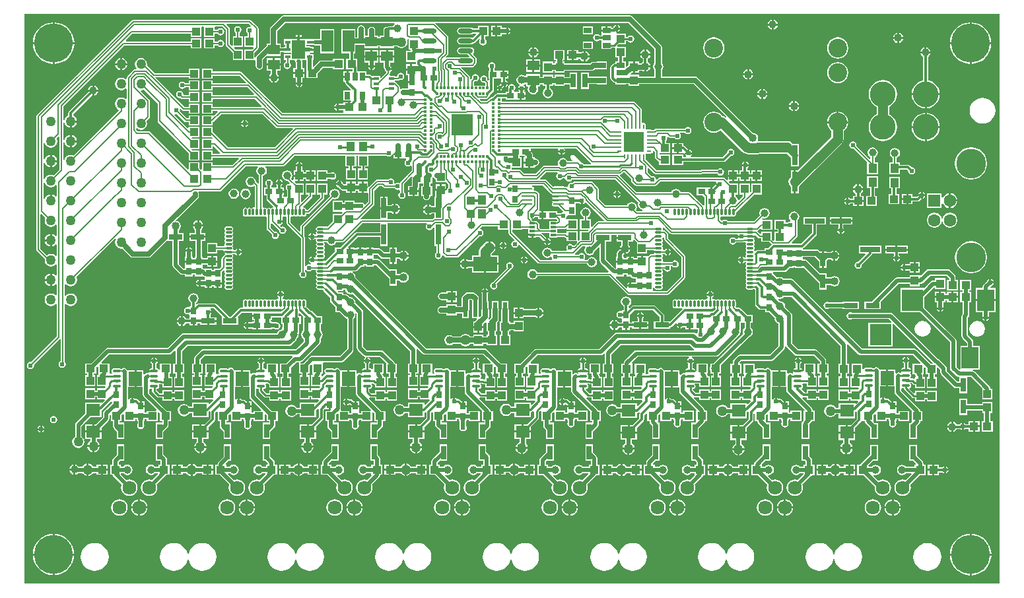
<source format=gtl>
%FSLAX24Y24*%
%MOIN*%
G70*
G01*
G75*
G04 Layer_Physical_Order=1*
G04 Layer_Color=255*
%ADD10R,0.0433X0.0394*%
%ADD11R,0.0591X0.1102*%
%ADD12R,0.0394X0.0433*%
%ADD13R,0.0709X0.0256*%
%ADD14R,0.0256X0.0709*%
%ADD15R,0.0256X0.1024*%
%ADD16R,0.1024X0.0256*%
%ADD17R,0.0276X0.0354*%
%ADD18C,0.0394*%
%ADD19R,0.0709X0.0630*%
%ADD20R,0.0354X0.0276*%
%ADD21O,0.0571X0.0098*%
%ADD22R,0.0236X0.0748*%
%ADD23R,0.1220X0.0748*%
%ADD24R,0.0276X0.0394*%
%ADD25R,0.0256X0.0157*%
%ADD26R,0.0591X0.0512*%
%ADD27R,0.0394X0.0276*%
%ADD28R,0.0276X0.0709*%
%ADD29O,0.0748X0.0236*%
%ADD30R,0.0276X0.0177*%
%ADD31R,0.0650X0.0965*%
%ADD32R,0.0177X0.0207*%
%ADD33O,0.0335X0.0118*%
%ADD34O,0.0118X0.0335*%
%ADD35R,0.0984X0.0984*%
%ADD36O,0.0098X0.0256*%
%ADD37O,0.0256X0.0098*%
%ADD38R,0.0276X0.0118*%
%ADD39R,0.0681X0.0728*%
%ADD40O,0.0402X0.0161*%
%ADD41R,0.1102X0.1102*%
%ADD42R,0.0118X0.0118*%
%ADD43R,0.0118X0.0118*%
%ADD44R,0.0866X0.1102*%
%ADD45R,0.1102X0.1102*%
%ADD46R,0.0433X0.0472*%
%ADD47C,0.0080*%
%ADD48C,0.0120*%
%ADD49C,0.0200*%
%ADD50C,0.0250*%
%ADD51C,0.0350*%
%ADD52C,0.0060*%
%ADD53C,0.0500*%
%ADD54C,0.0100*%
%ADD55C,0.0300*%
%ADD56C,0.0705*%
%ADD57C,0.0500*%
%ADD58C,0.1969*%
%ADD59C,0.1299*%
%ADD60C,0.1496*%
%ADD61R,0.0630X0.0630*%
%ADD62C,0.0630*%
%ADD63C,0.0945*%
%ADD64C,0.0200*%
%ADD65C,0.0240*%
%ADD66C,0.0400*%
%ADD67C,0.0260*%
%ADD68C,0.0160*%
G36*
X49242Y30D02*
X49242Y30D01*
X49242Y30D01*
X49230Y0D01*
X0D01*
Y28780D01*
X49242D01*
Y30D01*
D02*
G37*
%LPC*%
G36*
X22340Y9201D02*
X22192D01*
Y9014D01*
X22340D01*
Y9201D01*
D02*
G37*
G36*
X16210Y9140D02*
X16086D01*
X16090Y9120D01*
X16130Y9060D01*
X16190Y9020D01*
X16210Y9016D01*
Y9140D01*
D02*
G37*
G36*
X11474Y9201D02*
X11326D01*
Y9014D01*
X11474D01*
Y9201D01*
D02*
G37*
G36*
X16907D02*
X16759D01*
Y9014D01*
X16907D01*
Y9201D01*
D02*
G37*
G36*
X27803Y9217D02*
X27656D01*
Y9030D01*
X27803D01*
Y9217D01*
D02*
G37*
G36*
X33158D02*
X33010D01*
Y9030D01*
X33158D01*
Y9217D01*
D02*
G37*
G36*
X44033Y9211D02*
X43885D01*
Y9024D01*
X44033D01*
Y9211D01*
D02*
G37*
G36*
X27110Y9150D02*
X26986D01*
X26990Y9130D01*
X27030Y9070D01*
X27090Y9030D01*
X27110Y9026D01*
Y9150D01*
D02*
G37*
G36*
X48222Y8207D02*
X47995D01*
Y8000D01*
X48222D01*
Y8207D01*
D02*
G37*
G36*
X47895D02*
X47669D01*
Y8062D01*
X47515D01*
X47510Y8070D01*
X47450Y8110D01*
X47430Y8114D01*
Y7940D01*
Y7766D01*
X47450Y7770D01*
X47510Y7810D01*
X47515Y7818D01*
X47669D01*
Y7693D01*
X47895D01*
Y7950D01*
Y8207D01*
D02*
G37*
G36*
X890Y7984D02*
Y7860D01*
X1014D01*
X1010Y7880D01*
X970Y7940D01*
X910Y7980D01*
X890Y7984D01*
D02*
G37*
G36*
X46800Y8182D02*
X46750Y8172D01*
X46665Y8115D01*
X46608Y8030D01*
X46598Y7980D01*
X46800D01*
Y8182D01*
D02*
G37*
G36*
X27210Y9374D02*
Y9200D01*
Y9026D01*
X27230Y9030D01*
X27290Y9070D01*
X27335Y9078D01*
Y9078D01*
X27335Y9078D01*
X27408Y9004D01*
Y9030D01*
X27556D01*
Y9217D01*
X27542D01*
X27472Y9287D01*
X27432Y9313D01*
X27385Y9322D01*
X27295D01*
X27290Y9330D01*
X27230Y9370D01*
X27210Y9374D01*
D02*
G37*
G36*
X6080Y9201D02*
X5932D01*
Y9014D01*
X6080D01*
Y9201D01*
D02*
G37*
G36*
X1480Y8474D02*
X1410Y8460D01*
X1350Y8420D01*
X1310Y8360D01*
X1296Y8290D01*
X1310Y8220D01*
X1350Y8160D01*
X1410Y8120D01*
X1480Y8106D01*
X1550Y8120D01*
X1610Y8160D01*
X1650Y8220D01*
X1664Y8290D01*
X1650Y8360D01*
X1610Y8420D01*
X1550Y8460D01*
X1480Y8474D01*
D02*
G37*
G36*
X16310Y9364D02*
Y9190D01*
Y9016D01*
X16330Y9020D01*
X16390Y9060D01*
X16432Y9068D01*
Y9068D01*
X16432Y9068D01*
X16511Y8989D01*
Y9014D01*
X16659D01*
Y9201D01*
X16645D01*
X16569Y9277D01*
X16529Y9303D01*
X16483Y9312D01*
X16395D01*
X16390Y9320D01*
X16330Y9360D01*
X16310Y9364D01*
D02*
G37*
G36*
X12124Y11210D02*
X11776D01*
X11780Y11190D01*
X11820Y11130D01*
X11838Y11118D01*
Y10889D01*
X11825D01*
X11770Y10878D01*
X11724Y10847D01*
X11692Y10800D01*
X11691Y10795D01*
X11945D01*
Y10695D01*
X11691D01*
X11692Y10690D01*
X11699Y10680D01*
X11657Y10638D01*
X11652Y10641D01*
X11590Y10653D01*
X11528Y10641D01*
X11475Y10605D01*
X11456Y10587D01*
X11401Y10610D01*
Y10786D01*
X11050D01*
Y10361D01*
Y9937D01*
X11367D01*
Y9458D01*
X11379Y9395D01*
X11415Y9342D01*
X11973Y8784D01*
X11950Y8729D01*
X11570D01*
Y8633D01*
X11474D01*
Y8684D01*
X11474Y8684D01*
D01*
D01*
X11474Y8689D01*
Y8697D01*
Y8708D01*
Y8714D01*
Y8727D01*
X11474Y8730D01*
X11474Y8732D01*
X11474Y8732D01*
X11474D01*
Y8914D01*
X11276D01*
Y8964D01*
X11226D01*
Y9201D01*
X11212D01*
X11156Y9257D01*
X11116Y9283D01*
X11070Y9292D01*
X10965D01*
X10960Y9300D01*
X10900Y9340D01*
X10880Y9344D01*
Y9170D01*
X10780D01*
Y9344D01*
X10760Y9340D01*
X10700Y9300D01*
X10691Y9285D01*
X10633Y9303D01*
Y9937D01*
X10950D01*
Y10361D01*
Y10786D01*
X10605D01*
X10604Y10787D01*
X10585Y10815D01*
X10535Y10865D01*
X10482Y10901D01*
X10420Y10913D01*
X10358Y10901D01*
X10305Y10865D01*
X10303Y10862D01*
X10254D01*
X10230Y10878D01*
X10175Y10889D01*
X9935D01*
X9880Y10878D01*
X9834Y10847D01*
X9803Y10800D01*
X9792Y10745D01*
X9803Y10690D01*
X9827Y10655D01*
X9798Y10602D01*
X9759D01*
X9759Y10602D01*
X9729Y10595D01*
X9717Y10605D01*
D01*
X9682Y10634D01*
D01*
Y11130D01*
X9129D01*
Y10616D01*
X9148D01*
X9167Y10594D01*
X9141Y10540D01*
X9090D01*
Y9987D01*
X9490D01*
X9512Y9931D01*
X9452Y9870D01*
X9090D01*
Y9757D01*
X8974D01*
Y9870D01*
X8460D01*
Y9317D01*
X8974D01*
Y9431D01*
X9090D01*
Y9317D01*
X9506D01*
X9529Y9262D01*
X9344Y9077D01*
X9289Y9100D01*
Y9162D01*
X8460D01*
Y8933D01*
X8324D01*
X8284Y8993D01*
X8181Y9062D01*
X8060Y9086D01*
X7939Y9062D01*
X7836Y8993D01*
X7768Y8891D01*
X7744Y8770D01*
X7768Y8649D01*
X7836Y8547D01*
X7939Y8478D01*
X8060Y8454D01*
X8181Y8478D01*
X8284Y8547D01*
X8324Y8607D01*
X8460D01*
Y8412D01*
X9289D01*
Y8684D01*
X9293Y8686D01*
X9313Y8700D01*
X9336Y8723D01*
X9388Y8694D01*
X9388Y8690D01*
Y8361D01*
X9086Y8059D01*
X8924D01*
Y7734D01*
X9289D01*
Y7915D01*
X9597Y8223D01*
X9612Y8247D01*
X9623Y8263D01*
X9632Y8310D01*
Y8639D01*
X9704Y8711D01*
X9757Y8689D01*
Y8689D01*
X9759Y8688D01*
Y8215D01*
X9872D01*
Y7940D01*
X9872Y7940D01*
X9872D01*
X9885Y7878D01*
X9920Y7825D01*
X10064Y7681D01*
Y7309D01*
X10440D01*
Y8138D01*
X10199D01*
Y8215D01*
X10312D01*
Y8518D01*
X10373Y8578D01*
X10428Y8555D01*
Y8215D01*
X10981D01*
Y8307D01*
X11078D01*
Y8215D01*
X11113D01*
Y8068D01*
X11100Y8050D01*
X11086Y7980D01*
X11100Y7910D01*
X11140Y7850D01*
X11200Y7810D01*
X11270Y7796D01*
X11340Y7810D01*
X11400Y7850D01*
X11440Y7910D01*
X11454Y7980D01*
X11440Y8050D01*
X11439Y8051D01*
Y8215D01*
X11474D01*
Y8307D01*
X11570D01*
Y8215D01*
X12123D01*
Y8555D01*
X12179Y8578D01*
X12239Y8518D01*
Y8215D01*
X12353D01*
Y8138D01*
X12033D01*
Y7309D01*
X12409D01*
Y7681D01*
X12631Y7904D01*
X12667Y7957D01*
X12679Y8019D01*
X12679Y8019D01*
X12679Y8019D01*
Y8019D01*
Y8215D01*
X12792D01*
Y8729D01*
X12490D01*
X11693Y9525D01*
Y9833D01*
X11746Y9861D01*
X11770Y9845D01*
X11825Y9834D01*
X11838D01*
Y9740D01*
X11838Y9740D01*
X11846Y9697D01*
X11871Y9661D01*
X12096Y9436D01*
X12096Y9436D01*
X12132Y9411D01*
X12175Y9403D01*
X12357D01*
Y9239D01*
X12871D01*
Y9352D01*
X12948D01*
Y9239D01*
X13462D01*
Y9792D01*
X12948D01*
Y9678D01*
X12871D01*
Y9792D01*
X12357D01*
Y9627D01*
X12221D01*
X12062Y9786D01*
Y9834D01*
X12065D01*
X12120Y9845D01*
X12167Y9876D01*
X12198Y9923D01*
X12209Y9978D01*
X12198Y10033D01*
X12167Y10079D01*
X12160Y10083D01*
Y10085D01*
X12203Y10128D01*
X12264D01*
X12286Y10105D01*
X12286Y10105D01*
X12323Y10081D01*
X12357Y10074D01*
Y9908D01*
X12871D01*
Y10461D01*
X12777D01*
Y10486D01*
X12765Y10548D01*
X12730Y10601D01*
X12736Y10616D01*
X12792D01*
Y11130D01*
X12239D01*
Y10841D01*
X12182Y10824D01*
X12167Y10847D01*
X12120Y10878D01*
X12065Y10889D01*
X12062D01*
Y11118D01*
X12080Y11130D01*
X12120Y11190D01*
X12124Y11210D01*
D02*
G37*
G36*
X28364Y11190D02*
X28016D01*
X28020Y11170D01*
X28060Y11110D01*
X28078Y11098D01*
Y10874D01*
X28028Y10865D01*
X27981Y10833D01*
X27950Y10787D01*
X27949Y10782D01*
X28457D01*
X28456Y10787D01*
X28424Y10833D01*
X28378Y10865D01*
X28323Y10875D01*
X28302D01*
Y11098D01*
X28320Y11110D01*
X28360Y11170D01*
X28364Y11190D01*
D02*
G37*
G36*
X39927Y11127D02*
X39374D01*
Y10781D01*
X39345Y10755D01*
X39330Y10753D01*
D01*
X39314Y10752D01*
X39315Y10747D01*
X39305Y10697D01*
X38798D01*
X38799Y10692D01*
X38824Y10655D01*
X38813Y10634D01*
X38754Y10619D01*
X38722Y10641D01*
X38660Y10653D01*
X38598Y10641D01*
X38560Y10616D01*
X38507Y10644D01*
Y10787D01*
X38157D01*
Y10363D01*
Y9939D01*
X38467D01*
Y9790D01*
X38479Y9728D01*
X38515Y9675D01*
X39403Y8786D01*
X39380Y8731D01*
X39351D01*
Y8252D01*
X39319Y8219D01*
X39283Y8166D01*
X39277Y8134D01*
X39246D01*
Y7306D01*
X39622D01*
Y8061D01*
X39743Y8182D01*
X39766Y8217D01*
X39904D01*
Y8731D01*
X39791D01*
Y8792D01*
X39778Y8855D01*
X39743Y8908D01*
X39279Y9372D01*
X39307Y9425D01*
X39339Y9419D01*
X39502D01*
Y9264D01*
X40016D01*
Y9388D01*
X40083D01*
Y9274D01*
X40596D01*
Y9827D01*
X40083D01*
Y9714D01*
X40016D01*
Y9818D01*
X39502D01*
Y9663D01*
X39390D01*
X39222Y9831D01*
X39227Y9847D01*
X39273Y9878D01*
X39304Y9924D01*
X39315Y9979D01*
X39304Y10034D01*
X39273Y10081D01*
X39257Y10091D01*
X39289Y10123D01*
X39502D01*
Y9934D01*
X40016D01*
Y10487D01*
X39922D01*
Y10501D01*
X39910Y10564D01*
X39905Y10571D01*
X39927Y10613D01*
X39927D01*
X39927Y10613D01*
Y11127D01*
D02*
G37*
G36*
X34503D02*
X33950D01*
Y10764D01*
X33936Y10751D01*
X33906Y10749D01*
Y10749D01*
X33891Y10747D01*
X33893Y10736D01*
X33883Y10686D01*
X33376D01*
X33377Y10681D01*
X33384Y10671D01*
X33350Y10621D01*
X33290Y10633D01*
X33228Y10621D01*
X33175Y10585D01*
X33140Y10551D01*
X33085Y10574D01*
Y10777D01*
X32734D01*
Y10352D01*
Y9928D01*
X33057D01*
Y9720D01*
X33057Y9720D01*
X33057D01*
X33069Y9658D01*
X33105Y9605D01*
X33936Y8773D01*
X33918Y8731D01*
X33918D01*
X33918Y8731D01*
Y8217D01*
X33918Y8217D01*
X33918D01*
X33932Y8183D01*
X33884Y8134D01*
X33665D01*
Y7306D01*
X34041D01*
Y7830D01*
X34315Y8105D01*
X34351Y8158D01*
X34355Y8177D01*
X34363Y8217D01*
X34471D01*
Y8731D01*
X34358D01*
Y8745D01*
X34345Y8808D01*
X34310Y8861D01*
X33791Y9380D01*
X33819Y9433D01*
X33839Y9429D01*
X34078D01*
Y9265D01*
X34592D01*
Y9378D01*
X34659D01*
Y9274D01*
X35173D01*
Y9827D01*
X34659D01*
Y9704D01*
X34592D01*
Y9818D01*
X34078D01*
Y9653D01*
X33885D01*
X33732Y9806D01*
Y9825D01*
X33749D01*
X33804Y9836D01*
X33851Y9867D01*
X33882Y9914D01*
X33893Y9969D01*
X33882Y10023D01*
X33851Y10070D01*
X33829Y10085D01*
X33852Y10108D01*
X33985D01*
X33987Y10107D01*
X34030Y10098D01*
X34078D01*
Y9934D01*
X34592D01*
Y10487D01*
X34496D01*
X34486Y10537D01*
X34451Y10590D01*
X34460Y10613D01*
X34503D01*
Y11127D01*
D02*
G37*
G36*
X39234Y11210D02*
X38886D01*
X38890Y11190D01*
X38930Y11130D01*
X38948Y11118D01*
Y10890D01*
X38932D01*
X38877Y10879D01*
X38830Y10848D01*
X38799Y10802D01*
X38798Y10797D01*
X39305D01*
X39304Y10802D01*
X39273Y10848D01*
X39227Y10879D01*
X39172Y10890D01*
Y11118D01*
X39190Y11130D01*
X39230Y11190D01*
X39234Y11210D01*
D02*
G37*
G36*
X44684Y11230D02*
X44336D01*
X44340Y11210D01*
X44380Y11150D01*
X44400Y11137D01*
Y10919D01*
X44392D01*
X44337Y10908D01*
X44291Y10877D01*
X44260Y10831D01*
X44259Y10826D01*
X44766D01*
X44765Y10831D01*
X44734Y10877D01*
X44687Y10908D01*
X44633Y10919D01*
X44625D01*
Y11140D01*
X44640Y11150D01*
X44680Y11210D01*
X44684Y11230D01*
D02*
G37*
G36*
X33804Y11190D02*
X33456D01*
X33460Y11170D01*
X33500Y11110D01*
X33518Y11098D01*
Y10880D01*
X33509D01*
X33454Y10869D01*
X33408Y10838D01*
X33377Y10791D01*
X33376Y10786D01*
X33883D01*
X33882Y10791D01*
X33851Y10838D01*
X33804Y10869D01*
X33749Y10880D01*
X33742D01*
Y11098D01*
X33760Y11110D01*
X33800Y11170D01*
X33804Y11190D01*
D02*
G37*
G36*
X22984Y11200D02*
X22636D01*
X22640Y11180D01*
X22680Y11120D01*
X22698Y11108D01*
Y10889D01*
X22691D01*
X22636Y10878D01*
X22590Y10847D01*
X22559Y10800D01*
X22558Y10795D01*
X23065D01*
X23064Y10800D01*
X23033Y10847D01*
X22986Y10878D01*
X22931Y10889D01*
X22922D01*
Y11108D01*
X22940Y11120D01*
X22980Y11180D01*
X22984Y11200D01*
D02*
G37*
G36*
X27110Y9374D02*
X27090Y9370D01*
X27030Y9330D01*
X26990Y9270D01*
X26986Y9250D01*
X27110D01*
Y9374D01*
D02*
G37*
G36*
X42311Y11116D02*
X41758D01*
Y10603D01*
X41763D01*
X41801Y10556D01*
X41790Y10503D01*
Y10471D01*
X41697D01*
Y9918D01*
X42109D01*
X42132Y9863D01*
X42071Y9802D01*
X41697D01*
Y9689D01*
X41620D01*
Y9802D01*
X41106D01*
Y9249D01*
X41620D01*
Y9362D01*
X41697D01*
Y9249D01*
X42078D01*
X42101Y9194D01*
X41990Y9083D01*
X41935Y9106D01*
Y9113D01*
X41106D01*
Y8893D01*
X40964D01*
X40924Y8953D01*
X40821Y9022D01*
X40700Y9046D01*
X40579Y9022D01*
X40476Y8953D01*
X40408Y8851D01*
X40384Y8730D01*
X40408Y8609D01*
X40476Y8507D01*
X40579Y8438D01*
X40700Y8414D01*
X40821Y8438D01*
X40924Y8507D01*
X40964Y8567D01*
X41106D01*
Y8363D01*
X41935D01*
Y8671D01*
X41981Y8709D01*
X42010Y8703D01*
X42028Y8696D01*
Y8316D01*
X41722Y8011D01*
X41570D01*
Y7686D01*
X41935D01*
Y7877D01*
X42237Y8179D01*
X42263Y8219D01*
X42264Y8225D01*
X42324Y8220D01*
Y8211D01*
X42439D01*
X42449Y8158D01*
X42485Y8105D01*
X42710Y7879D01*
Y7300D01*
X43086D01*
Y8129D01*
X42922D01*
X42866Y8185D01*
X42877Y8211D01*
X42877D01*
X42877Y8211D01*
Y8514D01*
X42938Y8575D01*
X42993Y8552D01*
Y8211D01*
X43546D01*
Y8305D01*
X43637D01*
Y8225D01*
X43672D01*
Y8143D01*
X43670Y8140D01*
X43656Y8070D01*
X43670Y8000D01*
X43710Y7940D01*
X43770Y7900D01*
X43840Y7886D01*
X43910Y7900D01*
X43970Y7940D01*
X44010Y8000D01*
X44024Y8070D01*
X44010Y8140D01*
X43998Y8157D01*
Y8225D01*
X44033D01*
Y8299D01*
X44124D01*
Y8211D01*
X44677D01*
Y8725D01*
X44124D01*
Y8625D01*
X44033D01*
Y8699D01*
D01*
Y8699D01*
X44033Y8699D01*
Y8737D01*
X44033D01*
Y8924D01*
X43835D01*
Y8974D01*
X43785D01*
Y9211D01*
X43771D01*
X43666Y9317D01*
X43626Y9343D01*
X43579Y9352D01*
X43485D01*
X43480Y9360D01*
X43420Y9400D01*
X43400Y9404D01*
Y9230D01*
X43300D01*
Y9404D01*
X43280Y9400D01*
X43246Y9377D01*
X43193Y9405D01*
Y9968D01*
X43518D01*
Y10392D01*
Y10816D01*
X43182D01*
X43155Y10855D01*
X43125Y10885D01*
X43072Y10921D01*
X43010Y10933D01*
X42948Y10921D01*
X42905Y10892D01*
X42822D01*
X42798Y10908D01*
X42743Y10919D01*
X42503D01*
X42448Y10908D01*
X42401Y10877D01*
X42370Y10831D01*
X42311Y10842D01*
Y11116D01*
D02*
G37*
G36*
X38591Y9217D02*
X38443D01*
Y9030D01*
X38591D01*
Y9217D01*
D02*
G37*
G36*
X16210Y9364D02*
X16190Y9360D01*
X16130Y9320D01*
X16090Y9260D01*
X16086Y9240D01*
X16210D01*
Y9364D01*
D02*
G37*
G36*
X20588Y11130D02*
X20035D01*
Y10616D01*
X20035D01*
X20053Y10594D01*
X20028Y10540D01*
X19956D01*
Y9987D01*
X20368D01*
X20391Y9931D01*
X20331Y9870D01*
X19956D01*
Y9757D01*
X19879D01*
Y9870D01*
X19365D01*
Y9317D01*
X19879D01*
Y9431D01*
X19956D01*
Y9317D01*
X20433D01*
X20456Y9262D01*
X20249Y9055D01*
X20194Y9078D01*
Y9162D01*
X19365D01*
Y8933D01*
X19214D01*
X19174Y8993D01*
X19071Y9062D01*
X18950Y9086D01*
X18829Y9062D01*
X18727Y8993D01*
X18658Y8891D01*
X18634Y8770D01*
X18658Y8649D01*
X18727Y8547D01*
X18829Y8478D01*
X18950Y8454D01*
X19071Y8478D01*
X19174Y8547D01*
X19214Y8607D01*
X19365D01*
Y8412D01*
X20194D01*
Y8660D01*
X20245Y8691D01*
X20254Y8686D01*
X20288Y8653D01*
Y8365D01*
X19982Y8059D01*
X19830D01*
Y7734D01*
X20194D01*
Y7926D01*
X20497Y8228D01*
X20523Y8268D01*
X20532Y8315D01*
X20532Y8315D01*
X20532Y8315D01*
Y8315D01*
Y8638D01*
X20582Y8672D01*
X20625Y8654D01*
Y8215D01*
X20739D01*
Y8028D01*
X20739Y8028D01*
X20739D01*
X20751Y7966D01*
X20786Y7913D01*
X20970Y7730D01*
Y7309D01*
X21346D01*
Y8138D01*
X21065D01*
Y8215D01*
X21178D01*
Y8518D01*
X21239Y8578D01*
X21294Y8555D01*
Y8215D01*
X21848D01*
Y8309D01*
X21944D01*
Y8215D01*
X21979D01*
Y7952D01*
X21966Y7890D01*
X21980Y7820D01*
X22020Y7760D01*
X22080Y7720D01*
X22150Y7706D01*
X22220Y7720D01*
X22280Y7760D01*
X22320Y7820D01*
X22334Y7890D01*
X22320Y7960D01*
X22305Y7982D01*
Y8215D01*
X22340D01*
Y8289D01*
X22436D01*
Y8215D01*
X22989D01*
Y8729D01*
X22436D01*
Y8615D01*
X22340D01*
Y8684D01*
X22340Y8684D01*
D01*
D01*
X22340Y8689D01*
Y8697D01*
Y8708D01*
Y8714D01*
Y8727D01*
X22340Y8730D01*
X22340Y8732D01*
X22340Y8732D01*
X22340D01*
Y8914D01*
X22142D01*
Y8964D01*
X22092D01*
Y9201D01*
X22063D01*
X21965Y9299D01*
X21929Y9324D01*
X21886Y9332D01*
X21886Y9332D01*
X21832D01*
X21820Y9350D01*
X21760Y9390D01*
X21740Y9394D01*
Y9220D01*
X21640D01*
Y9394D01*
X21620Y9390D01*
X21560Y9350D01*
X21551Y9335D01*
X21493Y9353D01*
Y9937D01*
X21816D01*
Y10361D01*
Y10786D01*
X21479D01*
X21445Y10835D01*
X21392Y10871D01*
X21330Y10883D01*
X21290D01*
X21228Y10871D01*
X21215Y10862D01*
X21120D01*
X21096Y10878D01*
X21042Y10889D01*
X20801D01*
X20746Y10878D01*
X20700Y10847D01*
X20669Y10800D01*
X20658Y10745D01*
X20669Y10690D01*
X20693Y10655D01*
X20665Y10602D01*
X20588D01*
Y10616D01*
X20588D01*
Y11130D01*
D02*
G37*
G36*
X29080Y11127D02*
X28527D01*
Y10613D01*
X28637D01*
Y10560D01*
X28649Y10498D01*
X28674Y10460D01*
Y10460D01*
X28645Y10457D01*
X28645D01*
Y10339D01*
X28592Y10311D01*
X28573Y10324D01*
X28530Y10332D01*
X28530Y10332D01*
X28460D01*
X28431Y10385D01*
X28456Y10421D01*
X28466Y10476D01*
X28456Y10531D01*
X28424Y10577D01*
Y10631D01*
X28456Y10677D01*
X28457Y10682D01*
X27949D01*
X27950Y10677D01*
X27968Y10651D01*
X27925Y10609D01*
X27892Y10631D01*
X27830Y10643D01*
X27768Y10631D01*
X27715Y10595D01*
X27714Y10595D01*
X27659Y10618D01*
Y10772D01*
X27308D01*
Y10348D01*
Y9924D01*
X27617D01*
Y9730D01*
X27617Y9730D01*
X27617D01*
X27629Y9668D01*
X27665Y9615D01*
X28564Y8716D01*
Y8217D01*
X28677D01*
Y8134D01*
X28320D01*
Y7306D01*
X28696D01*
Y7677D01*
X28956Y7937D01*
X28956Y7937D01*
X28956Y7937D01*
X28977Y7969D01*
X28991Y7990D01*
Y7990D01*
X28991Y7990D01*
X28998Y8024D01*
X29003Y8052D01*
Y8052D01*
Y8052D01*
Y8217D01*
X29117D01*
Y8731D01*
X28991D01*
X28991Y8732D01*
X28956Y8785D01*
X28362Y9378D01*
X28401Y9425D01*
X28426Y9408D01*
X28468Y9399D01*
X28645D01*
Y9235D01*
X29159D01*
Y9348D01*
X29235D01*
Y9235D01*
X29749D01*
Y9788D01*
X29235D01*
Y9675D01*
X29159D01*
Y9788D01*
X28645D01*
Y9624D01*
X28515D01*
X28322Y9816D01*
Y9821D01*
X28323D01*
X28378Y9832D01*
X28424Y9863D01*
X28456Y9909D01*
X28466Y9964D01*
X28456Y10019D01*
X28424Y10066D01*
X28408Y10077D01*
X28439Y10108D01*
X28484D01*
X28490Y10101D01*
X28490Y10101D01*
X28526Y10077D01*
X28526Y10077D01*
X28526Y10077D01*
D01*
X28526Y10077D01*
X28526Y10077D01*
X28569Y10069D01*
X28645D01*
Y9904D01*
X29159D01*
Y10457D01*
X29065D01*
Y10458D01*
X29052Y10521D01*
X29017Y10574D01*
X29033Y10613D01*
X29080D01*
Y11127D01*
D02*
G37*
G36*
X31364Y11117D02*
X30811D01*
Y10603D01*
X30811Y10603D01*
X30811D01*
X30838Y10551D01*
X30838Y10551D01*
X30826Y10489D01*
Y10487D01*
X30732D01*
Y9934D01*
X31144D01*
X31167Y9878D01*
X31107Y9818D01*
X30732D01*
Y9704D01*
X30655D01*
Y9818D01*
X30141D01*
Y9265D01*
X30655D01*
Y9378D01*
X30732D01*
Y9265D01*
X31183D01*
X31206Y9209D01*
X30976Y8979D01*
X30921Y9002D01*
Y9119D01*
X30092D01*
Y8923D01*
X29944D01*
X29904Y8984D01*
X29801Y9052D01*
X29680Y9076D01*
X29559Y9052D01*
X29457Y8984D01*
X29388Y8881D01*
X29364Y8760D01*
X29388Y8639D01*
X29457Y8536D01*
X29559Y8468D01*
X29680Y8444D01*
X29801Y8468D01*
X29904Y8536D01*
X29944Y8597D01*
X30092D01*
Y8369D01*
X30921D01*
Y8628D01*
X30967Y8637D01*
X31007Y8663D01*
X31016Y8673D01*
X31062Y8635D01*
X31057Y8627D01*
X31048Y8580D01*
Y8356D01*
X30708Y8016D01*
X30556D01*
Y7691D01*
X30921D01*
Y7883D01*
X31257Y8218D01*
X31283Y8258D01*
X31283Y8258D01*
X31283Y8258D01*
X31292Y8305D01*
Y8529D01*
X31393Y8630D01*
X31449Y8607D01*
Y8217D01*
X31562D01*
Y8175D01*
X31575Y8112D01*
X31610Y8059D01*
X31696Y7973D01*
Y7306D01*
X32072D01*
Y8134D01*
X32012D01*
X31979Y8184D01*
X31992Y8217D01*
X32002D01*
Y8520D01*
X32063Y8580D01*
X32118Y8557D01*
Y8217D01*
X32671D01*
Y8305D01*
X32762D01*
Y8231D01*
X32797D01*
Y8160D01*
X32790Y8150D01*
X32776Y8080D01*
X32790Y8010D01*
X32830Y7950D01*
X32890Y7910D01*
X32960Y7896D01*
X33030Y7910D01*
X33090Y7950D01*
X33130Y8010D01*
X33144Y8080D01*
X33130Y8150D01*
X33123Y8160D01*
Y8231D01*
X33158D01*
Y8311D01*
X33249D01*
Y8217D01*
X33802D01*
Y8731D01*
X33249D01*
Y8637D01*
X33158D01*
Y8700D01*
X33158Y8700D01*
D01*
D01*
X33158Y8705D01*
Y8713D01*
Y8724D01*
Y8729D01*
Y8742D01*
X33158Y8746D01*
X33158Y8747D01*
X33158Y8747D01*
X33158D01*
Y8930D01*
X32960D01*
Y8979D01*
X32910D01*
Y9217D01*
X32896D01*
X32826Y9287D01*
X32786Y9313D01*
X32740Y9322D01*
X32655D01*
X32650Y9330D01*
X32590Y9370D01*
X32570Y9374D01*
Y9200D01*
X32470D01*
Y9374D01*
X32450Y9370D01*
X32390Y9330D01*
X32381Y9315D01*
X32323Y9333D01*
Y9928D01*
X32634D01*
Y10352D01*
Y10777D01*
X32308D01*
X32304Y10783D01*
X32275Y10825D01*
X32245Y10855D01*
X32192Y10891D01*
X32130Y10903D01*
X32068Y10891D01*
X32015Y10855D01*
X32013Y10852D01*
X31939D01*
X31915Y10869D01*
X31860Y10880D01*
X31619D01*
X31565Y10869D01*
X31518Y10838D01*
X31487Y10791D01*
X31476Y10736D01*
X31487Y10681D01*
X31511Y10645D01*
X31483Y10593D01*
X31364D01*
Y10603D01*
X31364D01*
Y11117D01*
D02*
G37*
G36*
X36866Y11117D02*
X36313D01*
Y10603D01*
X36314D01*
X36340Y10554D01*
X36328Y10491D01*
Y10487D01*
X36234D01*
Y9934D01*
X36647D01*
X36670Y9878D01*
X36609Y9818D01*
X36234D01*
Y9704D01*
X36157D01*
Y9818D01*
X35644D01*
Y9265D01*
X36157D01*
Y9378D01*
X36234D01*
Y9265D01*
X36643D01*
X36666Y9209D01*
X36528Y9071D01*
X36472Y9094D01*
Y9109D01*
X35644D01*
Y8893D01*
X35504D01*
X35464Y8953D01*
X35361Y9022D01*
X35240Y9046D01*
X35119Y9022D01*
X35017Y8953D01*
X34948Y8851D01*
X34924Y8730D01*
X34948Y8609D01*
X35017Y8507D01*
X35119Y8438D01*
X35240Y8414D01*
X35361Y8438D01*
X35464Y8507D01*
X35504Y8567D01*
X35644D01*
Y8359D01*
X36472D01*
Y8669D01*
X36516Y8713D01*
X36569Y8684D01*
X36568Y8680D01*
Y8314D01*
X36260Y8007D01*
X36108D01*
Y7682D01*
X36472D01*
Y7873D01*
X36777Y8177D01*
X36803Y8217D01*
X36812Y8264D01*
Y8595D01*
X36862Y8629D01*
X36882Y8620D01*
Y8217D01*
X36996D01*
X37001Y8191D01*
X37008Y8159D01*
X37008Y8159D01*
X37008Y8159D01*
X37025Y8133D01*
X37043Y8106D01*
X37043Y8106D01*
X37043Y8106D01*
X37278Y7872D01*
Y7306D01*
X37653D01*
Y8134D01*
X37476D01*
X37423Y8188D01*
X37435Y8217D01*
X37435D01*
X37435Y8217D01*
Y8514D01*
X37496Y8575D01*
X37551Y8552D01*
Y8217D01*
X38104D01*
Y8311D01*
X38195D01*
Y8231D01*
X38230D01*
Y8164D01*
X38220Y8150D01*
X38206Y8080D01*
X38220Y8010D01*
X38260Y7950D01*
X38320Y7910D01*
X38390Y7896D01*
X38460Y7910D01*
X38520Y7950D01*
X38560Y8010D01*
X38574Y8080D01*
X38560Y8150D01*
X38556Y8155D01*
Y8231D01*
X38591D01*
Y8305D01*
X38682D01*
Y8217D01*
X39235D01*
Y8731D01*
X38682D01*
Y8631D01*
X38591D01*
Y8700D01*
X38591Y8700D01*
D01*
D01*
X38591Y8705D01*
Y8713D01*
Y8724D01*
Y8729D01*
Y8742D01*
X38591Y8746D01*
X38591Y8747D01*
X38591Y8747D01*
X38591D01*
Y8930D01*
X38393D01*
Y8979D01*
X38343D01*
Y9217D01*
X38329D01*
X38249Y9297D01*
X38209Y9323D01*
X38163Y9332D01*
X38085D01*
X38080Y9340D01*
X38020Y9380D01*
X38000Y9384D01*
Y9210D01*
X37900D01*
Y9384D01*
X37880Y9380D01*
X37820Y9340D01*
X37801Y9310D01*
X37743Y9328D01*
Y9939D01*
X38057D01*
Y10363D01*
Y10787D01*
X37707D01*
X37695Y10805D01*
X37645Y10855D01*
X37592Y10891D01*
X37530Y10903D01*
X37468Y10891D01*
X37415Y10855D01*
X37413Y10852D01*
X37378D01*
X37337Y10879D01*
X37282Y10890D01*
X37042D01*
X36987Y10879D01*
X36940Y10848D01*
X36923Y10823D01*
X36866Y10840D01*
Y11117D01*
D02*
G37*
G36*
X790Y7984D02*
X770Y7980D01*
X710Y7940D01*
X670Y7880D01*
X666Y7860D01*
X790D01*
Y7984D01*
D02*
G37*
G36*
X3796Y6900D02*
X3540D01*
Y6644D01*
X3611Y6658D01*
X3713Y6726D01*
X3782Y6829D01*
X3796Y6900D01*
D02*
G37*
G36*
X36472Y7582D02*
X35644D01*
Y7257D01*
X35887D01*
Y7054D01*
X35826Y7013D01*
X35758Y6911D01*
X35744Y6840D01*
X36356D01*
X36342Y6911D01*
X36274Y7013D01*
X36213Y7054D01*
Y7257D01*
X36472D01*
Y7582D01*
D02*
G37*
G36*
X14596Y6870D02*
X14340D01*
Y6614D01*
X14411Y6628D01*
X14513Y6697D01*
X14582Y6799D01*
X14596Y6870D01*
D02*
G37*
G36*
X3440Y6900D02*
X3184D01*
X3198Y6829D01*
X3266Y6726D01*
X3369Y6658D01*
X3440Y6644D01*
Y6900D01*
D02*
G37*
G36*
X25576Y7631D02*
X24747D01*
Y7306D01*
X24998D01*
Y7250D01*
Y7154D01*
X24989Y7152D01*
X24887Y7084D01*
X24818Y6981D01*
X24804Y6910D01*
X25416D01*
X25402Y6981D01*
X25333Y7084D01*
X25325Y7089D01*
Y7306D01*
X25576D01*
Y7631D01*
D02*
G37*
G36*
X20194Y7634D02*
X19365D01*
Y7309D01*
X19617D01*
Y7160D01*
X19547Y7114D01*
X19478Y7011D01*
X19464Y6940D01*
X20076D01*
X20062Y7011D01*
X19993Y7114D01*
X19943Y7147D01*
Y7309D01*
X20194D01*
Y7634D01*
D02*
G37*
G36*
X30921Y7591D02*
X30092D01*
Y7266D01*
X30337D01*
Y7094D01*
X30277Y7053D01*
X30208Y6951D01*
X30194Y6880D01*
X30806D01*
X30792Y6951D01*
X30724Y7053D01*
X30663Y7094D01*
Y7266D01*
X30921D01*
Y7591D01*
D02*
G37*
G36*
X41935Y7586D02*
X41106D01*
Y7261D01*
X41337D01*
Y7114D01*
X41276Y7074D01*
X41208Y6971D01*
X41194Y6900D01*
X41806D01*
X41792Y6971D01*
X41723Y7074D01*
X41663Y7114D01*
Y7261D01*
X41935D01*
Y7586D01*
D02*
G37*
G36*
X25416Y6810D02*
X25160D01*
Y6554D01*
X25231Y6568D01*
X25333Y6636D01*
X25402Y6739D01*
X25416Y6810D01*
D02*
G37*
G36*
X19720Y6840D02*
X19464D01*
X19478Y6769D01*
X19547Y6666D01*
X19649Y6598D01*
X19720Y6584D01*
Y6840D01*
D02*
G37*
G36*
X41806Y6800D02*
X41550D01*
Y6544D01*
X41621Y6558D01*
X41723Y6626D01*
X41792Y6729D01*
X41806Y6800D01*
D02*
G37*
G36*
X25060Y6810D02*
X24804D01*
X24818Y6739D01*
X24887Y6636D01*
X24989Y6568D01*
X25060Y6554D01*
Y6810D01*
D02*
G37*
G36*
X9186Y6850D02*
X8930D01*
Y6594D01*
X9001Y6608D01*
X9104Y6676D01*
X9172Y6779D01*
X9186Y6850D01*
D02*
G37*
G36*
X14240Y6870D02*
X13984D01*
X13998Y6799D01*
X14066Y6697D01*
X14169Y6628D01*
X14240Y6614D01*
Y6870D01*
D02*
G37*
G36*
X20076Y6840D02*
X19820D01*
Y6584D01*
X19891Y6598D01*
X19993Y6666D01*
X20062Y6769D01*
X20076Y6840D01*
D02*
G37*
G36*
X8830Y6850D02*
X8574D01*
X8588Y6779D01*
X8656Y6676D01*
X8759Y6608D01*
X8830Y6594D01*
Y6850D01*
D02*
G37*
G36*
X25112Y8056D02*
X24747D01*
Y7731D01*
X25112D01*
Y8056D01*
D02*
G37*
G36*
X3430Y8059D02*
X3066D01*
Y7734D01*
X3430D01*
Y8059D01*
D02*
G37*
G36*
X48222Y7900D02*
X47995D01*
Y7693D01*
X48222D01*
Y7900D01*
D02*
G37*
G36*
X47588Y9353D02*
X47212D01*
Y8524D01*
X47588D01*
Y8742D01*
X48353D01*
Y8629D01*
X48452D01*
Y8207D01*
X48338D01*
Y7693D01*
X48891D01*
Y8207D01*
X48778D01*
Y8629D01*
X48867D01*
Y9182D01*
X48353D01*
Y9068D01*
X47588D01*
Y9353D01*
D02*
G37*
G36*
X19730Y8059D02*
X19365D01*
Y7734D01*
X19730D01*
Y8059D01*
D02*
G37*
G36*
X46900Y8182D02*
Y7930D01*
Y7678D01*
X46950Y7688D01*
X47035Y7745D01*
X47077Y7808D01*
X47254D01*
X47310Y7770D01*
X47330Y7766D01*
Y7940D01*
Y8114D01*
X47310Y8110D01*
X47250Y8070D01*
X47239Y8052D01*
X47077D01*
X47035Y8115D01*
X46950Y8172D01*
X46900Y8182D01*
D02*
G37*
G36*
X8824Y8059D02*
X8460D01*
Y7734D01*
X8824D01*
Y8059D01*
D02*
G37*
G36*
X14257D02*
X13893D01*
Y7734D01*
X14257D01*
Y8059D01*
D02*
G37*
G36*
X790Y7760D02*
X666D01*
X670Y7740D01*
X710Y7680D01*
X770Y7640D01*
X790Y7636D01*
Y7760D01*
D02*
G37*
G36*
X1014D02*
X890D01*
Y7636D01*
X910Y7640D01*
X970Y7680D01*
X1010Y7740D01*
X1014Y7760D01*
D02*
G37*
G36*
X9289Y7634D02*
X8460D01*
Y7309D01*
X8717D01*
Y7164D01*
X8656Y7124D01*
X8588Y7021D01*
X8574Y6950D01*
X9186D01*
X9172Y7021D01*
X9104Y7124D01*
X9043Y7164D01*
Y7309D01*
X9289D01*
Y7634D01*
D02*
G37*
G36*
X14722D02*
X13893D01*
Y7309D01*
X14144D01*
Y7195D01*
X14066Y7143D01*
X13998Y7041D01*
X13984Y6970D01*
X14596D01*
X14582Y7041D01*
X14513Y7143D01*
X14470Y7172D01*
Y7309D01*
X14722D01*
Y7634D01*
D02*
G37*
G36*
X41470Y8011D02*
X41106D01*
Y7686D01*
X41470D01*
Y8011D01*
D02*
G37*
G36*
X30456Y8016D02*
X30092D01*
Y7691D01*
X30456D01*
Y8016D01*
D02*
G37*
G36*
X46800Y7880D02*
X46598D01*
X46608Y7830D01*
X46665Y7745D01*
X46750Y7688D01*
X46800Y7678D01*
Y7880D01*
D02*
G37*
G36*
X36008Y8007D02*
X35644D01*
Y7682D01*
X36008D01*
Y8007D01*
D02*
G37*
G36*
X28140Y11414D02*
X28120Y11410D01*
X28060Y11370D01*
X28020Y11310D01*
X28016Y11290D01*
X28140D01*
Y11414D01*
D02*
G37*
G36*
X21828Y14455D02*
X21621D01*
Y14229D01*
X21828D01*
Y14455D01*
D02*
G37*
G36*
X34794Y14560D02*
X34446D01*
X34450Y14540D01*
X34490Y14480D01*
X34518Y14462D01*
Y14431D01*
X34472Y14362D01*
X34472Y14361D01*
X34425Y14371D01*
X34379Y14361D01*
X34340Y14335D01*
X34314D01*
X34275Y14361D01*
X34228Y14371D01*
X34182Y14361D01*
X34143Y14335D01*
X34117D01*
X34078Y14361D01*
X34032Y14371D01*
X33985Y14361D01*
X33946Y14335D01*
X33921D01*
X33881Y14361D01*
X33835Y14371D01*
X33788Y14361D01*
X33749Y14335D01*
X33724D01*
X33684Y14361D01*
X33638Y14371D01*
X33592Y14361D01*
X33552Y14335D01*
X33527D01*
X33488Y14361D01*
X33441Y14371D01*
X33395Y14361D01*
X33355Y14335D01*
X33330D01*
X33291Y14361D01*
X33244Y14371D01*
X33198Y14361D01*
X33158Y14335D01*
X33133D01*
X33094Y14361D01*
X33047Y14371D01*
X33001Y14361D01*
X32962Y14335D01*
X32936D01*
X32897Y14361D01*
X32851Y14371D01*
X32804Y14361D01*
X32765Y14335D01*
X32738Y14296D01*
X32729Y14249D01*
Y14033D01*
X32738Y13986D01*
X32765Y13947D01*
X32804Y13921D01*
X32851Y13911D01*
X32897Y13921D01*
X32936Y13947D01*
X32962D01*
X33001Y13921D01*
X33047Y13911D01*
X33094Y13921D01*
X33133Y13947D01*
X33158D01*
X33198Y13921D01*
X33202Y13920D01*
X33219Y13862D01*
X32612Y13255D01*
X32606Y13258D01*
Y13258D01*
X32606Y13258D01*
X32314D01*
Y13539D01*
X32304Y13586D01*
X32278Y13625D01*
X31877Y14027D01*
X31837Y14053D01*
X31790Y14062D01*
X30750D01*
X30703Y14053D01*
X30663Y14027D01*
X30558Y13921D01*
X30502Y13944D01*
Y14023D01*
X30565Y14065D01*
X30622Y14150D01*
X30642Y14250D01*
X30622Y14350D01*
X30565Y14435D01*
X30480Y14492D01*
X30380Y14512D01*
X30280Y14492D01*
X30195Y14435D01*
X30138Y14350D01*
X30118Y14250D01*
X30138Y14150D01*
X30195Y14065D01*
X30258Y14023D01*
Y13813D01*
X30182D01*
Y13798D01*
X30136Y13760D01*
X30070Y13774D01*
X30000Y13760D01*
X29940Y13720D01*
X29900Y13660D01*
X29886Y13590D01*
X29900Y13520D01*
X29940Y13460D01*
X30000Y13420D01*
X30070Y13406D01*
X30136Y13420D01*
X30182Y13382D01*
Y13344D01*
X30182Y13344D01*
X30182D01*
X30182Y13339D01*
Y13301D01*
D01*
D01*
D01*
D01*
X30182D01*
Y13192D01*
X30027D01*
X29985Y13255D01*
X29900Y13312D01*
X29850Y13322D01*
Y13070D01*
Y12818D01*
X29900Y12828D01*
X29985Y12885D01*
X30027Y12948D01*
X30182D01*
Y12827D01*
X30330D01*
Y13064D01*
X30430D01*
Y12827D01*
X30578D01*
Y12942D01*
X30674D01*
Y12882D01*
X31039D01*
Y13070D01*
X31089D01*
Y13120D01*
X31503D01*
Y13258D01*
X31222D01*
Y13395D01*
X31230Y13400D01*
X31270Y13460D01*
X31274Y13480D01*
X30926D01*
X30930Y13460D01*
X30970Y13400D01*
X30978Y13395D01*
Y13258D01*
X30674D01*
Y13186D01*
X30578D01*
Y13296D01*
X30578Y13296D01*
D01*
D01*
X30578Y13301D01*
Y13310D01*
Y13320D01*
Y13326D01*
Y13339D01*
X30578Y13342D01*
X30578Y13344D01*
X30578Y13344D01*
X30578D01*
Y13595D01*
X30801Y13818D01*
X31739D01*
X32069Y13488D01*
Y13258D01*
X31777D01*
Y12882D01*
X32606D01*
Y12949D01*
X32647Y12957D01*
X32687Y12983D01*
X32867Y13163D01*
X32919Y13135D01*
X32916Y13120D01*
X33090D01*
Y13070D01*
X33140D01*
Y12896D01*
X33160Y12900D01*
X33220Y12940D01*
X33225Y12948D01*
X33356D01*
Y12857D01*
X33543D01*
Y13055D01*
X33643D01*
Y12857D01*
X33831D01*
Y12857D01*
X33831D01*
X33831Y12857D01*
X33868D01*
Y12857D01*
X33998D01*
Y12715D01*
X33990Y12710D01*
X33950Y12650D01*
X33900Y12635D01*
X33899Y12635D01*
X33846Y12671D01*
X33784Y12683D01*
X29916D01*
X29853Y12671D01*
X29800Y12635D01*
X29028Y11863D01*
X25850D01*
X25787Y11851D01*
X25734Y11815D01*
X25039Y11120D01*
X24736D01*
Y10606D01*
X24850D01*
Y10488D01*
X24756D01*
Y9935D01*
X25270D01*
Y10488D01*
X25176D01*
Y10606D01*
X25289D01*
Y10909D01*
X25350Y10970D01*
X25406Y10947D01*
Y10606D01*
X25418D01*
X25444Y10557D01*
X25432Y10495D01*
Y10477D01*
X25338D01*
Y9924D01*
X25729D01*
X25752Y9868D01*
X25691Y9808D01*
X25338D01*
Y9705D01*
X25270D01*
Y9818D01*
X24756D01*
Y9265D01*
X25270D01*
Y9379D01*
X25338D01*
Y9255D01*
X25783D01*
X25806Y9199D01*
X25631Y9024D01*
X25576Y9047D01*
Y9158D01*
X24747D01*
Y8943D01*
X24584D01*
X24543Y9003D01*
X24441Y9072D01*
X24320Y9096D01*
X24199Y9072D01*
X24097Y9003D01*
X24028Y8901D01*
X24004Y8780D01*
X24028Y8659D01*
X24097Y8557D01*
X24199Y8488D01*
X24320Y8464D01*
X24441Y8488D01*
X24543Y8557D01*
X24584Y8617D01*
X24747D01*
Y8408D01*
X25576D01*
Y8663D01*
X25610Y8670D01*
X25650Y8697D01*
X25667Y8714D01*
X25701Y8721D01*
X25748Y8683D01*
Y8426D01*
X25378Y8056D01*
X25212D01*
Y7731D01*
X25576D01*
Y7936D01*
X25939Y8300D01*
X25964Y8336D01*
X25972Y8379D01*
X25972Y8379D01*
Y8684D01*
X26036Y8748D01*
X26054Y8744D01*
X26094Y8727D01*
Y8727D01*
X26094D01*
Y8217D01*
X26208D01*
Y7955D01*
X26214Y7926D01*
X26220Y7893D01*
X26220Y7893D01*
X26220Y7893D01*
X26237Y7868D01*
X26256Y7840D01*
X26352Y7744D01*
Y7306D01*
X26727D01*
Y8134D01*
X26534D01*
Y8217D01*
X26648D01*
Y8597D01*
X26708Y8658D01*
X26764Y8635D01*
Y8217D01*
X27317D01*
Y8305D01*
X27408D01*
Y8231D01*
X27443D01*
Y8158D01*
X27430Y8140D01*
X27416Y8070D01*
X27430Y8000D01*
X27470Y7940D01*
X27530Y7900D01*
X27600Y7886D01*
X27670Y7900D01*
X27730Y7940D01*
X27770Y8000D01*
X27784Y8070D01*
X27770Y8140D01*
X27769Y8141D01*
Y8231D01*
X27803D01*
Y8311D01*
X27894D01*
Y8217D01*
X28448D01*
Y8731D01*
X27894D01*
Y8637D01*
X27803D01*
Y8700D01*
X27803Y8700D01*
D01*
D01*
X27803Y8705D01*
Y8713D01*
Y8724D01*
Y8729D01*
Y8742D01*
X27803Y8746D01*
X27803Y8747D01*
X27803Y8747D01*
X27803D01*
Y8930D01*
X27408D01*
Y8747D01*
X27408Y8747D01*
X27408D01*
X27408Y8742D01*
Y8705D01*
D01*
D01*
X27408D01*
Y8631D01*
X27317D01*
Y8731D01*
X26860D01*
X26837Y8786D01*
X26845Y8795D01*
X26881Y8848D01*
X26893Y8910D01*
Y9924D01*
X27208D01*
Y10348D01*
Y10772D01*
X26881D01*
X26881Y10772D01*
X26845Y10825D01*
X26825Y10845D01*
X26772Y10881D01*
X26710Y10893D01*
X26648Y10881D01*
X26595Y10845D01*
X26593Y10842D01*
X26522D01*
X26488Y10865D01*
X26433Y10875D01*
X26193D01*
X26138Y10865D01*
X26092Y10833D01*
X26061Y10787D01*
X26050Y10732D01*
X26061Y10677D01*
X26072Y10660D01*
X26044Y10607D01*
X25959D01*
Y11120D01*
X25579D01*
X25556Y11175D01*
X25917Y11537D01*
X29096D01*
X29158Y11549D01*
X29211Y11585D01*
X29254Y11628D01*
X29309Y11605D01*
Y11127D01*
X29196D01*
Y10613D01*
X29329D01*
Y10457D01*
X29235D01*
Y9904D01*
X29749D01*
Y10457D01*
X29655D01*
Y10613D01*
X29749D01*
Y11127D01*
X29636D01*
Y11585D01*
X30108Y12057D01*
X33592D01*
X33764Y11885D01*
X33815Y11851D01*
X33798Y11793D01*
X30900D01*
X30838Y11781D01*
X30785Y11745D01*
X30303Y11263D01*
X30267Y11210D01*
X30255Y11148D01*
Y11117D01*
X30141D01*
Y10603D01*
X30235D01*
Y10487D01*
X30141D01*
Y9934D01*
X30655D01*
Y10487D01*
X30561D01*
Y10603D01*
X30694D01*
Y11117D01*
X30694Y11117D01*
X30694D01*
X30672Y11171D01*
X30968Y11467D01*
X33542D01*
X33560Y11409D01*
X33500Y11370D01*
X33460Y11310D01*
X33456Y11290D01*
X33804D01*
X33800Y11310D01*
X33760Y11370D01*
X33700Y11409D01*
X33718Y11467D01*
X34940D01*
X35002Y11479D01*
X35055Y11515D01*
X35055Y11515D01*
X35055Y11515D01*
X36015Y12475D01*
X36044Y12517D01*
X36085Y12545D01*
X36142Y12630D01*
X36162Y12730D01*
X36155Y12766D01*
X36165Y12782D01*
X36177Y12844D01*
Y13172D01*
X36251D01*
Y13172D01*
X36251D01*
X36251Y13172D01*
X36289D01*
Y13172D01*
X36357D01*
Y12930D01*
X36335Y12915D01*
X36278Y12830D01*
X36258Y12730D01*
X36278Y12630D01*
X36282Y12623D01*
X34786Y11127D01*
X34620D01*
Y10948D01*
X34609Y10932D01*
X34597Y10870D01*
X34609Y10807D01*
X34620Y10791D01*
Y10613D01*
X34753D01*
Y10497D01*
X34659D01*
Y9944D01*
X35173D01*
Y10497D01*
X35079D01*
Y10613D01*
X35173D01*
Y11052D01*
X36606Y12485D01*
X36620Y12488D01*
X36705Y12545D01*
X36762Y12630D01*
X36782Y12730D01*
X36762Y12830D01*
X36705Y12915D01*
X36683Y12930D01*
Y13172D01*
X36763D01*
Y13568D01*
X36501D01*
X36152Y13917D01*
X36113Y13943D01*
X36066Y13952D01*
X35956D01*
X35918Y13999D01*
X35925Y14033D01*
Y14249D01*
X35915Y14296D01*
X35889Y14335D01*
X35850Y14361D01*
X35803Y14371D01*
X35757Y14361D01*
X35717Y14335D01*
X35692D01*
X35653Y14361D01*
X35606Y14371D01*
X35560Y14361D01*
X35521Y14335D01*
X35495D01*
X35456Y14361D01*
X35410Y14371D01*
X35363Y14361D01*
X35324Y14335D01*
X35299D01*
X35259Y14361D01*
X35213Y14371D01*
X35166Y14361D01*
X35127Y14335D01*
X35102D01*
X35062Y14361D01*
X35016Y14371D01*
X34969Y14361D01*
X34930Y14335D01*
X34905D01*
X34866Y14361D01*
X34819Y14371D01*
X34773Y14361D01*
X34722Y14437D01*
Y14462D01*
X34750Y14480D01*
X34790Y14540D01*
X34794Y14560D01*
D02*
G37*
G36*
X47130Y14435D02*
X46903D01*
Y14229D01*
X47130D01*
Y14435D01*
D02*
G37*
G36*
X21521Y14782D02*
X21314D01*
Y14699D01*
X21060D01*
X20988Y14684D01*
X20927Y14643D01*
X20886Y14582D01*
X20871Y14510D01*
X20886Y14438D01*
X20927Y14377D01*
X20988Y14336D01*
X21060Y14321D01*
X21314D01*
Y14229D01*
X21521D01*
Y14505D01*
Y14782D01*
D02*
G37*
G36*
X47130Y14742D02*
X46903D01*
Y14535D01*
X47130D01*
Y14742D01*
D02*
G37*
G36*
X21828Y14782D02*
X21621D01*
Y14555D01*
X21828D01*
Y14782D01*
D02*
G37*
G36*
X48710Y15394D02*
X48690Y15390D01*
X48630Y15350D01*
X48590Y15290D01*
X48588Y15279D01*
X48424Y15115D01*
X48389Y15062D01*
X48376Y15000D01*
Y14939D01*
X48046D01*
Y14378D01*
X49033D01*
Y14939D01*
X48788D01*
X48765Y14995D01*
X48819Y15048D01*
X48830Y15050D01*
X48890Y15090D01*
X48930Y15150D01*
X48934Y15170D01*
X48760D01*
Y15220D01*
X48710D01*
Y15394D01*
D02*
G37*
G36*
X46180Y14762D02*
X45973D01*
Y14535D01*
X46180D01*
Y14762D01*
D02*
G37*
G36*
X24907Y13955D02*
X24700D01*
Y13728D01*
X24907D01*
Y13955D01*
D02*
G37*
G36*
X26010Y13932D02*
Y13730D01*
X26212D01*
X26202Y13780D01*
X26145Y13865D01*
X26060Y13922D01*
X26010Y13932D01*
D02*
G37*
G36*
X31050Y13704D02*
X31030Y13700D01*
X30970Y13660D01*
X30930Y13600D01*
X30926Y13580D01*
X31050D01*
Y13704D01*
D02*
G37*
G36*
X31150D02*
Y13580D01*
X31274D01*
X31270Y13600D01*
X31230Y13660D01*
X31170Y13700D01*
X31150Y13704D01*
D02*
G37*
G36*
X42133Y14248D02*
X41304D01*
Y14223D01*
X40610D01*
X40600Y14230D01*
X40530Y14244D01*
X40460Y14230D01*
X40400Y14190D01*
X40360Y14130D01*
X40346Y14060D01*
X40360Y13990D01*
X40400Y13930D01*
X40460Y13890D01*
X40530Y13876D01*
X40600Y13890D01*
X40610Y13897D01*
X41304D01*
Y13872D01*
X42133D01*
Y14248D01*
D02*
G37*
G36*
X46487Y14762D02*
X46280D01*
Y14485D01*
X46230D01*
Y14435D01*
X45973D01*
Y14209D01*
X46077D01*
Y13990D01*
X46070Y13980D01*
X46066Y13960D01*
X46414D01*
X46410Y13980D01*
X46403Y13990D01*
Y14209D01*
X46487D01*
Y14322D01*
X46577D01*
Y14229D01*
X46803D01*
Y14485D01*
Y14742D01*
X46577D01*
Y14649D01*
X46487D01*
Y14762D01*
D02*
G37*
G36*
X46190Y13860D02*
X46066D01*
X46070Y13840D01*
X46110Y13780D01*
X46170Y13740D01*
X46190Y13736D01*
Y13860D01*
D02*
G37*
G36*
X46414D02*
X46290D01*
Y13736D01*
X46310Y13740D01*
X46370Y13780D01*
X46410Y13840D01*
X46414Y13860D01*
D02*
G37*
G36*
X8790Y15354D02*
X8770Y15350D01*
X8710Y15310D01*
X8670Y15250D01*
X8666Y15230D01*
X8790D01*
Y15354D01*
D02*
G37*
G36*
X48810Y15394D02*
Y15270D01*
X48934D01*
X48930Y15290D01*
X48890Y15350D01*
X48830Y15390D01*
X48810Y15394D01*
D02*
G37*
G36*
X8790Y15130D02*
X8666D01*
X8670Y15110D01*
X8710Y15050D01*
X8770Y15010D01*
X8790Y15006D01*
Y15130D01*
D02*
G37*
G36*
X1290Y15294D02*
X1034D01*
X1048Y15223D01*
X1116Y15121D01*
X1219Y15052D01*
X1290Y15038D01*
Y15294D01*
D02*
G37*
G36*
X47795Y17301D02*
X47585Y17273D01*
X47388Y17191D01*
X47219Y17062D01*
X47090Y16893D01*
X47008Y16696D01*
X46980Y16486D01*
X47008Y16275D01*
X47090Y16078D01*
X47219Y15909D01*
X47388Y15780D01*
X47585Y15698D01*
X47795Y15671D01*
X48006Y15698D01*
X48203Y15780D01*
X48372Y15909D01*
X48501Y16078D01*
X48583Y16275D01*
X48610Y16486D01*
X48583Y16696D01*
X48501Y16893D01*
X48372Y17062D01*
X48203Y17191D01*
X48006Y17273D01*
X47795Y17301D01*
D02*
G37*
G36*
X45207Y15925D02*
X45000D01*
Y15698D01*
X45207D01*
Y15925D01*
D02*
G37*
G36*
X1290Y15650D02*
X1219Y15636D01*
X1116Y15568D01*
X1048Y15465D01*
X1034Y15394D01*
X1290D01*
Y15650D01*
D02*
G37*
G36*
X45660Y15883D02*
X45598Y15871D01*
X45545Y15835D01*
X45262Y15553D01*
X45207Y15576D01*
Y15582D01*
X44693D01*
Y15468D01*
X44067D01*
X44004Y15456D01*
X43951Y15421D01*
X42778Y14248D01*
X42407D01*
Y13872D01*
X43236D01*
Y14244D01*
X44134Y15142D01*
X44693D01*
Y15029D01*
X45207D01*
Y15147D01*
X45250D01*
X45312Y15159D01*
X45365Y15195D01*
X45728Y15557D01*
X46552D01*
X46690Y15419D01*
Y15333D01*
X46577D01*
Y14819D01*
X47130D01*
Y15333D01*
X47016D01*
Y15487D01*
X47004Y15549D01*
X46968Y15602D01*
X46735Y15835D01*
X46682Y15871D01*
X46620Y15883D01*
X45660D01*
X45660Y15883D01*
D02*
G37*
G36*
X34570Y14784D02*
X34550Y14780D01*
X34490Y14740D01*
X34450Y14680D01*
X34446Y14660D01*
X34570D01*
Y14784D01*
D02*
G37*
G36*
X34670D02*
Y14660D01*
X34794D01*
X34790Y14680D01*
X34750Y14740D01*
X34690Y14780D01*
X34670Y14784D01*
D02*
G37*
G36*
X12880D02*
X12860Y14780D01*
X12800Y14740D01*
X12760Y14680D01*
X12756Y14660D01*
X12880D01*
Y14784D01*
D02*
G37*
G36*
X12980D02*
Y14660D01*
X13104D01*
X13100Y14680D01*
X13060Y14740D01*
X13000Y14780D01*
X12980Y14784D01*
D02*
G37*
G36*
X24510Y16234D02*
X24440Y16220D01*
X24380Y16180D01*
X24340Y16120D01*
X24326Y16050D01*
X24340Y15980D01*
X24361Y15949D01*
X23622Y15210D01*
X23620Y15210D01*
X23560Y15170D01*
X23520Y15110D01*
X23506Y15040D01*
X23520Y14970D01*
X23560Y14910D01*
X23620Y14870D01*
X23690Y14856D01*
X23760Y14870D01*
X23820Y14910D01*
X23860Y14970D01*
X23874Y15040D01*
X23860Y15110D01*
X23835Y15147D01*
X24565Y15877D01*
X24580Y15880D01*
X24640Y15920D01*
X24680Y15980D01*
X24694Y16050D01*
X24680Y16120D01*
X24640Y16180D01*
X24580Y16220D01*
X24510Y16234D01*
D02*
G37*
G36*
X9958Y15124D02*
X9810D01*
Y14937D01*
X9958D01*
Y15124D01*
D02*
G37*
G36*
X23200Y14924D02*
X23180Y14920D01*
X23120Y14880D01*
X23080Y14820D01*
X23076Y14800D01*
X23200D01*
Y14924D01*
D02*
G37*
G36*
X23300D02*
Y14800D01*
X23424D01*
X23420Y14820D01*
X23380Y14880D01*
X23320Y14920D01*
X23300Y14924D01*
D02*
G37*
G36*
X49033Y14278D02*
X48046D01*
Y13717D01*
X48367D01*
Y13520D01*
X48360Y13510D01*
X48356Y13490D01*
X48704D01*
X48700Y13510D01*
X48693Y13520D01*
Y13717D01*
X49033D01*
Y14278D01*
D02*
G37*
G36*
X44460Y11454D02*
X44440Y11450D01*
X44380Y11410D01*
X44340Y11350D01*
X44336Y11330D01*
X44460D01*
Y11454D01*
D02*
G37*
G36*
X44560D02*
Y11330D01*
X44684D01*
X44680Y11350D01*
X44640Y11410D01*
X44580Y11450D01*
X44560Y11454D01*
D02*
G37*
G36*
X39010Y11434D02*
X38990Y11430D01*
X38930Y11390D01*
X38890Y11330D01*
X38886Y11310D01*
X39010D01*
Y11434D01*
D02*
G37*
G36*
X39110D02*
Y11310D01*
X39234D01*
X39230Y11330D01*
X39190Y11390D01*
X39130Y11430D01*
X39110Y11434D01*
D02*
G37*
G36*
X22640Y14719D02*
X22390D01*
X22318Y14704D01*
X22257Y14663D01*
X22131Y14537D01*
X22090Y14476D01*
X22075Y14404D01*
Y14025D01*
X21828D01*
Y14112D01*
X21314D01*
Y14019D01*
X21050D01*
X20978Y14004D01*
X20917Y13963D01*
X20876Y13902D01*
X20861Y13830D01*
X20876Y13758D01*
X20917Y13697D01*
X20978Y13656D01*
X21050Y13641D01*
X21314D01*
Y13559D01*
X21828D01*
Y13647D01*
X22086D01*
Y13402D01*
X22442D01*
Y13783D01*
X22453Y13836D01*
Y14326D01*
X22468Y14341D01*
X22562D01*
X22597Y14306D01*
Y14270D01*
X22586D01*
Y13402D01*
X22827D01*
X22850Y13346D01*
X22776Y13273D01*
X22758Y13246D01*
X22653D01*
Y13020D01*
X23166D01*
Y13102D01*
X23173Y13107D01*
X23267Y13200D01*
X23322Y13177D01*
Y12733D01*
X23410D01*
Y12577D01*
X23322D01*
Y12489D01*
X23166D01*
Y12577D01*
X22653D01*
Y12489D01*
X22516D01*
X22494Y12523D01*
X22391Y12592D01*
X22270Y12616D01*
X22149Y12592D01*
X22046Y12523D01*
X22023Y12489D01*
X21650D01*
X21570Y12542D01*
X21470Y12562D01*
X21370Y12542D01*
X21285Y12485D01*
X21228Y12400D01*
X21208Y12300D01*
X21228Y12200D01*
X21285Y12115D01*
X21370Y12058D01*
X21470Y12038D01*
X21570Y12058D01*
X21650Y12111D01*
X22023D01*
X22046Y12076D01*
X22149Y12008D01*
X22270Y11984D01*
X22391Y12008D01*
X22494Y12076D01*
X22517Y12112D01*
X22653D01*
Y12024D01*
X23166D01*
Y12112D01*
X23322D01*
Y12063D01*
X23875D01*
Y12577D01*
X23787D01*
Y12733D01*
X23875D01*
Y13208D01*
X23893Y13227D01*
X23934Y13288D01*
X23937Y13300D01*
X23949Y13360D01*
Y13816D01*
X23953Y13836D01*
X23942Y13889D01*
Y14270D01*
X23586D01*
Y13904D01*
X23586Y13904D01*
X23571Y13832D01*
Y13438D01*
X23480Y13347D01*
X23433Y13385D01*
X23438Y13392D01*
X23440Y13402D01*
X23442D01*
Y13411D01*
X23453Y13464D01*
Y13836D01*
X23442Y13889D01*
Y14270D01*
X23413D01*
Y14670D01*
X23420Y14680D01*
X23424Y14700D01*
X23076D01*
X23080Y14680D01*
X23087Y14670D01*
Y14270D01*
X23086D01*
Y13889D01*
X23075Y13836D01*
Y13542D01*
X22997Y13464D01*
X22942Y13487D01*
Y14270D01*
X22923D01*
Y14321D01*
X22934Y14338D01*
X22949Y14410D01*
X22934Y14482D01*
X22893Y14543D01*
X22773Y14663D01*
X22712Y14704D01*
X22640Y14719D01*
D02*
G37*
G36*
X22860Y12920D02*
X22653D01*
Y12693D01*
X22860D01*
Y12920D01*
D02*
G37*
G36*
X45351Y13274D02*
X45197Y13243D01*
X45066Y13156D01*
X44979Y13025D01*
X44948Y12871D01*
X44979Y12717D01*
X45066Y12587D01*
X45197Y12500D01*
X45351Y12469D01*
X45505Y12500D01*
X45635Y12587D01*
X45722Y12717D01*
X45753Y12871D01*
X45722Y13025D01*
X45635Y13156D01*
X45505Y13243D01*
X45351Y13274D01*
D02*
G37*
G36*
X48106D02*
X47952Y13243D01*
X47822Y13156D01*
X47735Y13025D01*
X47704Y12871D01*
X47735Y12717D01*
X47822Y12587D01*
X47952Y12500D01*
X48106Y12469D01*
X48260Y12500D01*
X48391Y12587D01*
X48478Y12717D01*
X48509Y12871D01*
X48478Y13025D01*
X48391Y13156D01*
X48260Y13243D01*
X48106Y13274D01*
D02*
G37*
G36*
X6600Y11424D02*
Y11300D01*
X6724D01*
X6720Y11320D01*
X6680Y11380D01*
X6620Y11420D01*
X6600Y11424D01*
D02*
G37*
G36*
X17350D02*
Y11300D01*
X17474D01*
X17470Y11320D01*
X17430Y11380D01*
X17370Y11420D01*
X17350Y11424D01*
D02*
G37*
G36*
X28240Y11414D02*
Y11290D01*
X28364D01*
X28360Y11310D01*
X28320Y11370D01*
X28260Y11410D01*
X28240Y11414D01*
D02*
G37*
G36*
X6500Y11424D02*
X6480Y11420D01*
X6420Y11380D01*
X6380Y11320D01*
X6376Y11300D01*
X6500D01*
Y11424D01*
D02*
G37*
G36*
X11900Y11434D02*
X11880Y11430D01*
X11820Y11390D01*
X11780Y11330D01*
X11776Y11310D01*
X11900D01*
Y11434D01*
D02*
G37*
G36*
X12000D02*
Y11310D01*
X12124D01*
X12120Y11330D01*
X12080Y11390D01*
X12020Y11430D01*
X12000Y11434D01*
D02*
G37*
G36*
X22760Y11424D02*
X22740Y11420D01*
X22680Y11380D01*
X22640Y11320D01*
X22636Y11300D01*
X22760D01*
Y11424D01*
D02*
G37*
G36*
X22860D02*
Y11300D01*
X22984D01*
X22980Y11320D01*
X22940Y11380D01*
X22880Y11420D01*
X22860Y11424D01*
D02*
G37*
G36*
X48480Y13390D02*
X48356D01*
X48360Y13370D01*
X48400Y13310D01*
X48460Y13270D01*
X48480Y13266D01*
Y13390D01*
D02*
G37*
G36*
X48704D02*
X48580D01*
Y13266D01*
X48600Y13270D01*
X48660Y13310D01*
X48700Y13370D01*
X48704Y13390D01*
D02*
G37*
G36*
X11200Y13224D02*
X11180Y13220D01*
X11120Y13180D01*
X11080Y13120D01*
X11076Y13100D01*
X11200D01*
Y13224D01*
D02*
G37*
G36*
X29750Y13322D02*
X29700Y13312D01*
X29615Y13255D01*
X29558Y13170D01*
X29548Y13120D01*
X29750D01*
Y13322D01*
D02*
G37*
G36*
X25214Y13955D02*
X25007D01*
Y13678D01*
Y13402D01*
X25214D01*
Y13490D01*
X25458D01*
X25466Y13491D01*
X25780D01*
X25860Y13438D01*
X25910Y13428D01*
Y13680D01*
Y13932D01*
X25860Y13922D01*
X25780Y13869D01*
X25460D01*
X25452Y13867D01*
X25214D01*
Y13955D01*
D02*
G37*
G36*
X26212Y13630D02*
X26010D01*
Y13428D01*
X26060Y13438D01*
X26145Y13495D01*
X26202Y13580D01*
X26212Y13630D01*
D02*
G37*
G36*
X7890Y13522D02*
X7840Y13512D01*
X7755Y13455D01*
X7698Y13370D01*
X7688Y13320D01*
X7890D01*
Y13522D01*
D02*
G37*
G36*
X24907Y13628D02*
X24700D01*
Y13402D01*
X24907D01*
Y13628D01*
D02*
G37*
G36*
X29750Y13020D02*
X29548D01*
X29558Y12970D01*
X29615Y12885D01*
X29700Y12828D01*
X29750Y12818D01*
Y13020D01*
D02*
G37*
G36*
X11200Y13000D02*
X11076D01*
X11080Y12980D01*
X11120Y12920D01*
X11180Y12880D01*
X11200Y12876D01*
Y13000D01*
D02*
G37*
G36*
X23166Y12920D02*
X22960D01*
Y12693D01*
X23166D01*
Y12920D01*
D02*
G37*
G36*
X24442Y14270D02*
X24086D01*
Y13889D01*
X24075Y13836D01*
Y13246D01*
X23991D01*
Y12733D01*
X24079D01*
Y12577D01*
X23991D01*
Y12063D01*
X24544D01*
Y12577D01*
X24457D01*
Y12733D01*
X24544D01*
Y12801D01*
X24700D01*
Y12733D01*
X25214D01*
Y13286D01*
X24700D01*
Y13178D01*
X24544D01*
Y13246D01*
X24453D01*
Y13836D01*
X24442Y13889D01*
Y14270D01*
D02*
G37*
G36*
X7890Y13220D02*
X7688D01*
X7698Y13170D01*
X7755Y13085D01*
X7840Y13028D01*
X7890Y13018D01*
Y13220D01*
D02*
G37*
G36*
X9693D02*
X9329D01*
Y13082D01*
X9693D01*
Y13220D01*
D02*
G37*
G36*
X31503Y13020D02*
X31139D01*
Y12882D01*
X31503D01*
Y13020D01*
D02*
G37*
G36*
X33040D02*
X32916D01*
X32920Y13000D01*
X32960Y12940D01*
X33020Y12900D01*
X33040Y12896D01*
Y13020D01*
D02*
G37*
G36*
X5749Y4265D02*
X5692Y4257D01*
X5591Y4216D01*
X5505Y4150D01*
X5439Y4064D01*
X5398Y3963D01*
X5390Y3906D01*
X5749D01*
Y4265D01*
D02*
G37*
G36*
X5849D02*
Y3906D01*
X6209D01*
X6201Y3963D01*
X6160Y4064D01*
X6093Y4150D01*
X6007Y4216D01*
X5907Y4257D01*
X5849Y4265D01*
D02*
G37*
G36*
X43790Y4259D02*
X43732Y4252D01*
X43632Y4210D01*
X43546Y4144D01*
X43480Y4058D01*
X43438Y3958D01*
X43431Y3900D01*
X43790D01*
Y4259D01*
D02*
G37*
G36*
X43890D02*
Y3900D01*
X44249D01*
X44242Y3958D01*
X44200Y4058D01*
X44134Y4144D01*
X44048Y4210D01*
X43948Y4252D01*
X43890Y4259D01*
D02*
G37*
G36*
X16616Y4265D02*
X16558Y4257D01*
X16458Y4216D01*
X16371Y4150D01*
X16305Y4064D01*
X16264Y3963D01*
X16256Y3906D01*
X16616D01*
Y4265D01*
D02*
G37*
G36*
X16716D02*
Y3906D01*
X17075D01*
X17067Y3963D01*
X17026Y4064D01*
X16960Y4150D01*
X16873Y4216D01*
X16773Y4257D01*
X16716Y4265D01*
D02*
G37*
G36*
X11182D02*
X11125Y4257D01*
X11024Y4216D01*
X10938Y4150D01*
X10872Y4064D01*
X10831Y3963D01*
X10823Y3906D01*
X11182D01*
Y4265D01*
D02*
G37*
G36*
X11282D02*
Y3906D01*
X11642D01*
X11634Y3963D01*
X11593Y4064D01*
X11527Y4150D01*
X11440Y4216D01*
X11340Y4257D01*
X11282Y4265D01*
D02*
G37*
G36*
X27482Y3806D02*
X27122D01*
X27130Y3748D01*
X27171Y3648D01*
X27238Y3562D01*
X27324Y3495D01*
X27424Y3454D01*
X27482Y3446D01*
Y3806D01*
D02*
G37*
G36*
X27941D02*
X27582D01*
Y3446D01*
X27639Y3454D01*
X27740Y3495D01*
X27826Y3562D01*
X27892Y3648D01*
X27933Y3748D01*
X27941Y3806D01*
D02*
G37*
G36*
X22049D02*
X21689D01*
X21697Y3748D01*
X21738Y3648D01*
X21804Y3562D01*
X21891Y3495D01*
X21991Y3454D01*
X22049Y3446D01*
Y3806D01*
D02*
G37*
G36*
X22508D02*
X22149D01*
Y3446D01*
X22206Y3454D01*
X22307Y3495D01*
X22393Y3562D01*
X22459Y3648D01*
X22500Y3748D01*
X22508Y3806D01*
D02*
G37*
G36*
X38348D02*
X37988D01*
X37996Y3748D01*
X38038Y3648D01*
X38104Y3562D01*
X38190Y3495D01*
X38290Y3454D01*
X38348Y3446D01*
Y3806D01*
D02*
G37*
G36*
X38807D02*
X38448D01*
Y3446D01*
X38505Y3454D01*
X38606Y3495D01*
X38692Y3562D01*
X38758Y3648D01*
X38800Y3748D01*
X38807Y3806D01*
D02*
G37*
G36*
X32915D02*
X32555D01*
X32563Y3748D01*
X32605Y3648D01*
X32671Y3562D01*
X32757Y3495D01*
X32857Y3454D01*
X32915Y3446D01*
Y3806D01*
D02*
G37*
G36*
X33374D02*
X33015D01*
Y3446D01*
X33072Y3454D01*
X33173Y3495D01*
X33259Y3562D01*
X33325Y3648D01*
X33366Y3748D01*
X33374Y3806D01*
D02*
G37*
G36*
X41935Y5696D02*
X41708D01*
Y5489D01*
X41935D01*
Y5696D01*
D02*
G37*
G36*
X26727Y7032D02*
X26352D01*
Y6661D01*
X26050Y6359D01*
X26029Y6328D01*
X26015Y6306D01*
Y6306D01*
X26015Y6306D01*
X26007Y6269D01*
X26002Y6244D01*
Y6009D01*
X25889D01*
Y5495D01*
X26192D01*
X26657Y5029D01*
X26630Y4963D01*
X26616Y4856D01*
X26630Y4748D01*
X26671Y4648D01*
X26738Y4561D01*
X26824Y4495D01*
X26924Y4454D01*
X27032Y4440D01*
X27139Y4454D01*
X27240Y4495D01*
X27326Y4561D01*
X27392Y4648D01*
X27433Y4748D01*
X27448Y4856D01*
X27433Y4963D01*
X27392Y5064D01*
X27326Y5150D01*
X27240Y5216D01*
X27139Y5257D01*
X27032Y5272D01*
X26924Y5257D01*
X26900Y5248D01*
X26692Y5456D01*
X26720Y5509D01*
X26815Y5490D01*
X26915Y5510D01*
X27000Y5566D01*
X27057Y5651D01*
X27077Y5752D01*
X27057Y5852D01*
X27000Y5937D01*
X26915Y5994D01*
X26815Y6014D01*
X26715Y5994D01*
X26630Y5937D01*
X26615Y5915D01*
X26442D01*
Y6009D01*
X26329D01*
Y6176D01*
X26356Y6203D01*
X26727D01*
Y7032D01*
D02*
G37*
G36*
X43086Y7027D02*
X42710D01*
Y6531D01*
X42212Y6033D01*
X42192Y6003D01*
X42051D01*
Y5489D01*
X42354D01*
X42932Y4911D01*
X42924Y4850D01*
X42938Y4742D01*
X42980Y4642D01*
X43046Y4556D01*
X43132Y4490D01*
X43232Y4448D01*
X43340Y4434D01*
X43448Y4448D01*
X43548Y4490D01*
X43634Y4556D01*
X43700Y4642D01*
X43742Y4742D01*
X43756Y4850D01*
X43742Y4958D01*
X43700Y5058D01*
X43634Y5144D01*
X43548Y5210D01*
X43448Y5252D01*
X43340Y5266D01*
X43232Y5252D01*
X43132Y5210D01*
X43111Y5194D01*
X42854Y5450D01*
X42882Y5503D01*
X42977Y5484D01*
X43077Y5504D01*
X43162Y5561D01*
X43219Y5646D01*
X43239Y5746D01*
X43219Y5846D01*
X43162Y5931D01*
X43077Y5988D01*
X42977Y6008D01*
X42877Y5988D01*
X42792Y5931D01*
X42777Y5909D01*
X42628D01*
X42605Y5965D01*
X42839Y6198D01*
X43086D01*
Y7027D01*
D02*
G37*
G36*
X41000Y6046D02*
Y5740D01*
Y5434D01*
X41071Y5448D01*
X41174Y5516D01*
X41218Y5583D01*
X41382D01*
Y5489D01*
X41608D01*
Y5746D01*
Y6003D01*
X41382D01*
Y5909D01*
X41210D01*
X41174Y5964D01*
X41071Y6032D01*
X41000Y6046D01*
D02*
G37*
G36*
X5046Y7036D02*
X4670D01*
Y6511D01*
X4475Y6315D01*
X4439Y6262D01*
X4427Y6200D01*
Y6012D01*
X4319D01*
Y5498D01*
X4442D01*
X4459Y5472D01*
X4475Y5450D01*
X4916Y5008D01*
X4898Y4963D01*
X4883Y4856D01*
X4898Y4748D01*
X4939Y4648D01*
X5005Y4561D01*
X5091Y4495D01*
X5192Y4454D01*
X5299Y4440D01*
X5407Y4454D01*
X5507Y4495D01*
X5593Y4561D01*
X5660Y4648D01*
X5701Y4748D01*
X5715Y4856D01*
X5701Y4963D01*
X5660Y5064D01*
X5593Y5150D01*
X5507Y5216D01*
X5407Y5257D01*
X5299Y5272D01*
X5192Y5257D01*
X5147Y5239D01*
X4872Y5514D01*
Y5591D01*
X4994D01*
X5009Y5569D01*
X5094Y5513D01*
X5194Y5493D01*
X5294Y5513D01*
X5379Y5569D01*
X5436Y5654D01*
X5456Y5755D01*
X5436Y5855D01*
X5379Y5940D01*
X5294Y5997D01*
X5194Y6016D01*
X5094Y5997D01*
X5009Y5940D01*
X4994Y5918D01*
X4872D01*
Y6012D01*
X4753D01*
Y6132D01*
X4828Y6207D01*
X5046D01*
Y7036D01*
D02*
G37*
G36*
X45845Y5700D02*
X45618D01*
Y5493D01*
X45845D01*
Y5700D01*
D02*
G37*
G36*
X32072Y7032D02*
X31696D01*
Y6497D01*
X31434Y6235D01*
X31399Y6182D01*
X31387Y6120D01*
Y6009D01*
X31273D01*
Y5495D01*
X31595D01*
X32082Y5008D01*
X32063Y4963D01*
X32049Y4856D01*
X32063Y4748D01*
X32105Y4648D01*
X32171Y4561D01*
X32257Y4495D01*
X32357Y4454D01*
X32465Y4440D01*
X32572Y4454D01*
X32673Y4495D01*
X32759Y4561D01*
X32825Y4648D01*
X32866Y4748D01*
X32881Y4856D01*
X32866Y4963D01*
X32825Y5064D01*
X32759Y5150D01*
X32673Y5216D01*
X32572Y5257D01*
X32465Y5272D01*
X32357Y5257D01*
X32312Y5239D01*
X32062Y5489D01*
X32100Y5535D01*
X32139Y5510D01*
X32239Y5490D01*
X32339Y5510D01*
X32424Y5566D01*
X32481Y5651D01*
X32501Y5752D01*
X32481Y5852D01*
X32424Y5937D01*
X32339Y5994D01*
X32239Y6014D01*
X32139Y5994D01*
X32054Y5937D01*
X32039Y5915D01*
X31826D01*
Y6009D01*
X31747D01*
X31724Y6064D01*
X31864Y6203D01*
X32072D01*
Y7032D01*
D02*
G37*
G36*
X37653D02*
X37278D01*
Y6548D01*
X36872Y6143D01*
X36837Y6090D01*
X36824Y6028D01*
Y6008D01*
X36697D01*
Y5495D01*
X37028D01*
X37515Y5008D01*
X37496Y4963D01*
X37482Y4856D01*
X37496Y4748D01*
X37538Y4648D01*
X37604Y4561D01*
X37690Y4495D01*
X37790Y4454D01*
X37898Y4440D01*
X38005Y4454D01*
X38106Y4495D01*
X38192Y4561D01*
X38258Y4648D01*
X38300Y4748D01*
X38314Y4856D01*
X38300Y4963D01*
X38258Y5064D01*
X38192Y5150D01*
X38106Y5216D01*
X38005Y5257D01*
X37898Y5272D01*
X37790Y5257D01*
X37745Y5239D01*
X37545Y5439D01*
X37573Y5492D01*
X37584Y5490D01*
X37684Y5510D01*
X37769Y5566D01*
X37826Y5651D01*
X37846Y5752D01*
X37826Y5852D01*
X37769Y5937D01*
X37684Y5994D01*
X37584Y6014D01*
X37483Y5994D01*
X37398Y5937D01*
X37384Y5915D01*
X37250D01*
Y6008D01*
X37250Y6008D01*
X37250D01*
X37235Y6044D01*
X37394Y6203D01*
X37653D01*
Y7032D01*
D02*
G37*
G36*
X27482Y4265D02*
X27424Y4257D01*
X27324Y4216D01*
X27238Y4150D01*
X27171Y4064D01*
X27130Y3963D01*
X27122Y3906D01*
X27482D01*
Y4265D01*
D02*
G37*
G36*
X27582D02*
Y3906D01*
X27941D01*
X27933Y3963D01*
X27892Y4064D01*
X27826Y4150D01*
X27740Y4216D01*
X27639Y4257D01*
X27582Y4265D01*
D02*
G37*
G36*
X22049D02*
X21991Y4257D01*
X21891Y4216D01*
X21804Y4150D01*
X21738Y4064D01*
X21697Y3963D01*
X21689Y3906D01*
X22049D01*
Y4265D01*
D02*
G37*
G36*
X22149D02*
Y3906D01*
X22508D01*
X22500Y3963D01*
X22459Y4064D01*
X22393Y4150D01*
X22307Y4216D01*
X22206Y4257D01*
X22149Y4265D01*
D02*
G37*
G36*
X38348D02*
X38290Y4257D01*
X38190Y4216D01*
X38104Y4150D01*
X38038Y4064D01*
X37996Y3963D01*
X37988Y3906D01*
X38348D01*
Y4265D01*
D02*
G37*
G36*
X38448D02*
Y3906D01*
X38807D01*
X38800Y3963D01*
X38758Y4064D01*
X38692Y4150D01*
X38606Y4216D01*
X38505Y4257D01*
X38448Y4265D01*
D02*
G37*
G36*
X32915D02*
X32857Y4257D01*
X32757Y4216D01*
X32671Y4150D01*
X32605Y4064D01*
X32563Y3963D01*
X32555Y3906D01*
X32915D01*
Y4265D01*
D02*
G37*
G36*
X33015D02*
Y3906D01*
X33374D01*
X33366Y3963D01*
X33325Y4064D01*
X33259Y4150D01*
X33173Y4216D01*
X33072Y4257D01*
X33015Y4265D01*
D02*
G37*
G36*
X17075Y3806D02*
X16716D01*
Y3446D01*
X16773Y3454D01*
X16873Y3495D01*
X16960Y3562D01*
X17026Y3648D01*
X17067Y3748D01*
X17075Y3806D01*
D02*
G37*
G36*
X14414Y2061D02*
X14231Y2037D01*
X14061Y1967D01*
X13914Y1855D01*
X13802Y1708D01*
X13732Y1538D01*
X13727Y1502D01*
X13667D01*
X13662Y1538D01*
X13592Y1708D01*
X13480Y1855D01*
X13333Y1967D01*
X13163Y2037D01*
X12980Y2061D01*
X12798Y2037D01*
X12628Y1967D01*
X12481Y1855D01*
X12369Y1708D01*
X12299Y1538D01*
X12275Y1356D01*
X12299Y1173D01*
X12369Y1003D01*
X12481Y857D01*
X12628Y744D01*
X12798Y674D01*
X12980Y650D01*
X13163Y674D01*
X13333Y744D01*
X13480Y857D01*
X13592Y1003D01*
X13662Y1173D01*
X13667Y1209D01*
X13727D01*
X13732Y1173D01*
X13802Y1003D01*
X13914Y857D01*
X14061Y744D01*
X14231Y674D01*
X14414Y650D01*
X14596Y674D01*
X14766Y744D01*
X14913Y857D01*
X15025Y1003D01*
X15095Y1173D01*
X15119Y1356D01*
X15095Y1538D01*
X15025Y1708D01*
X14913Y1855D01*
X14766Y1967D01*
X14596Y2037D01*
X14414Y2061D01*
D02*
G37*
G36*
X25280D02*
X25097Y2037D01*
X24927Y1967D01*
X24781Y1855D01*
X24668Y1708D01*
X24598Y1538D01*
X24593Y1502D01*
X24533D01*
X24528Y1538D01*
X24458Y1708D01*
X24346Y1855D01*
X24200Y1967D01*
X24029Y2037D01*
X23847Y2061D01*
X23664Y2037D01*
X23494Y1967D01*
X23348Y1855D01*
X23235Y1708D01*
X23165Y1538D01*
X23141Y1356D01*
X23165Y1173D01*
X23235Y1003D01*
X23348Y857D01*
X23494Y744D01*
X23664Y674D01*
X23847Y650D01*
X24029Y674D01*
X24200Y744D01*
X24346Y857D01*
X24458Y1003D01*
X24528Y1173D01*
X24533Y1209D01*
X24593D01*
X24598Y1173D01*
X24668Y1003D01*
X24781Y857D01*
X24927Y744D01*
X25097Y674D01*
X25280Y650D01*
X25462Y674D01*
X25633Y744D01*
X25779Y857D01*
X25891Y1003D01*
X25961Y1173D01*
X25985Y1356D01*
X25961Y1538D01*
X25891Y1708D01*
X25779Y1855D01*
X25633Y1967D01*
X25462Y2037D01*
X25280Y2061D01*
D02*
G37*
G36*
X19847D02*
X19664Y2037D01*
X19494Y1967D01*
X19348Y1855D01*
X19235Y1708D01*
X19165Y1538D01*
X19160Y1502D01*
X19100D01*
X19095Y1538D01*
X19025Y1708D01*
X18913Y1855D01*
X18766Y1967D01*
X18596Y2037D01*
X18414Y2061D01*
X18231Y2037D01*
X18061Y1967D01*
X17914Y1855D01*
X17802Y1708D01*
X17732Y1538D01*
X17708Y1356D01*
X17732Y1173D01*
X17802Y1003D01*
X17914Y857D01*
X18061Y744D01*
X18231Y674D01*
X18414Y650D01*
X18596Y674D01*
X18766Y744D01*
X18913Y857D01*
X19025Y1003D01*
X19095Y1173D01*
X19100Y1209D01*
X19160D01*
X19165Y1173D01*
X19235Y1003D01*
X19348Y857D01*
X19494Y744D01*
X19664Y674D01*
X19847Y650D01*
X20029Y674D01*
X20200Y744D01*
X20346Y857D01*
X20458Y1003D01*
X20528Y1173D01*
X20552Y1356D01*
X20528Y1538D01*
X20458Y1708D01*
X20346Y1855D01*
X20200Y1967D01*
X20029Y2037D01*
X19847Y2061D01*
D02*
G37*
G36*
X30713D02*
X30530Y2037D01*
X30360Y1967D01*
X30214Y1855D01*
X30102Y1708D01*
X30031Y1538D01*
X30026Y1502D01*
X29966D01*
X29961Y1538D01*
X29891Y1708D01*
X29779Y1855D01*
X29633Y1967D01*
X29462Y2037D01*
X29280Y2061D01*
X29097Y2037D01*
X28927Y1967D01*
X28781Y1855D01*
X28668Y1708D01*
X28598Y1538D01*
X28574Y1356D01*
X28598Y1173D01*
X28668Y1003D01*
X28781Y857D01*
X28927Y744D01*
X29097Y674D01*
X29280Y650D01*
X29462Y674D01*
X29633Y744D01*
X29779Y857D01*
X29891Y1003D01*
X29961Y1173D01*
X29966Y1209D01*
X30026D01*
X30031Y1173D01*
X30102Y1003D01*
X30214Y857D01*
X30360Y744D01*
X30530Y674D01*
X30713Y650D01*
X30895Y674D01*
X31066Y744D01*
X31212Y857D01*
X31324Y1003D01*
X31395Y1173D01*
X31419Y1356D01*
X31395Y1538D01*
X31324Y1708D01*
X31212Y1855D01*
X31066Y1967D01*
X30895Y2037D01*
X30713Y2061D01*
D02*
G37*
G36*
X47830Y2514D02*
Y1520D01*
X48824D01*
X48809Y1675D01*
X48749Y1872D01*
X48652Y2053D01*
X48522Y2212D01*
X48363Y2342D01*
X48182Y2439D01*
X47985Y2499D01*
X47830Y2514D01*
D02*
G37*
G36*
X1420Y2524D02*
X1265Y2509D01*
X1068Y2449D01*
X887Y2352D01*
X728Y2222D01*
X598Y2063D01*
X501Y1882D01*
X441Y1685D01*
X426Y1530D01*
X1420D01*
Y2524D01*
D02*
G37*
G36*
X36146Y2061D02*
X35963Y2037D01*
X35793Y1967D01*
X35647Y1855D01*
X35535Y1708D01*
X35464Y1538D01*
X35459Y1502D01*
X35399D01*
X35395Y1538D01*
X35324Y1708D01*
X35212Y1855D01*
X35066Y1967D01*
X34895Y2037D01*
X34713Y2061D01*
X34530Y2037D01*
X34360Y1967D01*
X34214Y1855D01*
X34102Y1708D01*
X34031Y1538D01*
X34007Y1356D01*
X34031Y1173D01*
X34102Y1003D01*
X34214Y857D01*
X34360Y744D01*
X34530Y674D01*
X34713Y650D01*
X34895Y674D01*
X35066Y744D01*
X35212Y857D01*
X35324Y1003D01*
X35395Y1173D01*
X35399Y1209D01*
X35459D01*
X35464Y1173D01*
X35535Y1003D01*
X35647Y857D01*
X35793Y744D01*
X35963Y674D01*
X36146Y650D01*
X36328Y674D01*
X36499Y744D01*
X36645Y857D01*
X36757Y1003D01*
X36828Y1173D01*
X36852Y1356D01*
X36828Y1538D01*
X36757Y1708D01*
X36645Y1855D01*
X36499Y1967D01*
X36328Y2037D01*
X36146Y2061D01*
D02*
G37*
G36*
X47730Y2514D02*
X47575Y2499D01*
X47378Y2439D01*
X47197Y2342D01*
X47038Y2212D01*
X46908Y2053D01*
X46811Y1872D01*
X46751Y1675D01*
X46736Y1520D01*
X47730D01*
Y2514D01*
D02*
G37*
G36*
X1420Y1430D02*
X426D01*
X441Y1275D01*
X501Y1078D01*
X598Y897D01*
X728Y738D01*
X887Y608D01*
X1068Y511D01*
X1265Y451D01*
X1420Y436D01*
Y1430D01*
D02*
G37*
G36*
X2514D02*
X1520D01*
Y436D01*
X1675Y451D01*
X1872Y511D01*
X2053Y608D01*
X2212Y738D01*
X2342Y897D01*
X2439Y1078D01*
X2499Y1275D01*
X2514Y1430D01*
D02*
G37*
G36*
X47730Y1420D02*
X46736D01*
X46751Y1265D01*
X46811Y1068D01*
X46908Y887D01*
X47038Y728D01*
X47197Y598D01*
X47378Y501D01*
X47575Y441D01*
X47730Y426D01*
Y1420D01*
D02*
G37*
G36*
X48824D02*
X47830D01*
Y426D01*
X47985Y441D01*
X48182Y501D01*
X48363Y598D01*
X48522Y728D01*
X48652Y887D01*
X48749Y1068D01*
X48809Y1265D01*
X48824Y1420D01*
D02*
G37*
G36*
X3547Y2061D02*
X3365Y2037D01*
X3194Y1967D01*
X3048Y1855D01*
X2936Y1708D01*
X2866Y1538D01*
X2842Y1356D01*
X2866Y1173D01*
X2936Y1003D01*
X3048Y857D01*
X3194Y744D01*
X3365Y674D01*
X3547Y650D01*
X3730Y674D01*
X3900Y744D01*
X4046Y857D01*
X4159Y1003D01*
X4229Y1173D01*
X4253Y1356D01*
X4229Y1538D01*
X4159Y1708D01*
X4046Y1855D01*
X3900Y1967D01*
X3730Y2037D01*
X3547Y2061D01*
D02*
G37*
G36*
X8980D02*
X8798Y2037D01*
X8628Y1967D01*
X8481Y1855D01*
X8369Y1708D01*
X8299Y1538D01*
X8294Y1502D01*
X8234D01*
X8229Y1538D01*
X8159Y1708D01*
X8046Y1855D01*
X7900Y1967D01*
X7730Y2037D01*
X7547Y2061D01*
X7365Y2037D01*
X7194Y1967D01*
X7048Y1855D01*
X6936Y1708D01*
X6866Y1538D01*
X6842Y1356D01*
X6866Y1173D01*
X6936Y1003D01*
X7048Y857D01*
X7194Y744D01*
X7365Y674D01*
X7547Y650D01*
X7730Y674D01*
X7900Y744D01*
X8046Y857D01*
X8159Y1003D01*
X8229Y1173D01*
X8234Y1209D01*
X8294D01*
X8299Y1173D01*
X8369Y1003D01*
X8481Y857D01*
X8628Y744D01*
X8798Y674D01*
X8980Y650D01*
X9163Y674D01*
X9333Y744D01*
X9480Y857D01*
X9592Y1003D01*
X9662Y1173D01*
X9686Y1356D01*
X9662Y1538D01*
X9592Y1708D01*
X9480Y1855D01*
X9333Y1967D01*
X9163Y2037D01*
X8980Y2061D01*
D02*
G37*
G36*
X40146D02*
X39963Y2037D01*
X39793Y1967D01*
X39647Y1855D01*
X39535Y1708D01*
X39464Y1538D01*
X39440Y1356D01*
X39464Y1173D01*
X39535Y1003D01*
X39647Y857D01*
X39793Y744D01*
X39963Y674D01*
X40146Y650D01*
X40328Y674D01*
X40499Y744D01*
X40645Y857D01*
X40757Y1003D01*
X40828Y1173D01*
X40837Y1241D01*
X40897D01*
X40906Y1167D01*
X40977Y997D01*
X41089Y851D01*
X41235Y739D01*
X41405Y668D01*
X41588Y644D01*
X41771Y668D01*
X41941Y739D01*
X42087Y851D01*
X42199Y997D01*
X42270Y1167D01*
X42294Y1350D01*
X42270Y1533D01*
X42199Y1703D01*
X42087Y1849D01*
X41941Y1961D01*
X41771Y2032D01*
X41588Y2056D01*
X41405Y2032D01*
X41235Y1961D01*
X41089Y1849D01*
X40977Y1703D01*
X40906Y1533D01*
X40897Y1464D01*
X40837D01*
X40828Y1538D01*
X40757Y1708D01*
X40645Y1855D01*
X40499Y1967D01*
X40328Y2037D01*
X40146Y2061D01*
D02*
G37*
G36*
X45588Y2056D02*
X45405Y2032D01*
X45235Y1961D01*
X45089Y1849D01*
X44977Y1703D01*
X44906Y1533D01*
X44882Y1350D01*
X44906Y1167D01*
X44977Y997D01*
X45089Y851D01*
X45235Y739D01*
X45405Y668D01*
X45588Y644D01*
X45771Y668D01*
X45941Y739D01*
X46087Y851D01*
X46199Y997D01*
X46270Y1167D01*
X46294Y1350D01*
X46270Y1533D01*
X46199Y1703D01*
X46087Y1849D01*
X45941Y1961D01*
X45771Y2032D01*
X45588Y2056D01*
D02*
G37*
G36*
X44249Y3800D02*
X43890D01*
Y3441D01*
X43948Y3448D01*
X44048Y3490D01*
X44134Y3556D01*
X44200Y3642D01*
X44242Y3742D01*
X44249Y3800D01*
D02*
G37*
G36*
X5749Y3806D02*
X5390D01*
X5398Y3748D01*
X5439Y3648D01*
X5505Y3562D01*
X5591Y3495D01*
X5692Y3454D01*
X5749Y3446D01*
Y3806D01*
D02*
G37*
G36*
X37398Y4272D02*
X37290Y4257D01*
X37190Y4216D01*
X37104Y4150D01*
X37038Y4064D01*
X36996Y3963D01*
X36982Y3856D01*
X36996Y3748D01*
X37038Y3648D01*
X37104Y3562D01*
X37190Y3495D01*
X37290Y3454D01*
X37398Y3440D01*
X37505Y3454D01*
X37606Y3495D01*
X37692Y3562D01*
X37758Y3648D01*
X37800Y3748D01*
X37814Y3856D01*
X37800Y3963D01*
X37758Y4064D01*
X37692Y4150D01*
X37606Y4216D01*
X37505Y4257D01*
X37398Y4272D01*
D02*
G37*
G36*
X43790Y3800D02*
X43431D01*
X43438Y3742D01*
X43480Y3642D01*
X43546Y3556D01*
X43632Y3490D01*
X43732Y3448D01*
X43790Y3441D01*
Y3800D01*
D02*
G37*
G36*
X11642Y3806D02*
X11282D01*
Y3446D01*
X11340Y3454D01*
X11440Y3495D01*
X11527Y3562D01*
X11593Y3648D01*
X11634Y3748D01*
X11642Y3806D01*
D02*
G37*
G36*
X16616D02*
X16256D01*
X16264Y3748D01*
X16305Y3648D01*
X16371Y3562D01*
X16458Y3495D01*
X16558Y3454D01*
X16616Y3446D01*
Y3806D01*
D02*
G37*
G36*
X6209D02*
X5849D01*
Y3446D01*
X5907Y3454D01*
X6007Y3495D01*
X6093Y3562D01*
X6160Y3648D01*
X6201Y3748D01*
X6209Y3806D01*
D02*
G37*
G36*
X11182D02*
X10823D01*
X10831Y3748D01*
X10872Y3648D01*
X10938Y3562D01*
X11024Y3495D01*
X11125Y3454D01*
X11182Y3446D01*
Y3806D01*
D02*
G37*
G36*
X4799Y4272D02*
X4692Y4257D01*
X4591Y4216D01*
X4505Y4150D01*
X4439Y4064D01*
X4398Y3963D01*
X4383Y3856D01*
X4398Y3748D01*
X4439Y3648D01*
X4505Y3562D01*
X4591Y3495D01*
X4692Y3454D01*
X4799Y3440D01*
X4907Y3454D01*
X5007Y3495D01*
X5093Y3562D01*
X5160Y3648D01*
X5201Y3748D01*
X5215Y3856D01*
X5201Y3963D01*
X5160Y4064D01*
X5093Y4150D01*
X5007Y4216D01*
X4907Y4257D01*
X4799Y4272D01*
D02*
G37*
G36*
X10232D02*
X10125Y4257D01*
X10024Y4216D01*
X9938Y4150D01*
X9872Y4064D01*
X9831Y3963D01*
X9817Y3856D01*
X9831Y3748D01*
X9872Y3648D01*
X9938Y3562D01*
X10024Y3495D01*
X10125Y3454D01*
X10232Y3440D01*
X10340Y3454D01*
X10440Y3495D01*
X10527Y3562D01*
X10593Y3648D01*
X10634Y3748D01*
X10648Y3856D01*
X10634Y3963D01*
X10593Y4064D01*
X10527Y4150D01*
X10440Y4216D01*
X10340Y4257D01*
X10232Y4272D01*
D02*
G37*
G36*
X1520Y2524D02*
Y1530D01*
X2514D01*
X2499Y1685D01*
X2439Y1882D01*
X2342Y2063D01*
X2212Y2222D01*
X2053Y2352D01*
X1872Y2449D01*
X1675Y2509D01*
X1520Y2524D01*
D02*
G37*
G36*
X42840Y4266D02*
X42732Y4252D01*
X42632Y4210D01*
X42546Y4144D01*
X42480Y4058D01*
X42438Y3958D01*
X42424Y3850D01*
X42438Y3742D01*
X42480Y3642D01*
X42546Y3556D01*
X42632Y3490D01*
X42732Y3448D01*
X42840Y3434D01*
X42948Y3448D01*
X43048Y3490D01*
X43134Y3556D01*
X43200Y3642D01*
X43242Y3742D01*
X43256Y3850D01*
X43242Y3958D01*
X43200Y4058D01*
X43134Y4144D01*
X43048Y4210D01*
X42948Y4252D01*
X42840Y4266D01*
D02*
G37*
G36*
X26532Y4272D02*
X26424Y4257D01*
X26324Y4216D01*
X26238Y4150D01*
X26171Y4064D01*
X26130Y3963D01*
X26116Y3856D01*
X26130Y3748D01*
X26171Y3648D01*
X26238Y3562D01*
X26324Y3495D01*
X26424Y3454D01*
X26532Y3440D01*
X26639Y3454D01*
X26740Y3495D01*
X26826Y3562D01*
X26892Y3648D01*
X26933Y3748D01*
X26948Y3856D01*
X26933Y3963D01*
X26892Y4064D01*
X26826Y4150D01*
X26740Y4216D01*
X26639Y4257D01*
X26532Y4272D01*
D02*
G37*
G36*
X31965D02*
X31857Y4257D01*
X31757Y4216D01*
X31671Y4150D01*
X31605Y4064D01*
X31563Y3963D01*
X31549Y3856D01*
X31563Y3748D01*
X31605Y3648D01*
X31671Y3562D01*
X31757Y3495D01*
X31857Y3454D01*
X31965Y3440D01*
X32072Y3454D01*
X32173Y3495D01*
X32259Y3562D01*
X32325Y3648D01*
X32366Y3748D01*
X32381Y3856D01*
X32366Y3963D01*
X32325Y4064D01*
X32259Y4150D01*
X32173Y4216D01*
X32072Y4257D01*
X31965Y4272D01*
D02*
G37*
G36*
X15666D02*
X15558Y4257D01*
X15458Y4216D01*
X15371Y4150D01*
X15305Y4064D01*
X15264Y3963D01*
X15250Y3856D01*
X15264Y3748D01*
X15305Y3648D01*
X15371Y3562D01*
X15458Y3495D01*
X15558Y3454D01*
X15666Y3440D01*
X15773Y3454D01*
X15873Y3495D01*
X15960Y3562D01*
X16026Y3648D01*
X16067Y3748D01*
X16081Y3856D01*
X16067Y3963D01*
X16026Y4064D01*
X15960Y4150D01*
X15873Y4216D01*
X15773Y4257D01*
X15666Y4272D01*
D02*
G37*
G36*
X21099D02*
X20991Y4257D01*
X20891Y4216D01*
X20804Y4150D01*
X20738Y4064D01*
X20697Y3963D01*
X20683Y3856D01*
X20697Y3748D01*
X20738Y3648D01*
X20804Y3562D01*
X20891Y3495D01*
X20991Y3454D01*
X21099Y3440D01*
X21206Y3454D01*
X21307Y3495D01*
X21393Y3562D01*
X21459Y3648D01*
X21500Y3748D01*
X21514Y3856D01*
X21500Y3963D01*
X21459Y4064D01*
X21393Y4150D01*
X21307Y4216D01*
X21206Y4257D01*
X21099Y4272D01*
D02*
G37*
G36*
X10440Y7036D02*
X10064D01*
Y6415D01*
X9802Y6153D01*
X9767Y6100D01*
X9754Y6037D01*
Y6012D01*
X9641D01*
Y5498D01*
X9859D01*
X10349Y5008D01*
X10331Y4963D01*
X10317Y4856D01*
X10331Y4748D01*
X10372Y4648D01*
X10438Y4561D01*
X10524Y4495D01*
X10625Y4454D01*
X10732Y4440D01*
X10840Y4454D01*
X10940Y4495D01*
X11027Y4561D01*
X11093Y4648D01*
X11134Y4748D01*
X11148Y4856D01*
X11134Y4963D01*
X11093Y5064D01*
X11027Y5150D01*
X10940Y5216D01*
X10840Y5257D01*
X10732Y5272D01*
X10625Y5257D01*
X10580Y5239D01*
X10282Y5537D01*
X10305Y5592D01*
X10367D01*
X10382Y5570D01*
X10467Y5513D01*
X10567Y5493D01*
X10667Y5513D01*
X10752Y5570D01*
X10809Y5655D01*
X10829Y5755D01*
X10809Y5855D01*
X10752Y5940D01*
X10667Y5997D01*
X10567Y6017D01*
X10467Y5997D01*
X10382Y5940D01*
X10367Y5918D01*
X10194D01*
Y6012D01*
X10194Y6012D01*
X10194D01*
X10173Y6062D01*
X10318Y6207D01*
X10440D01*
Y7036D01*
D02*
G37*
G36*
X2480Y6022D02*
X2430Y6012D01*
X2345Y5955D01*
X2288Y5870D01*
X2278Y5820D01*
X2480D01*
Y6022D01*
D02*
G37*
G36*
X40900Y6046D02*
X40829Y6032D01*
X40726Y5964D01*
X40686Y5903D01*
X40557D01*
Y6008D01*
X40330D01*
Y5752D01*
Y5495D01*
X40557D01*
Y5577D01*
X40686D01*
X40726Y5516D01*
X40829Y5448D01*
X40900Y5434D01*
Y5740D01*
Y6046D01*
D02*
G37*
G36*
X18411Y6012D02*
X18184D01*
Y5805D01*
X18411D01*
Y6012D01*
D02*
G37*
G36*
X23962D02*
X23735D01*
Y5805D01*
X23962D01*
Y6012D01*
D02*
G37*
G36*
X34041Y7032D02*
X33665D01*
Y6203D01*
X33856D01*
X33946Y6114D01*
Y6009D01*
X33832D01*
Y5915D01*
X33659D01*
X33644Y5937D01*
X33559Y5994D01*
X33459Y6014D01*
X33359Y5994D01*
X33274Y5937D01*
X33217Y5852D01*
X33197Y5752D01*
X33217Y5651D01*
X33274Y5566D01*
X33359Y5510D01*
X33459Y5490D01*
X33559Y5510D01*
X33644Y5566D01*
X33659Y5589D01*
X33832D01*
Y5495D01*
X33832Y5495D01*
X33832D01*
X33844Y5466D01*
X33617Y5239D01*
X33572Y5257D01*
X33465Y5272D01*
X33357Y5257D01*
X33257Y5216D01*
X33171Y5150D01*
X33105Y5064D01*
X33063Y4963D01*
X33049Y4856D01*
X33063Y4748D01*
X33105Y4648D01*
X33171Y4561D01*
X33257Y4495D01*
X33357Y4454D01*
X33465Y4440D01*
X33572Y4454D01*
X33673Y4495D01*
X33759Y4561D01*
X33825Y4648D01*
X33866Y4748D01*
X33881Y4856D01*
X33866Y4963D01*
X33848Y5008D01*
X34224Y5384D01*
X34260Y5437D01*
X34263Y5454D01*
X34271Y5495D01*
X34385D01*
Y6009D01*
X34272D01*
Y6181D01*
X34260Y6244D01*
X34224Y6297D01*
X34041Y6480D01*
Y7032D01*
D02*
G37*
G36*
X39622D02*
X39246D01*
Y6203D01*
X39416D01*
X39448Y6171D01*
Y6008D01*
X39335D01*
Y5915D01*
X39162D01*
X39147Y5937D01*
X39062Y5994D01*
X38962Y6014D01*
X38861Y5994D01*
X38776Y5937D01*
X38720Y5852D01*
X38700Y5752D01*
X38720Y5651D01*
X38776Y5566D01*
X38861Y5510D01*
X38962Y5490D01*
X39062Y5510D01*
X39147Y5566D01*
X39161Y5589D01*
X39335D01*
Y5523D01*
X39050Y5239D01*
X39005Y5257D01*
X38898Y5272D01*
X38790Y5257D01*
X38690Y5216D01*
X38604Y5150D01*
X38538Y5064D01*
X38496Y4963D01*
X38482Y4856D01*
X38496Y4748D01*
X38538Y4648D01*
X38604Y4561D01*
X38690Y4495D01*
X38790Y4454D01*
X38898Y4440D01*
X39005Y4454D01*
X39106Y4495D01*
X39192Y4561D01*
X39258Y4648D01*
X39300Y4748D01*
X39314Y4856D01*
X39300Y4963D01*
X39281Y5008D01*
X39727Y5454D01*
X39754Y5495D01*
X39888D01*
Y6008D01*
X39774D01*
Y6239D01*
X39762Y6301D01*
X39727Y6354D01*
X39622Y6459D01*
Y7032D01*
D02*
G37*
G36*
X35470Y6056D02*
X35399Y6042D01*
X35296Y5974D01*
X35256Y5913D01*
X35055D01*
Y6009D01*
X34828D01*
Y5752D01*
Y5495D01*
X35055D01*
Y5587D01*
X35256D01*
X35296Y5526D01*
X35399Y5458D01*
X35470Y5444D01*
Y5750D01*
Y6056D01*
D02*
G37*
G36*
X45055Y7027D02*
X44679D01*
Y6198D01*
X44881D01*
X45017Y6062D01*
X44994Y6007D01*
X44949D01*
Y5913D01*
X44513D01*
X44501Y5931D01*
X44416Y5988D01*
X44316Y6008D01*
X44215Y5988D01*
X44130Y5931D01*
X44074Y5846D01*
X44054Y5746D01*
X44074Y5646D01*
X44130Y5561D01*
X44215Y5504D01*
X44316Y5484D01*
X44416Y5504D01*
X44501Y5561D01*
X44518Y5587D01*
X44768D01*
X44791Y5531D01*
X44492Y5233D01*
X44448Y5252D01*
X44340Y5266D01*
X44232Y5252D01*
X44132Y5210D01*
X44046Y5144D01*
X43980Y5058D01*
X43938Y4958D01*
X43924Y4850D01*
X43938Y4742D01*
X43980Y4642D01*
X44046Y4556D01*
X44132Y4490D01*
X44232Y4448D01*
X44340Y4434D01*
X44448Y4448D01*
X44548Y4490D01*
X44634Y4556D01*
X44700Y4642D01*
X44742Y4742D01*
X44756Y4850D01*
X44742Y4958D01*
X44723Y5002D01*
X45214Y5493D01*
X45502D01*
Y6007D01*
X45388D01*
Y6085D01*
X45383Y6113D01*
X45376Y6147D01*
X45376Y6147D01*
Y6147D01*
X45362Y6168D01*
X45341Y6200D01*
X45055Y6486D01*
Y7027D01*
D02*
G37*
G36*
X9525Y6012D02*
X9298D01*
Y5805D01*
X9525D01*
Y6012D01*
D02*
G37*
G36*
X20312D02*
X20086D01*
Y5805D01*
X20312D01*
Y6012D01*
D02*
G37*
G36*
X31157Y6009D02*
X30930D01*
Y5802D01*
X31157D01*
Y6009D01*
D02*
G37*
G36*
X34728D02*
X34502D01*
Y5802D01*
X34728D01*
Y6009D01*
D02*
G37*
G36*
X13096Y6012D02*
X12869D01*
Y5805D01*
X13096D01*
Y6012D01*
D02*
G37*
G36*
X14840D02*
X14613D01*
Y5805D01*
X14840D01*
Y6012D01*
D02*
G37*
G36*
X4202D02*
X3976D01*
Y5805D01*
X4202D01*
Y6012D01*
D02*
G37*
G36*
X7663D02*
X7436D01*
Y5805D01*
X7663D01*
Y6012D01*
D02*
G37*
G36*
X24680Y6066D02*
X24609Y6052D01*
X24506Y5983D01*
X24466Y5923D01*
X24288D01*
Y6012D01*
X24062D01*
Y5755D01*
Y5498D01*
X24288D01*
Y5597D01*
X24466D01*
X24506Y5537D01*
X24609Y5468D01*
X24680Y5454D01*
Y5760D01*
Y6066D01*
D02*
G37*
G36*
X36000Y6740D02*
X35744D01*
X35758Y6669D01*
X35826Y6567D01*
X35929Y6498D01*
X36000Y6484D01*
Y6740D01*
D02*
G37*
G36*
X23314Y7036D02*
X22938D01*
Y6207D01*
X23180D01*
Y6012D01*
X23066D01*
Y5918D01*
X22854D01*
X22839Y5940D01*
X22754Y5997D01*
X22654Y6017D01*
X22553Y5997D01*
X22469Y5940D01*
X22412Y5855D01*
X22392Y5755D01*
X22412Y5655D01*
X22469Y5570D01*
X22553Y5513D01*
X22654Y5493D01*
X22754Y5513D01*
X22839Y5570D01*
X22854Y5592D01*
X23026D01*
X23049Y5537D01*
X22751Y5239D01*
X22706Y5257D01*
X22599Y5272D01*
X22491Y5257D01*
X22391Y5216D01*
X22304Y5150D01*
X22238Y5064D01*
X22197Y4963D01*
X22183Y4856D01*
X22197Y4748D01*
X22238Y4648D01*
X22304Y4561D01*
X22391Y4495D01*
X22491Y4454D01*
X22599Y4440D01*
X22706Y4454D01*
X22807Y4495D01*
X22893Y4561D01*
X22959Y4648D01*
X23000Y4748D01*
X23015Y4856D01*
X23000Y4963D01*
X22982Y5008D01*
X23458Y5484D01*
X23467Y5498D01*
X23619D01*
Y6012D01*
X23506D01*
Y6393D01*
X23493Y6455D01*
X23458Y6508D01*
X23314Y6652D01*
Y7036D01*
D02*
G37*
G36*
X13790Y6066D02*
X13719Y6052D01*
X13616Y5983D01*
X13576Y5923D01*
X13422D01*
Y6012D01*
X13196D01*
Y5755D01*
Y5498D01*
X13422D01*
Y5597D01*
X13576D01*
X13616Y5537D01*
X13719Y5468D01*
X13790Y5454D01*
Y5760D01*
Y6066D01*
D02*
G37*
G36*
X30806Y6780D02*
X30550D01*
Y6524D01*
X30621Y6538D01*
X30724Y6607D01*
X30792Y6709D01*
X30806Y6780D01*
D02*
G37*
G36*
X41450Y6800D02*
X41194D01*
X41208Y6729D01*
X41276Y6626D01*
X41379Y6558D01*
X41450Y6544D01*
Y6800D01*
D02*
G37*
G36*
X36356Y6740D02*
X36100D01*
Y6484D01*
X36171Y6498D01*
X36274Y6567D01*
X36342Y6669D01*
X36356Y6740D01*
D02*
G37*
G36*
X30450Y6780D02*
X30194D01*
X30208Y6709D01*
X30277Y6607D01*
X30379Y6538D01*
X30450Y6524D01*
Y6780D01*
D02*
G37*
G36*
X8400Y6056D02*
X8329Y6042D01*
X8227Y5974D01*
X8190Y5918D01*
X7989D01*
Y6012D01*
X7763D01*
Y5755D01*
Y5498D01*
X7989D01*
Y5592D01*
X8183D01*
X8227Y5526D01*
X8329Y5458D01*
X8400Y5444D01*
Y5750D01*
Y6056D01*
D02*
G37*
G36*
X19210Y6066D02*
X19139Y6052D01*
X19037Y5983D01*
X18993Y5918D01*
X18737D01*
Y6012D01*
X18511D01*
Y5755D01*
Y5498D01*
X18737D01*
Y5592D01*
X18999D01*
X19037Y5537D01*
X19139Y5468D01*
X19210Y5454D01*
Y5760D01*
Y6066D01*
D02*
G37*
G36*
X28696Y7032D02*
X28320D01*
Y6203D01*
X28601D01*
Y6009D01*
X28487D01*
Y5915D01*
X28196D01*
X28181Y5937D01*
X28096Y5994D01*
X27996Y6014D01*
X27896Y5994D01*
X27811Y5937D01*
X27754Y5852D01*
X27734Y5752D01*
X27754Y5651D01*
X27811Y5566D01*
X27896Y5510D01*
X27996Y5490D01*
X28096Y5510D01*
X28181Y5566D01*
X28196Y5589D01*
X28456D01*
X28478Y5533D01*
X28184Y5239D01*
X28139Y5257D01*
X28032Y5272D01*
X27924Y5257D01*
X27824Y5216D01*
X27738Y5150D01*
X27671Y5064D01*
X27630Y4963D01*
X27616Y4856D01*
X27630Y4748D01*
X27671Y4648D01*
X27738Y4561D01*
X27824Y4495D01*
X27924Y4454D01*
X28032Y4440D01*
X28139Y4454D01*
X28240Y4495D01*
X28326Y4561D01*
X28392Y4648D01*
X28433Y4748D01*
X28448Y4856D01*
X28433Y4963D01*
X28415Y5008D01*
X28879Y5472D01*
X28892Y5491D01*
X28894Y5495D01*
X29040D01*
Y6009D01*
X28927D01*
Y6346D01*
X28915Y6408D01*
X28879Y6461D01*
X28696Y6644D01*
Y7032D01*
D02*
G37*
G36*
X30100Y6056D02*
X30029Y6042D01*
X29927Y5974D01*
X29887Y5915D01*
X29710D01*
Y6009D01*
X29483D01*
Y5752D01*
Y5495D01*
X29710D01*
Y5589D01*
X29885D01*
X29927Y5526D01*
X30029Y5458D01*
X30100Y5444D01*
Y5750D01*
Y6056D01*
D02*
G37*
G36*
X12409Y7036D02*
X12033D01*
Y6207D01*
X12162D01*
X12302Y6067D01*
X12279Y6012D01*
X12200D01*
Y5918D01*
X12027D01*
X12012Y5940D01*
X11927Y5997D01*
X11827Y6017D01*
X11727Y5997D01*
X11642Y5940D01*
X11585Y5855D01*
X11565Y5755D01*
X11585Y5655D01*
X11642Y5570D01*
X11727Y5513D01*
X11827Y5493D01*
X11927Y5513D01*
X12012Y5570D01*
X12027Y5592D01*
X12160D01*
X12183Y5537D01*
X11885Y5239D01*
X11840Y5257D01*
X11732Y5272D01*
X11625Y5257D01*
X11524Y5216D01*
X11438Y5150D01*
X11372Y5064D01*
X11331Y4963D01*
X11317Y4856D01*
X11331Y4748D01*
X11372Y4648D01*
X11438Y4561D01*
X11524Y4495D01*
X11625Y4454D01*
X11732Y4440D01*
X11840Y4454D01*
X11940Y4495D01*
X12027Y4561D01*
X12093Y4648D01*
X12134Y4748D01*
X12148Y4856D01*
X12134Y4963D01*
X12116Y5008D01*
X12595Y5488D01*
X12602Y5498D01*
X12753D01*
Y6012D01*
X12640D01*
Y6030D01*
Y6123D01*
X12640Y6123D01*
X12627Y6186D01*
X12592Y6239D01*
X12409Y6422D01*
Y7036D01*
D02*
G37*
G36*
X17842D02*
X17466D01*
Y6207D01*
X17628D01*
Y6012D01*
X17515D01*
Y5918D01*
X17302D01*
X17288Y5940D01*
X17203Y5997D01*
X17103Y6017D01*
X17002Y5997D01*
X16917Y5940D01*
X16861Y5855D01*
X16841Y5755D01*
X16861Y5655D01*
X16917Y5570D01*
X17002Y5513D01*
X17103Y5493D01*
X17203Y5513D01*
X17288Y5570D01*
X17302Y5592D01*
X17515D01*
Y5498D01*
X17515Y5498D01*
X17515D01*
X17533Y5454D01*
X17318Y5239D01*
X17273Y5257D01*
X17166Y5272D01*
X17058Y5257D01*
X16958Y5216D01*
X16871Y5150D01*
X16805Y5064D01*
X16764Y4963D01*
X16750Y4856D01*
X16764Y4748D01*
X16805Y4648D01*
X16871Y4561D01*
X16958Y4495D01*
X17058Y4454D01*
X17166Y4440D01*
X17273Y4454D01*
X17373Y4495D01*
X17460Y4561D01*
X17526Y4648D01*
X17567Y4748D01*
X17581Y4856D01*
X17567Y4963D01*
X17549Y5008D01*
X17907Y5366D01*
X17942Y5419D01*
X17955Y5482D01*
Y5498D01*
X18068D01*
Y6012D01*
X17955D01*
Y6319D01*
X17942Y6381D01*
X17907Y6434D01*
X17842Y6499D01*
Y7036D01*
D02*
G37*
G36*
X3150Y6066D02*
X3079Y6052D01*
X2977Y5983D01*
X2933Y5918D01*
X2740D01*
X2715Y5955D01*
X2630Y6012D01*
X2580Y6022D01*
Y5770D01*
Y5518D01*
X2630Y5528D01*
X2715Y5585D01*
X2720Y5592D01*
X2939D01*
X2977Y5537D01*
X3079Y5468D01*
X3150Y5454D01*
Y5760D01*
Y6066D01*
D02*
G37*
G36*
X7015Y7036D02*
X6639D01*
Y6207D01*
X6872D01*
Y6012D01*
X6767D01*
Y5918D01*
X6594D01*
X6579Y5940D01*
X6494Y5997D01*
X6394Y6017D01*
X6294Y5997D01*
X6209Y5940D01*
X6152Y5855D01*
X6132Y5755D01*
X6152Y5655D01*
X6209Y5570D01*
X6294Y5513D01*
X6394Y5493D01*
X6494Y5513D01*
X6579Y5570D01*
X6594Y5592D01*
X6727D01*
X6750Y5537D01*
X6452Y5239D01*
X6407Y5257D01*
X6299Y5272D01*
X6192Y5257D01*
X6091Y5216D01*
X6005Y5150D01*
X5939Y5064D01*
X5898Y4963D01*
X5883Y4856D01*
X5898Y4748D01*
X5939Y4648D01*
X6005Y4561D01*
X6091Y4495D01*
X6192Y4454D01*
X6299Y4440D01*
X6407Y4454D01*
X6507Y4495D01*
X6593Y4561D01*
X6660Y4648D01*
X6701Y4748D01*
X6715Y4856D01*
X6701Y4963D01*
X6683Y5008D01*
X7165Y5491D01*
X7170Y5498D01*
X7320D01*
Y6012D01*
X7198D01*
Y6280D01*
X7186Y6342D01*
X7150Y6395D01*
X7015Y6531D01*
Y7036D01*
D02*
G37*
G36*
X29383Y6009D02*
X29157D01*
Y5802D01*
X29383D01*
Y6009D01*
D02*
G37*
G36*
X34728Y5702D02*
X34502D01*
Y5495D01*
X34728D01*
Y5702D01*
D02*
G37*
G36*
X8500Y6056D02*
Y5750D01*
Y5444D01*
X8571Y5458D01*
X8673Y5526D01*
X8717Y5592D01*
X8972D01*
Y5498D01*
X9198D01*
Y5755D01*
Y6012D01*
X8972D01*
Y5918D01*
X8710D01*
X8673Y5974D01*
X8571Y6042D01*
X8500Y6056D01*
D02*
G37*
G36*
X30200D02*
Y5750D01*
Y5444D01*
X30271Y5458D01*
X30373Y5526D01*
X30414Y5587D01*
X30604D01*
Y5495D01*
X30830D01*
Y5752D01*
Y6009D01*
X30604D01*
Y5913D01*
X30414D01*
X30373Y5974D01*
X30271Y6042D01*
X30200Y6056D01*
D02*
G37*
G36*
X31157Y5702D02*
X30930D01*
Y5495D01*
X31157D01*
Y5702D01*
D02*
G37*
G36*
X20312Y5705D02*
X20086D01*
Y5498D01*
X20312D01*
Y5705D01*
D02*
G37*
G36*
X3250Y6066D02*
Y5760D01*
Y5454D01*
X3321Y5468D01*
X3424Y5537D01*
X3461Y5592D01*
X3649D01*
Y5498D01*
X3876D01*
Y5755D01*
Y6012D01*
X3649D01*
Y5918D01*
X3467D01*
X3424Y5983D01*
X3321Y6052D01*
X3250Y6066D01*
D02*
G37*
G36*
X9525Y5705D02*
X9298D01*
Y5498D01*
X9525D01*
Y5705D01*
D02*
G37*
G36*
X19310Y6066D02*
Y5760D01*
Y5454D01*
X19381Y5468D01*
X19483Y5537D01*
X19521Y5592D01*
X19759D01*
Y5498D01*
X19986D01*
Y5755D01*
Y6012D01*
X19759D01*
Y5918D01*
X19527D01*
X19483Y5983D01*
X19381Y6052D01*
X19310Y6066D01*
D02*
G37*
G36*
X35570Y6056D02*
Y5750D01*
Y5444D01*
X35641Y5458D01*
X35744Y5526D01*
X35785Y5589D01*
X36028D01*
Y5495D01*
X36254D01*
Y5752D01*
Y6008D01*
X36028D01*
Y5915D01*
X35783D01*
X35744Y5974D01*
X35641Y6042D01*
X35570Y6056D01*
D02*
G37*
G36*
X36581Y5702D02*
X36354D01*
Y5495D01*
X36581D01*
Y5702D01*
D02*
G37*
G36*
X15873Y7036D02*
X15497D01*
Y6664D01*
X15095Y6261D01*
X15059Y6209D01*
X15047Y6146D01*
Y6095D01*
X15040Y6059D01*
Y6012D01*
X14956D01*
Y5498D01*
X15292D01*
X15782Y5008D01*
X15764Y4963D01*
X15750Y4856D01*
X15764Y4748D01*
X15805Y4648D01*
X15871Y4561D01*
X15958Y4495D01*
X16058Y4454D01*
X16166Y4440D01*
X16273Y4454D01*
X16373Y4495D01*
X16460Y4561D01*
X16526Y4648D01*
X16567Y4748D01*
X16581Y4856D01*
X16567Y4963D01*
X16526Y5064D01*
X16460Y5150D01*
X16373Y5216D01*
X16273Y5257D01*
X16166Y5272D01*
X16058Y5257D01*
X16013Y5239D01*
X15801Y5451D01*
X15829Y5504D01*
X15882Y5493D01*
X15982Y5513D01*
X16067Y5570D01*
X16124Y5655D01*
X16144Y5755D01*
X16124Y5855D01*
X16067Y5940D01*
X15982Y5997D01*
X15882Y6017D01*
X15782Y5997D01*
X15697Y5940D01*
X15682Y5918D01*
X15509D01*
Y6012D01*
X15373D01*
Y6079D01*
X15502Y6207D01*
X15873D01*
Y7036D01*
D02*
G37*
G36*
X21346D02*
X20970D01*
Y6664D01*
X20590Y6284D01*
X20554Y6231D01*
X20542Y6169D01*
Y6012D01*
X20428D01*
Y5498D01*
X20725D01*
X21215Y5008D01*
X21197Y4963D01*
X21183Y4856D01*
X21197Y4748D01*
X21238Y4648D01*
X21304Y4561D01*
X21391Y4495D01*
X21491Y4454D01*
X21599Y4440D01*
X21706Y4454D01*
X21807Y4495D01*
X21893Y4561D01*
X21959Y4648D01*
X22000Y4748D01*
X22015Y4856D01*
X22000Y4963D01*
X21959Y5064D01*
X21893Y5150D01*
X21807Y5216D01*
X21706Y5257D01*
X21599Y5272D01*
X21491Y5257D01*
X21446Y5239D01*
X21221Y5464D01*
X21254Y5513D01*
X21354Y5493D01*
X21455Y5513D01*
X21540Y5570D01*
X21596Y5655D01*
X21616Y5755D01*
X21596Y5855D01*
X21540Y5940D01*
X21455Y5997D01*
X21354Y6017D01*
X21254Y5997D01*
X21169Y5940D01*
X21155Y5918D01*
X20981D01*
Y6012D01*
X20868D01*
Y6101D01*
X20974Y6207D01*
X21346D01*
Y7036D01*
D02*
G37*
G36*
X25773Y5702D02*
X25546D01*
Y5495D01*
X25773D01*
Y5702D01*
D02*
G37*
G36*
X29383D02*
X29157D01*
Y5495D01*
X29383D01*
Y5702D01*
D02*
G37*
G36*
X40230Y5702D02*
X40004D01*
Y5495D01*
X40230D01*
Y5702D01*
D02*
G37*
G36*
X24780Y6066D02*
Y5760D01*
Y5454D01*
X24851Y5468D01*
X24953Y5537D01*
X24988Y5589D01*
X25220D01*
Y5495D01*
X25446D01*
Y5752D01*
Y6009D01*
X25220D01*
Y5915D01*
X24999D01*
X24953Y5983D01*
X24851Y6052D01*
X24780Y6066D01*
D02*
G37*
G36*
X41935Y6003D02*
X41708D01*
Y5796D01*
X41935D01*
Y6003D01*
D02*
G37*
G36*
X45845Y6007D02*
X45618D01*
Y5800D01*
X45845D01*
Y6007D01*
D02*
G37*
G36*
X46171D02*
X45945D01*
Y5750D01*
Y5493D01*
X46171D01*
Y5628D01*
X46345D01*
X46350Y5620D01*
X46410Y5580D01*
X46430Y5576D01*
Y5750D01*
Y5924D01*
X46410Y5920D01*
X46350Y5880D01*
X46345Y5872D01*
X46171D01*
Y6007D01*
D02*
G37*
G36*
X46654Y5700D02*
X46530D01*
Y5576D01*
X46550Y5580D01*
X46610Y5620D01*
X46650Y5680D01*
X46654Y5700D01*
D02*
G37*
G36*
X40230Y6008D02*
X40004D01*
Y5802D01*
X40230D01*
Y6008D01*
D02*
G37*
G36*
X25773Y6009D02*
X25546D01*
Y5802D01*
X25773D01*
Y6009D01*
D02*
G37*
G36*
X46530Y5924D02*
Y5800D01*
X46654D01*
X46650Y5820D01*
X46610Y5880D01*
X46550Y5920D01*
X46530Y5924D01*
D02*
G37*
G36*
X36581Y6008D02*
X36354D01*
Y5802D01*
X36581D01*
Y6008D01*
D02*
G37*
G36*
X13096Y5705D02*
X12869D01*
Y5498D01*
X13096D01*
Y5705D01*
D02*
G37*
G36*
X13890Y6066D02*
Y5760D01*
Y5454D01*
X13961Y5468D01*
X14064Y5537D01*
X14101Y5592D01*
X14287D01*
Y5498D01*
X14513D01*
Y5755D01*
Y6012D01*
X14287D01*
Y5918D01*
X14107D01*
X14064Y5983D01*
X13961Y6052D01*
X13890Y6066D01*
D02*
G37*
G36*
X4202Y5705D02*
X3976D01*
Y5498D01*
X4202D01*
Y5705D01*
D02*
G37*
G36*
X7663D02*
X7436D01*
Y5498D01*
X7663D01*
Y5705D01*
D02*
G37*
G36*
X23962D02*
X23735D01*
Y5498D01*
X23962D01*
Y5705D01*
D02*
G37*
G36*
X2480Y5720D02*
X2278D01*
X2288Y5670D01*
X2345Y5585D01*
X2430Y5528D01*
X2480Y5518D01*
Y5720D01*
D02*
G37*
G36*
X14840Y5705D02*
X14613D01*
Y5498D01*
X14840D01*
Y5705D01*
D02*
G37*
G36*
X18411D02*
X18184D01*
Y5498D01*
X18411D01*
Y5705D01*
D02*
G37*
G36*
X48814Y27250D02*
X47820D01*
Y26256D01*
X47975Y26271D01*
X48172Y26331D01*
X48353Y26428D01*
X48512Y26558D01*
X48642Y26717D01*
X48739Y26898D01*
X48799Y27095D01*
X48814Y27250D01*
D02*
G37*
G36*
X27285Y26960D02*
X26732D01*
Y26446D01*
X26840D01*
Y26369D01*
X26772D01*
Y26281D01*
X26695D01*
Y26369D01*
X26181D01*
Y25816D01*
X26695D01*
Y25904D01*
X26772D01*
Y25816D01*
X27285D01*
Y25904D01*
X28642D01*
X28715Y25918D01*
X28776Y25959D01*
X28799Y25983D01*
X28898D01*
Y25973D01*
X29411D01*
Y26369D01*
X28898D01*
Y26360D01*
X28721D01*
X28661Y26348D01*
X28649Y26345D01*
X28588Y26305D01*
X28564Y26281D01*
X27285D01*
Y26369D01*
X27217D01*
Y26446D01*
X27285D01*
Y26960D01*
D02*
G37*
G36*
X47720Y27250D02*
X46726D01*
X46741Y27095D01*
X46801Y26898D01*
X46898Y26717D01*
X47028Y26558D01*
X47187Y26428D01*
X47368Y26331D01*
X47565Y26271D01*
X47720Y26256D01*
Y27250D01*
D02*
G37*
G36*
X37222Y20558D02*
X37015D01*
Y20331D01*
X37222D01*
Y20558D01*
D02*
G37*
G36*
X2524Y27250D02*
X1530D01*
Y26256D01*
X1685Y26271D01*
X1882Y26331D01*
X2063Y26428D01*
X2222Y26558D01*
X2352Y26717D01*
X2449Y26898D01*
X2509Y27095D01*
X2524Y27250D01*
D02*
G37*
G36*
X27628Y26653D02*
X27402D01*
Y26446D01*
X27628D01*
Y26653D01*
D02*
G37*
G36*
X42140Y20182D02*
Y19980D01*
X42342D01*
X42332Y20030D01*
X42275Y20115D01*
X42190Y20172D01*
X42140Y20182D01*
D02*
G37*
G36*
X28535Y26590D02*
X28330D01*
Y26385D01*
X28381Y26395D01*
X28467Y26453D01*
X28525Y26539D01*
X28535Y26590D01*
D02*
G37*
G36*
X31602Y26680D02*
X31098D01*
X31108Y26630D01*
X31165Y26545D01*
X31228Y26503D01*
Y26351D01*
X31163Y26307D01*
X31145Y26281D01*
X31026D01*
Y26369D01*
X30819D01*
Y26092D01*
Y25816D01*
X31026D01*
Y25904D01*
X31206D01*
X31249Y25875D01*
X31300Y25865D01*
Y26120D01*
X31350D01*
Y26170D01*
X31605D01*
X31595Y26221D01*
X31537Y26307D01*
X31472Y26351D01*
Y26503D01*
X31535Y26545D01*
X31592Y26630D01*
X31602Y26680D01*
D02*
G37*
G36*
X27955Y26960D02*
X27728D01*
Y26703D01*
Y26446D01*
X27955D01*
Y26527D01*
X28043D01*
X28093Y26453D01*
X28179Y26395D01*
X28230Y26385D01*
Y26640D01*
Y26895D01*
X28179Y26885D01*
X28131Y26853D01*
X27955D01*
Y26960D01*
D02*
G37*
G36*
X41830Y22344D02*
X41760Y22330D01*
X41700Y22290D01*
X41660Y22230D01*
X41646Y22160D01*
X41660Y22090D01*
X41700Y22030D01*
X41760Y21990D01*
X41830Y21976D01*
X41863Y21983D01*
X42552Y21294D01*
X42543Y21275D01*
X42543D01*
X42543Y21275D01*
Y20682D01*
X43097D01*
Y21275D01*
X42933D01*
Y21528D01*
X43016Y21584D01*
X43073Y21669D01*
X43093Y21769D01*
X43073Y21869D01*
X43016Y21954D01*
X42931Y22011D01*
X42831Y22031D01*
X42731Y22011D01*
X42646Y21954D01*
X42589Y21869D01*
X42569Y21769D01*
X42589Y21669D01*
X42646Y21584D01*
X42717Y21536D01*
X42711Y21476D01*
X42673Y21461D01*
X42007Y22127D01*
X42014Y22160D01*
X42000Y22230D01*
X41960Y22290D01*
X41900Y22330D01*
X41830Y22344D01*
D02*
G37*
G36*
X43950Y22012D02*
X43850Y21992D01*
X43765Y21935D01*
X43708Y21850D01*
X43688Y21750D01*
X43708Y21650D01*
X43765Y21565D01*
X43848Y21509D01*
Y21266D01*
X43653D01*
Y20674D01*
X44207D01*
Y20918D01*
X44559D01*
X44618Y20859D01*
X44616Y20850D01*
X44630Y20780D01*
X44670Y20720D01*
X44730Y20680D01*
X44800Y20666D01*
X44870Y20680D01*
X44930Y20720D01*
X44970Y20780D01*
X44984Y20850D01*
X44970Y20920D01*
X44930Y20980D01*
X44870Y21020D01*
X44800Y21034D01*
X44791Y21032D01*
X44697Y21127D01*
X44657Y21153D01*
X44610Y21162D01*
X44207D01*
Y21266D01*
X44052D01*
Y21509D01*
X44135Y21565D01*
X44192Y21650D01*
X44212Y21750D01*
X44192Y21850D01*
X44135Y21935D01*
X44050Y21992D01*
X43950Y22012D01*
D02*
G37*
G36*
X36564Y21090D02*
X36216D01*
X36220Y21070D01*
X36252Y21023D01*
Y20884D01*
X36117D01*
Y20730D01*
X36040D01*
Y20884D01*
X35834D01*
Y20607D01*
Y20331D01*
X36040D01*
Y20485D01*
X36117D01*
Y20331D01*
X36324D01*
Y20608D01*
X36424D01*
Y20331D01*
X36631D01*
Y20485D01*
X36708D01*
Y20331D01*
X36915D01*
Y20607D01*
Y20884D01*
X36708D01*
Y20730D01*
X36631D01*
Y20884D01*
X36497D01*
Y20995D01*
X36520Y21010D01*
X36560Y21070D01*
X36564Y21090D01*
D02*
G37*
G36*
X31605Y26070D02*
X31400D01*
Y25865D01*
X31451Y25875D01*
X31537Y25933D01*
X31595Y26019D01*
X31605Y26070D01*
D02*
G37*
G36*
X25640Y26487D02*
X25335D01*
Y26221D01*
X25640D01*
Y26487D01*
D02*
G37*
G36*
X1430Y27250D02*
X436D01*
X451Y27095D01*
X511Y26898D01*
X608Y26717D01*
X738Y26558D01*
X897Y26428D01*
X1078Y26331D01*
X1275Y26271D01*
X1430Y26256D01*
Y27250D01*
D02*
G37*
G36*
X47795Y22041D02*
X47585Y22013D01*
X47388Y21931D01*
X47219Y21802D01*
X47090Y21633D01*
X47008Y21437D01*
X46980Y21226D01*
X47008Y21015D01*
X47090Y20818D01*
X47219Y20649D01*
X47388Y20520D01*
X47585Y20438D01*
X47795Y20411D01*
X48006Y20438D01*
X48203Y20520D01*
X48372Y20649D01*
X48501Y20818D01*
X48583Y21015D01*
X48610Y21226D01*
X48583Y21437D01*
X48501Y21633D01*
X48372Y21802D01*
X48203Y21931D01*
X48006Y22013D01*
X47795Y22041D01*
D02*
G37*
G36*
X26045Y26487D02*
X25740D01*
Y26221D01*
X26045D01*
Y26487D01*
D02*
G37*
G36*
X37222Y20884D02*
X37015D01*
Y20658D01*
X37222D01*
Y20884D01*
D02*
G37*
G36*
X35734D02*
X35527D01*
Y20658D01*
X35734D01*
Y20884D01*
D02*
G37*
G36*
X42040Y20182D02*
X41990Y20172D01*
X41905Y20115D01*
X41848Y20030D01*
X41838Y19980D01*
X42040D01*
Y20182D01*
D02*
G37*
G36*
X25650Y27095D02*
X25599Y27085D01*
X25513Y27027D01*
X25455Y26941D01*
X25445Y26890D01*
X25650D01*
Y27095D01*
D02*
G37*
G36*
X44525Y19687D02*
X44298D01*
Y19480D01*
X44525D01*
Y19687D01*
D02*
G37*
G36*
X31400Y26982D02*
Y26780D01*
X31602D01*
X31592Y26830D01*
X31535Y26915D01*
X31450Y26972D01*
X31400Y26982D01*
D02*
G37*
G36*
X27628Y26960D02*
X27402D01*
Y26753D01*
X27628D01*
Y26960D01*
D02*
G37*
G36*
X31300Y26982D02*
X31250Y26972D01*
X31165Y26915D01*
X31108Y26830D01*
X31098Y26780D01*
X31300D01*
Y26982D01*
D02*
G37*
G36*
X10580Y19962D02*
X10480Y19942D01*
X10395Y19885D01*
X10338Y19800D01*
X10318Y19700D01*
X10338Y19600D01*
X10395Y19515D01*
X10480Y19458D01*
X10580Y19438D01*
X10680Y19458D01*
X10765Y19515D01*
X10822Y19600D01*
X10842Y19700D01*
X10822Y19800D01*
X10765Y19885D01*
X10680Y19942D01*
X10580Y19962D01*
D02*
G37*
G36*
X11170Y19952D02*
X11070Y19932D01*
X10985Y19875D01*
X10928Y19790D01*
X10908Y19690D01*
X10928Y19590D01*
X10985Y19505D01*
X11070Y19448D01*
X11170Y19428D01*
X11270Y19448D01*
X11355Y19505D01*
X11412Y19590D01*
X11432Y19690D01*
X11412Y19790D01*
X11355Y19875D01*
X11270Y19932D01*
X11170Y19952D01*
D02*
G37*
G36*
X45484Y19570D02*
X45360D01*
Y19446D01*
X45380Y19450D01*
X45440Y19490D01*
X45480Y19550D01*
X45484Y19570D01*
D02*
G37*
G36*
X42342Y19880D02*
X41838D01*
X41848Y19830D01*
X41905Y19745D01*
X41980Y19695D01*
Y19588D01*
X41825D01*
Y19452D01*
X41695D01*
X41690Y19460D01*
X41630Y19500D01*
X41610Y19504D01*
Y19330D01*
Y19156D01*
X41630Y19160D01*
X41690Y19200D01*
X41695Y19208D01*
X41825D01*
Y19074D01*
X42052D01*
Y19331D01*
X42102D01*
Y19381D01*
X42378D01*
Y19588D01*
X42224D01*
Y19711D01*
X42275Y19745D01*
X42332Y19830D01*
X42342Y19880D01*
D02*
G37*
G36*
X25750Y27095D02*
Y26890D01*
X25955D01*
X25945Y26941D01*
X25887Y27027D01*
X25801Y27085D01*
X25750Y27095D01*
D02*
G37*
G36*
X41590Y23261D02*
X40529D01*
X40540Y23172D01*
X40594Y23042D01*
X40679Y22931D01*
X40743Y22882D01*
Y22591D01*
X39025Y20873D01*
X38950D01*
Y20301D01*
Y19729D01*
X39088D01*
Y20053D01*
X39123Y20077D01*
X41283Y22236D01*
X41351Y22339D01*
X41375Y22460D01*
X41375Y22460D01*
X41375Y22460D01*
Y22460D01*
Y22882D01*
X41439Y22931D01*
X41524Y23042D01*
X41578Y23172D01*
X41590Y23261D01*
D02*
G37*
G36*
X38850Y20873D02*
X38712D01*
Y20560D01*
X38677Y20524D01*
X38608Y20422D01*
X38584Y20301D01*
X38608Y20180D01*
X38677Y20077D01*
X38712Y20053D01*
Y19729D01*
X38850D01*
Y20301D01*
Y20873D01*
D02*
G37*
G36*
X25650Y26790D02*
X25445D01*
X25455Y26739D01*
X25513Y26653D01*
X25599Y26595D01*
X25650Y26585D01*
Y26790D01*
D02*
G37*
G36*
X34809Y27598D02*
X34670Y27579D01*
X34541Y27526D01*
X34429Y27440D01*
X34344Y27329D01*
X34290Y27200D01*
X34272Y27061D01*
X34290Y26922D01*
X34344Y26792D01*
X34429Y26681D01*
X34541Y26596D01*
X34670Y26542D01*
X34809Y26524D01*
X34948Y26542D01*
X35078Y26596D01*
X35189Y26681D01*
X35274Y26792D01*
X35328Y26922D01*
X35346Y27061D01*
X35328Y27200D01*
X35274Y27329D01*
X35189Y27440D01*
X35078Y27526D01*
X34948Y27579D01*
X34809Y27598D01*
D02*
G37*
G36*
X41059D02*
X40920Y27579D01*
X40791Y27526D01*
X40679Y27440D01*
X40594Y27329D01*
X40540Y27200D01*
X40522Y27061D01*
X40540Y26922D01*
X40594Y26792D01*
X40679Y26681D01*
X40791Y26596D01*
X40920Y26542D01*
X41059Y26524D01*
X41198Y26542D01*
X41328Y26596D01*
X41439Y26681D01*
X41524Y26792D01*
X41578Y26922D01*
X41596Y27061D01*
X41578Y27200D01*
X41524Y27329D01*
X41439Y27440D01*
X41328Y27526D01*
X41198Y27579D01*
X41059Y27598D01*
D02*
G37*
G36*
X45260Y19794D02*
X45240Y19790D01*
X45180Y19750D01*
X45140Y19690D01*
X45136Y19670D01*
X45260D01*
Y19794D01*
D02*
G37*
G36*
X28330Y26895D02*
Y26690D01*
X28535D01*
X28525Y26741D01*
X28467Y26827D01*
X28381Y26885D01*
X28330Y26895D01*
D02*
G37*
G36*
X45360Y19794D02*
Y19670D01*
X45484D01*
X45480Y19690D01*
X45440Y19750D01*
X45380Y19790D01*
X45360Y19794D01*
D02*
G37*
G36*
X25955Y26790D02*
X25750D01*
Y26585D01*
X25801Y26595D01*
X25887Y26653D01*
X25945Y26739D01*
X25955Y26790D01*
D02*
G37*
G36*
X30570Y28699D02*
X13110D01*
X13050Y28687D01*
X13038Y28684D01*
X12977Y28643D01*
X12447Y28113D01*
X12406Y28052D01*
X12391Y27980D01*
Y27290D01*
X12235D01*
Y27189D01*
X12197Y27163D01*
X11727Y26693D01*
X11686Y26632D01*
X11677Y26586D01*
X11617Y26592D01*
Y26823D01*
X11792Y26998D01*
X11814Y27031D01*
X11822Y27070D01*
Y28040D01*
X11814Y28079D01*
X11792Y28112D01*
X11442Y28462D01*
X11409Y28484D01*
X11370Y28492D01*
X5492D01*
X5453Y28484D01*
X5420Y28462D01*
X628Y23670D01*
X606Y23637D01*
X598Y23598D01*
Y16870D01*
X598Y16870D01*
X598D01*
X606Y16831D01*
X628Y16798D01*
X1034Y16392D01*
X1024Y16344D01*
X1048Y16223D01*
X1116Y16121D01*
X1219Y16052D01*
X1340Y16028D01*
X1461Y16052D01*
X1564Y16121D01*
X1571Y16131D01*
X1628Y16114D01*
Y15574D01*
X1571Y15557D01*
X1564Y15568D01*
X1461Y15636D01*
X1390Y15650D01*
Y15344D01*
Y15038D01*
X1461Y15052D01*
X1564Y15121D01*
X1571Y15131D01*
X1628Y15114D01*
Y14574D01*
X1571Y14557D01*
X1564Y14568D01*
X1461Y14636D01*
X1340Y14660D01*
X1219Y14636D01*
X1116Y14568D01*
X1048Y14465D01*
X1024Y14344D01*
X1048Y14223D01*
X1116Y14121D01*
X1219Y14052D01*
X1340Y14028D01*
X1461Y14052D01*
X1564Y14121D01*
X1571Y14131D01*
X1628Y14114D01*
Y12492D01*
X343Y11207D01*
X310Y11214D01*
X240Y11200D01*
X180Y11160D01*
X140Y11100D01*
X126Y11030D01*
X140Y10960D01*
X180Y10900D01*
X240Y10860D01*
X310Y10846D01*
X380Y10860D01*
X440Y10900D01*
X480Y10960D01*
X494Y11030D01*
X487Y11063D01*
X1783Y12358D01*
X1838Y12335D01*
Y11258D01*
X1780Y11220D01*
X1740Y11160D01*
X1726Y11090D01*
X1740Y11020D01*
X1780Y10960D01*
X1840Y10920D01*
X1910Y10906D01*
X1980Y10920D01*
X2040Y10960D01*
X2080Y11020D01*
X2094Y11090D01*
X2080Y11160D01*
X2042Y11216D01*
Y14129D01*
X2099Y14146D01*
X2116Y14121D01*
X2219Y14052D01*
X2340Y14028D01*
X2461Y14052D01*
X2564Y14121D01*
X2632Y14223D01*
X2656Y14344D01*
X2632Y14465D01*
X2564Y14568D01*
X2461Y14636D01*
X2340Y14660D01*
X2219Y14636D01*
X2116Y14568D01*
X2099Y14542D01*
X2042Y14559D01*
Y15129D01*
X2099Y15146D01*
X2116Y15121D01*
X2219Y15052D01*
X2340Y15028D01*
X2461Y15052D01*
X2564Y15121D01*
X2632Y15223D01*
X2656Y15344D01*
X2632Y15465D01*
X2621Y15481D01*
X4577Y17437D01*
X4623Y17399D01*
X4598Y17361D01*
X4574Y17240D01*
X4598Y17119D01*
X4667Y17017D01*
X4769Y16948D01*
X4890Y16924D01*
X4931Y16932D01*
X5337Y16527D01*
X5398Y16486D01*
X5470Y16471D01*
X6260D01*
X6332Y16486D01*
X6393Y16527D01*
X7203Y17336D01*
X7220Y17329D01*
Y17329D01*
X7220Y17329D01*
X7477D01*
Y16080D01*
X7477Y16080D01*
X7477D01*
X7489Y16018D01*
X7525Y15965D01*
X7845Y15645D01*
X7898Y15609D01*
X7960Y15597D01*
X8106D01*
Y15528D01*
X8501D01*
Y15602D01*
X8617D01*
Y15528D01*
X9013D01*
X9013Y15528D01*
Y15528D01*
X9017Y15530D01*
X9048Y15509D01*
X9090Y15501D01*
Y15454D01*
X9090Y15454D01*
X9090D01*
X9090Y15449D01*
Y15412D01*
D01*
D01*
D01*
D01*
X9090D01*
Y15343D01*
X8920D01*
X8910Y15350D01*
X8890Y15354D01*
Y15180D01*
Y15006D01*
X8910Y15010D01*
X8920Y15017D01*
X9090D01*
Y14937D01*
X9238D01*
Y15175D01*
X9338D01*
Y14937D01*
X9485D01*
Y15011D01*
X9562D01*
Y14937D01*
X9710D01*
Y15175D01*
X9760D01*
Y15224D01*
X9958D01*
Y15407D01*
X9958Y15407D01*
D01*
D01*
X9958Y15412D01*
Y15420D01*
Y15430D01*
Y15436D01*
Y15449D01*
X9958Y15453D01*
X9958Y15454D01*
X9958Y15454D01*
X9958D01*
Y15740D01*
X10045Y15827D01*
X10098Y15799D01*
X10091Y15765D01*
X10101Y15719D01*
X10127Y15679D01*
Y15654D01*
X10101Y15615D01*
X10091Y15568D01*
X10101Y15522D01*
X10127Y15482D01*
Y15457D01*
X10101Y15418D01*
X10091Y15371D01*
X10101Y15325D01*
X10127Y15286D01*
Y15260D01*
X10101Y15221D01*
X10091Y15174D01*
X10101Y15128D01*
X10127Y15089D01*
Y15063D01*
X10101Y15024D01*
X10091Y14978D01*
X10101Y14931D01*
X10127Y14892D01*
X10166Y14865D01*
X10213Y14856D01*
X10429D01*
X10476Y14865D01*
X10515Y14892D01*
X10541Y14931D01*
X10551Y14978D01*
X10541Y15024D01*
X10515Y15063D01*
Y15089D01*
X10541Y15128D01*
X10551Y15174D01*
X10541Y15221D01*
X10515Y15260D01*
Y15286D01*
X10541Y15325D01*
X10551Y15371D01*
X10541Y15418D01*
X10515Y15457D01*
Y15482D01*
X10541Y15522D01*
X10551Y15568D01*
X10541Y15615D01*
X10515Y15654D01*
Y15679D01*
X10541Y15719D01*
X10551Y15765D01*
X10541Y15811D01*
X10515Y15851D01*
Y15876D01*
X10541Y15915D01*
X10551Y15962D01*
X10541Y16008D01*
X10515Y16048D01*
Y16073D01*
X10541Y16112D01*
X10551Y16159D01*
X10541Y16205D01*
X10515Y16245D01*
Y16270D01*
X10541Y16309D01*
X10551Y16356D01*
X10541Y16402D01*
X10515Y16441D01*
Y16467D01*
X10541Y16506D01*
X10551Y16552D01*
X10541Y16599D01*
X10515Y16638D01*
X10518Y16648D01*
X10652D01*
X10670Y16620D01*
X10730Y16580D01*
X10750Y16576D01*
Y16750D01*
Y16924D01*
X10730Y16920D01*
X10670Y16880D01*
X10652Y16852D01*
X10613D01*
X10541Y16900D01*
X10551Y16946D01*
X10541Y16993D01*
X10515Y17032D01*
Y17057D01*
X10541Y17097D01*
X10551Y17143D01*
X10541Y17189D01*
X10515Y17229D01*
Y17254D01*
X10541Y17293D01*
X10551Y17340D01*
X10541Y17386D01*
X10515Y17426D01*
Y17451D01*
X10541Y17490D01*
X10551Y17537D01*
X10541Y17583D01*
X10515Y17623D01*
Y17648D01*
X10541Y17687D01*
X10551Y17734D01*
X10541Y17780D01*
X10515Y17819D01*
Y17845D01*
X10541Y17884D01*
X10551Y17930D01*
X10541Y17977D01*
X10515Y18016D01*
X10476Y18043D01*
X10429Y18052D01*
X10213D01*
X10166Y18043D01*
X10127Y18016D01*
X10101Y17977D01*
X10091Y17930D01*
X10101Y17884D01*
X10127Y17845D01*
Y17819D01*
X10101Y17780D01*
X10091Y17734D01*
X10101Y17687D01*
X10127Y17648D01*
Y17623D01*
X10101Y17583D01*
X10091Y17537D01*
X10101Y17490D01*
X10127Y17451D01*
Y17426D01*
X10101Y17386D01*
X10091Y17340D01*
X10101Y17293D01*
X10127Y17254D01*
Y17229D01*
X10101Y17189D01*
X10091Y17143D01*
X10101Y17097D01*
X10028Y17048D01*
X9741D01*
Y17223D01*
X9228D01*
Y16670D01*
X9741D01*
Y16844D01*
X10028D01*
X10101Y16796D01*
X10103Y16799D01*
X10321D01*
Y16699D01*
X10103D01*
X10127Y16663D01*
Y16663D01*
X10113Y16625D01*
X9982Y16494D01*
X9959Y16460D01*
X9952Y16421D01*
Y16022D01*
X9853Y15923D01*
X9562D01*
Y15849D01*
X9485D01*
Y15923D01*
X9090D01*
X9090Y15923D01*
Y15923D01*
X9071Y15913D01*
X9067Y15916D01*
X9013Y15927D01*
Y15997D01*
X9013Y15997D01*
D01*
D01*
X9013Y16002D01*
Y16010D01*
Y16021D01*
Y16027D01*
Y16040D01*
X9013Y16043D01*
X9013Y16045D01*
X9013Y16045D01*
X9013D01*
Y16114D01*
X9228D01*
Y16000D01*
X9434D01*
Y16277D01*
Y16553D01*
X9228D01*
Y16440D01*
X9013D01*
Y16514D01*
X8978D01*
Y17329D01*
X9151D01*
Y17467D01*
X8322D01*
Y17329D01*
X8652D01*
Y16514D01*
X8617D01*
Y16440D01*
X8501D01*
Y16514D01*
X8463D01*
Y16740D01*
X8470Y16750D01*
X8474Y16770D01*
X8126D01*
X8130Y16750D01*
X8137Y16740D01*
Y16514D01*
X8106D01*
Y16327D01*
X8303D01*
Y16227D01*
X8106D01*
Y16045D01*
X8105Y16045D01*
X8106D01*
X8105Y16040D01*
Y16002D01*
D01*
D01*
X8106D01*
Y15923D01*
X8028D01*
X7803Y16148D01*
Y17329D01*
X8048D01*
Y17705D01*
X7797D01*
Y17860D01*
X7821Y17877D01*
X7879Y17963D01*
X7899Y18064D01*
X7879Y18165D01*
X7821Y18251D01*
X7735Y18309D01*
X7634Y18329D01*
X7630Y18337D01*
X8753Y19461D01*
X8794Y19522D01*
X8797Y19534D01*
X8809Y19594D01*
Y19690D01*
X8794Y19762D01*
X8780Y19784D01*
X8795Y19813D01*
X8820Y19818D01*
X9880D01*
X9919Y19826D01*
X9952Y19848D01*
X9952Y19848D01*
X9952Y19848D01*
X11192Y21088D01*
X11767D01*
X11795Y21035D01*
X11738Y20950D01*
X11718Y20850D01*
X11738Y20750D01*
X11795Y20665D01*
X11843Y20633D01*
Y20229D01*
X11788Y20207D01*
X11691Y20303D01*
X11672Y20400D01*
X11615Y20485D01*
X11530Y20542D01*
X11430Y20562D01*
X11330Y20542D01*
X11245Y20485D01*
X11188Y20400D01*
X11168Y20300D01*
X11188Y20200D01*
X11245Y20115D01*
X11330Y20058D01*
X11430Y20038D01*
X11530Y20058D01*
X11601Y20105D01*
X11646Y20060D01*
Y19060D01*
X11598Y18987D01*
X11551Y18997D01*
X11505Y18987D01*
X11466Y18961D01*
X11440D01*
X11401Y18987D01*
X11354Y18997D01*
X11308Y18987D01*
X11269Y18961D01*
X11243D01*
X11204Y18987D01*
X11158Y18997D01*
X11111Y18987D01*
X11072Y18961D01*
X11045Y18922D01*
X11036Y18875D01*
Y18659D01*
X11045Y18612D01*
X11072Y18573D01*
X11111Y18547D01*
X11158Y18537D01*
X11204Y18547D01*
X11243Y18573D01*
X11269D01*
X11308Y18547D01*
X11354Y18537D01*
X11401Y18547D01*
X11440Y18573D01*
X11466D01*
X11505Y18547D01*
X11551Y18537D01*
X11598Y18547D01*
X11637Y18573D01*
X11662D01*
X11702Y18547D01*
X11748Y18537D01*
X11795Y18547D01*
X11834Y18573D01*
X11859D01*
X11899Y18547D01*
X11945Y18537D01*
X11991Y18547D01*
X12031Y18573D01*
X12056D01*
X12095Y18547D01*
X12142Y18537D01*
X12188Y18547D01*
X12237Y18474D01*
Y17931D01*
X12237Y17931D01*
X12237D01*
X12245Y17892D01*
X12267Y17859D01*
X12493Y17633D01*
X12486Y17600D01*
X12500Y17530D01*
X12540Y17470D01*
X12600Y17430D01*
X12670Y17416D01*
X12740Y17430D01*
X12800Y17470D01*
X12840Y17530D01*
X12854Y17600D01*
X12840Y17670D01*
X12800Y17730D01*
X12740Y17770D01*
X12670Y17784D01*
X12637Y17777D01*
X12441Y17973D01*
Y18196D01*
X12496Y18219D01*
X12858Y17857D01*
X12856Y17850D01*
X12870Y17780D01*
X12910Y17720D01*
X12970Y17680D01*
X13040Y17666D01*
X13110Y17680D01*
X13170Y17720D01*
X13210Y17780D01*
X13224Y17850D01*
X13210Y17920D01*
X13170Y17980D01*
X13110Y18020D01*
X13040Y18034D01*
X12971Y18020D01*
X12916Y18074D01*
X12930Y18120D01*
X12990Y18160D01*
X13030Y18220D01*
X13034Y18240D01*
X12860D01*
Y18340D01*
X13034D01*
X13031Y18355D01*
X13031Y18359D01*
Y18474D01*
X13080Y18547D01*
X13126Y18537D01*
X13173Y18547D01*
X13226Y18518D01*
Y18207D01*
X13226Y18207D01*
X13226D01*
X13254Y18138D01*
X13961Y17431D01*
X13963Y17430D01*
Y15781D01*
X13930Y15760D01*
X13890Y15700D01*
X13876Y15630D01*
X13890Y15560D01*
X13930Y15500D01*
X13990Y15460D01*
X14060Y15446D01*
X14130Y15460D01*
X14190Y15500D01*
X14230Y15560D01*
X14244Y15630D01*
X14230Y15700D01*
X14190Y15760D01*
X14157Y15781D01*
Y15851D01*
X14215Y15868D01*
X14240Y15830D01*
X14300Y15790D01*
X14370Y15776D01*
X14440Y15790D01*
X14500Y15830D01*
X14518Y15858D01*
X14657D01*
X14727Y15811D01*
X14717Y15765D01*
X14727Y15719D01*
X14753Y15679D01*
Y15654D01*
X14727Y15615D01*
X14717Y15568D01*
X14727Y15522D01*
X14753Y15482D01*
Y15457D01*
X14727Y15418D01*
X14717Y15371D01*
X14727Y15325D01*
X14753Y15286D01*
Y15260D01*
X14727Y15221D01*
X14717Y15174D01*
X14727Y15128D01*
X14753Y15089D01*
Y15063D01*
X14727Y15024D01*
X14717Y14978D01*
X14727Y14931D01*
X14753Y14892D01*
X14792Y14865D01*
X14839Y14856D01*
X15055D01*
X15056Y14856D01*
X15106Y14806D01*
X15110Y14786D01*
X15137Y14747D01*
X15431Y14453D01*
Y14303D01*
X15431Y14303D01*
X15431D01*
X15440Y14256D01*
X15467Y14216D01*
X15704Y13979D01*
Y13717D01*
X15908D01*
X16160Y13465D01*
X16213Y13429D01*
X16250Y13422D01*
X16268Y13395D01*
X16290Y13380D01*
Y11870D01*
X15922Y11503D01*
X14510D01*
X14448Y11491D01*
X14395Y11455D01*
X14069Y11130D01*
X13951D01*
X13945Y11190D01*
X13992Y11199D01*
X14045Y11235D01*
X14915Y12105D01*
X14951Y12158D01*
X14963Y12220D01*
X14963Y12220D01*
X14963Y12220D01*
Y12220D01*
Y12373D01*
X14995Y12395D01*
X15052Y12480D01*
X15072Y12580D01*
X15052Y12680D01*
X14995Y12765D01*
X14973Y12780D01*
Y13112D01*
X15043D01*
Y13508D01*
X14781D01*
X14525Y13764D01*
X14485Y13790D01*
X14439Y13800D01*
X14434D01*
X14282Y13952D01*
X14242Y13979D01*
X14223Y13982D01*
X14221Y13984D01*
X14223Y13986D01*
X14232Y14033D01*
Y14249D01*
X14223Y14296D01*
X14196Y14335D01*
X14157Y14361D01*
X14110Y14371D01*
X14064Y14361D01*
X14025Y14335D01*
X13999D01*
X13960Y14361D01*
X13914Y14371D01*
X13867Y14361D01*
X13828Y14335D01*
X13803D01*
X13763Y14361D01*
X13717Y14371D01*
X13670Y14361D01*
X13631Y14335D01*
X13606D01*
X13566Y14361D01*
X13520Y14371D01*
X13473Y14361D01*
X13434Y14335D01*
X13409D01*
X13369Y14361D01*
X13323Y14371D01*
X13277Y14361D01*
X13237Y14335D01*
X13212D01*
X13173Y14361D01*
X13126Y14371D01*
X13080Y14361D01*
X13032Y14433D01*
Y14462D01*
X13060Y14480D01*
X13100Y14540D01*
X13104Y14560D01*
X12756D01*
X12760Y14540D01*
X12800Y14480D01*
X12828Y14462D01*
Y14435D01*
X12779Y14361D01*
X12732Y14371D01*
X12686Y14361D01*
X12647Y14335D01*
X12621D01*
X12582Y14361D01*
X12536Y14371D01*
X12489Y14361D01*
X12450Y14335D01*
X12425D01*
X12385Y14361D01*
X12339Y14371D01*
X12292Y14361D01*
X12253Y14335D01*
X12228D01*
X12188Y14361D01*
X12142Y14371D01*
X12095Y14361D01*
X12056Y14335D01*
X12031D01*
X11991Y14361D01*
X11945Y14371D01*
X11899Y14361D01*
X11859Y14335D01*
X11834D01*
X11795Y14361D01*
X11748Y14371D01*
X11702Y14361D01*
X11662Y14335D01*
X11637D01*
X11598Y14361D01*
X11551Y14371D01*
X11505Y14361D01*
X11466Y14335D01*
X11440D01*
X11401Y14361D01*
X11354Y14371D01*
X11308Y14361D01*
X11269Y14335D01*
X11243D01*
X11204Y14361D01*
X11158Y14371D01*
X11111Y14361D01*
X11072Y14335D01*
X11045Y14296D01*
X11036Y14249D01*
Y14033D01*
X11045Y13986D01*
X11046Y13985D01*
X11018Y13932D01*
X10930D01*
X10883Y13923D01*
X10843Y13897D01*
X10416Y13469D01*
X10356D01*
X9698Y14127D01*
X9658Y14153D01*
X9611Y14162D01*
X8804D01*
X8757Y14153D01*
X8718Y14127D01*
X8662Y14149D01*
Y14193D01*
X8725Y14235D01*
X8782Y14320D01*
X8802Y14420D01*
X8782Y14520D01*
X8725Y14605D01*
X8640Y14662D01*
X8540Y14682D01*
X8440Y14662D01*
X8355Y14605D01*
X8298Y14520D01*
X8278Y14420D01*
X8298Y14320D01*
X8355Y14235D01*
X8418Y14193D01*
Y14023D01*
X8352D01*
Y13998D01*
X8306Y13960D01*
X8240Y13974D01*
X8170Y13960D01*
X8110Y13920D01*
X8070Y13860D01*
X8056Y13790D01*
X8070Y13720D01*
X8110Y13660D01*
X8170Y13620D01*
X8240Y13606D01*
X8306Y13620D01*
X8352Y13582D01*
Y13554D01*
X8352Y13554D01*
X8352D01*
X8352Y13549D01*
Y13511D01*
D01*
D01*
D01*
D01*
X8352D01*
Y13392D01*
X8167D01*
X8125Y13455D01*
X8040Y13512D01*
X7990Y13522D01*
Y13270D01*
Y13018D01*
X8040Y13028D01*
X8125Y13085D01*
X8167Y13148D01*
X8352D01*
Y13037D01*
X8500D01*
Y13274D01*
X8600D01*
Y13037D01*
X8748D01*
Y13152D01*
X8864D01*
Y13082D01*
X9229D01*
Y13270D01*
X9279D01*
Y13320D01*
X9693D01*
Y13458D01*
X9392D01*
Y13595D01*
X9400Y13600D01*
X9440Y13660D01*
X9444Y13680D01*
X9270D01*
Y13780D01*
X9444D01*
X9440Y13800D01*
X9400Y13860D01*
X9399Y13860D01*
X9416Y13918D01*
X9560D01*
X9982Y13496D01*
X9967Y13458D01*
X9967D01*
X9967Y13458D01*
Y13082D01*
X10796D01*
Y13458D01*
X10796Y13458D01*
X10796D01*
X10782Y13489D01*
X10981Y13688D01*
X11513D01*
Y13568D01*
X11750D01*
Y13468D01*
X11513D01*
Y13320D01*
X11587D01*
Y13244D01*
X11513D01*
Y13213D01*
X11330D01*
X11320Y13220D01*
X11300Y13224D01*
Y13050D01*
Y12876D01*
X11320Y12880D01*
X11330Y12887D01*
X11513D01*
Y12848D01*
X11700D01*
Y13046D01*
X11800D01*
Y12848D01*
X11987D01*
Y12848D01*
X11987D01*
X11987Y12848D01*
X12025D01*
Y12848D01*
X12499D01*
Y12887D01*
X12615D01*
X12670Y12850D01*
X12740Y12836D01*
X12810Y12850D01*
X12870Y12890D01*
X12910Y12950D01*
X12924Y13020D01*
X12910Y13090D01*
X12870Y13150D01*
X12810Y13190D01*
X12780Y13196D01*
X12772Y13201D01*
X12710Y13213D01*
X12499D01*
Y13244D01*
X12425D01*
Y13320D01*
X12499D01*
Y13445D01*
X12967D01*
Y13112D01*
X13041D01*
Y12998D01*
X13010Y12842D01*
X12910Y12822D01*
X12825Y12765D01*
X12768Y12680D01*
X12761Y12643D01*
X8036D01*
X7973Y12631D01*
X7920Y12595D01*
X7228Y11903D01*
X4209D01*
X4147Y11891D01*
X4094Y11855D01*
X3369Y11130D01*
X3066D01*
Y10616D01*
X3160D01*
Y10540D01*
X3066D01*
Y9987D01*
X3580D01*
Y10540D01*
X3486D01*
Y10616D01*
X3619D01*
Y10919D01*
X3680Y10980D01*
X3735Y10957D01*
Y10616D01*
X3736D01*
X3749Y10591D01*
X3719Y10540D01*
X3657D01*
Y9987D01*
X4080D01*
X4103Y9931D01*
X4042Y9870D01*
X3657D01*
Y9757D01*
X3580D01*
Y9870D01*
X3066D01*
Y9317D01*
X3580D01*
Y9431D01*
X3657D01*
Y9317D01*
X4049D01*
X4072Y9262D01*
X3949Y9139D01*
X3895Y9162D01*
Y9162D01*
X3895Y9162D01*
X3066D01*
Y8603D01*
X2605Y8142D01*
X2569Y8089D01*
X2557Y8026D01*
Y7434D01*
X2497Y7394D01*
X2428Y7291D01*
X2404Y7170D01*
X2428Y7049D01*
X2497Y6946D01*
X2599Y6878D01*
X2720Y6854D01*
X2841Y6878D01*
X2943Y6946D01*
X3012Y7049D01*
X3036Y7170D01*
X3012Y7291D01*
X3066Y7309D01*
D01*
X3066D01*
Y7309D01*
D01*
D01*
X3067D01*
X3109Y7309D01*
D01*
X3327D01*
Y7214D01*
X3266Y7174D01*
X3198Y7071D01*
X3184Y7000D01*
X3796D01*
X3782Y7071D01*
X3713Y7174D01*
X3653Y7214D01*
Y7309D01*
X3895D01*
Y7634D01*
X3066D01*
Y7352D01*
D01*
X3066Y7313D01*
X3065Y7313D01*
D01*
D01*
D01*
X3010Y7296D01*
D01*
X3009Y7296D01*
X2943Y7394D01*
X2883Y7434D01*
Y7959D01*
X3336Y8412D01*
X3895D01*
Y8738D01*
X4369Y9213D01*
X4424Y9190D01*
Y9125D01*
X4015Y8715D01*
X3979Y8662D01*
X3967Y8600D01*
Y8401D01*
X3625Y8059D01*
X3530D01*
Y7734D01*
X3895D01*
Y7868D01*
X4245Y8219D01*
X4281Y8271D01*
X4293Y8334D01*
X4293Y8334D01*
X4293Y8334D01*
Y8334D01*
Y8502D01*
X4343Y8535D01*
X4365Y8526D01*
Y8215D01*
X4479D01*
Y7940D01*
X4479Y7940D01*
X4479D01*
X4491Y7878D01*
X4527Y7825D01*
X4670Y7681D01*
Y7309D01*
X5046D01*
Y8138D01*
X4805D01*
Y8215D01*
X4918D01*
Y8518D01*
X4979Y8578D01*
X5035Y8555D01*
Y8215D01*
X5588D01*
Y8309D01*
X5684D01*
Y8215D01*
X5719D01*
Y8098D01*
X5700Y8070D01*
X5686Y8000D01*
X5700Y7930D01*
X5740Y7870D01*
X5800Y7830D01*
X5870Y7816D01*
X5940Y7830D01*
X6000Y7870D01*
X6040Y7930D01*
X6054Y8000D01*
X6045Y8042D01*
Y8215D01*
X6080D01*
Y8309D01*
X6176D01*
Y8215D01*
X6729D01*
Y8651D01*
X6785Y8674D01*
X6846Y8614D01*
Y8215D01*
X6959D01*
Y8138D01*
X6639D01*
Y7309D01*
X7015D01*
Y7681D01*
X7238Y7904D01*
X7273Y7957D01*
X7285Y8019D01*
Y8215D01*
X7399D01*
Y8729D01*
X7192D01*
X6303Y9618D01*
Y9830D01*
X6356Y9859D01*
X6376Y9845D01*
X6431Y9834D01*
X6448D01*
Y9720D01*
X6448Y9720D01*
X6456Y9677D01*
X6481Y9641D01*
X6686Y9436D01*
X6686Y9436D01*
X6722Y9411D01*
X6765Y9403D01*
X6964D01*
Y9239D01*
X7477D01*
Y9352D01*
X7554D01*
Y9239D01*
X8068D01*
Y9792D01*
X7554D01*
Y9678D01*
X7477D01*
Y9792D01*
X6964D01*
Y9627D01*
X6811D01*
X6672Y9766D01*
Y9834D01*
X6726Y9845D01*
X6773Y9876D01*
X6804Y9923D01*
X6815Y9978D01*
X6804Y10033D01*
X6784Y10063D01*
X6826Y10105D01*
X6826Y10105D01*
X6863Y10081D01*
X6906Y10072D01*
X6964D01*
Y9908D01*
X7477D01*
Y10461D01*
X7319D01*
Y10616D01*
X7399D01*
Y11130D01*
X6846D01*
Y10841D01*
X6788Y10824D01*
X6773Y10847D01*
X6726Y10878D01*
X6671Y10889D01*
X6662D01*
Y11108D01*
X6680Y11120D01*
X6720Y11180D01*
X6724Y11200D01*
X6376D01*
X6380Y11180D01*
X6420Y11120D01*
X6438Y11108D01*
Y10889D01*
X6431D01*
X6376Y10878D01*
X6330Y10847D01*
X6299Y10800D01*
X6298Y10795D01*
X6551D01*
Y10695D01*
X6298D01*
X6299Y10690D01*
X6240Y10651D01*
X6230Y10653D01*
X6168Y10641D01*
X6115Y10605D01*
X6062Y10553D01*
X6007Y10576D01*
Y10786D01*
X5656D01*
Y10361D01*
Y9937D01*
X5977D01*
Y9550D01*
X5977Y9550D01*
X5977D01*
X5989Y9488D01*
X6025Y9435D01*
X6675Y8784D01*
X6652Y8729D01*
X6176D01*
Y8635D01*
X6080D01*
Y8684D01*
X6080Y8684D01*
D01*
D01*
X6080Y8689D01*
Y8697D01*
Y8708D01*
Y8714D01*
Y8727D01*
X6080Y8730D01*
X6080Y8732D01*
X6080Y8732D01*
X6080D01*
Y8914D01*
X5882D01*
Y8964D01*
X5832D01*
Y9201D01*
X5822D01*
X5727Y9297D01*
X5687Y9323D01*
X5640Y9332D01*
X5575D01*
X5570Y9340D01*
X5510Y9380D01*
X5490Y9384D01*
Y9210D01*
X5390D01*
Y9384D01*
X5370Y9380D01*
X5310Y9340D01*
X5291Y9310D01*
X5233Y9328D01*
Y9937D01*
X5556D01*
Y10361D01*
Y10786D01*
X5206D01*
X5206Y10786D01*
Y10786D01*
X5200Y10784D01*
X5199Y10785D01*
X5185Y10805D01*
X5135Y10855D01*
X5082Y10891D01*
X5020Y10903D01*
X4958Y10891D01*
X4905Y10855D01*
X4905Y10855D01*
Y10855D01*
X4883Y10847D01*
X4883Y10847D01*
Y10847D01*
X4837Y10878D01*
X4782Y10889D01*
X4541D01*
X4487Y10878D01*
X4440Y10847D01*
X4409Y10800D01*
X4398Y10745D01*
X4409Y10690D01*
X4433Y10655D01*
X4405Y10602D01*
X4288D01*
Y10616D01*
X4288D01*
Y11130D01*
X3909D01*
X3886Y11186D01*
X4277Y11577D01*
X7296D01*
X7358Y11589D01*
X7411Y11625D01*
X7573Y11786D01*
X7628Y11763D01*
Y11130D01*
X7515D01*
Y10616D01*
X7648D01*
Y10461D01*
X7554D01*
Y9908D01*
X8068D01*
Y10461D01*
X7974D01*
Y10616D01*
X8068D01*
Y11130D01*
X7955D01*
Y11744D01*
X8228Y12017D01*
X13380D01*
X13442Y12029D01*
X13495Y12065D01*
X13705Y12275D01*
X13741Y12328D01*
X13741Y12329D01*
X13751Y12379D01*
X13775Y12395D01*
X13832Y12480D01*
X13852Y12580D01*
X13846Y12612D01*
X13867Y12643D01*
X13879Y12706D01*
Y13112D01*
X13953D01*
Y13508D01*
X13842D01*
Y13656D01*
X13898Y13679D01*
X14060Y13516D01*
X14057Y13508D01*
X14057D01*
X14057Y13508D01*
Y13112D01*
X14067D01*
Y12780D01*
X14045Y12765D01*
X13988Y12680D01*
X13968Y12580D01*
X13988Y12480D01*
X14045Y12395D01*
X14097Y12360D01*
Y12228D01*
X13712Y11843D01*
X9030D01*
X8968Y11831D01*
X8915Y11795D01*
X8621Y11502D01*
X8586Y11449D01*
X8573Y11386D01*
Y11130D01*
X8460D01*
Y10616D01*
X8554D01*
Y10540D01*
X8460D01*
Y9987D01*
X8974D01*
Y10540D01*
X8880D01*
Y10616D01*
X9013D01*
Y11130D01*
X8900D01*
Y11319D01*
X9098Y11517D01*
X13512D01*
X13532Y11487D01*
X13543Y11461D01*
X13211Y11130D01*
X12909D01*
Y10616D01*
X13022D01*
Y10461D01*
X12948D01*
Y9908D01*
X13462D01*
Y10461D01*
X13348D01*
Y10616D01*
X13462D01*
Y10919D01*
X13729Y11187D01*
X13854D01*
Y11130D01*
X13854D01*
Y10616D01*
X13987D01*
Y10540D01*
X13893D01*
Y9987D01*
X14407D01*
Y10540D01*
X14313D01*
Y10616D01*
X14407D01*
Y11006D01*
X14467Y11067D01*
X14523Y11044D01*
Y10616D01*
X14549D01*
X14568Y10594D01*
X14542Y10540D01*
X14483D01*
Y9987D01*
X14896D01*
X14919Y9931D01*
X14858Y9870D01*
X14483D01*
Y9757D01*
X14407D01*
Y9870D01*
X13893D01*
Y9317D01*
X14407D01*
Y9431D01*
X14483D01*
Y9317D01*
X14852D01*
X14875Y9262D01*
X14759Y9146D01*
X14722Y9162D01*
Y9162D01*
X14722Y9162D01*
X13893D01*
Y8893D01*
X13754D01*
X13714Y8953D01*
X13611Y9022D01*
X13490Y9046D01*
X13369Y9022D01*
X13267Y8953D01*
X13198Y8851D01*
X13174Y8730D01*
X13198Y8609D01*
X13267Y8507D01*
X13369Y8438D01*
X13490Y8414D01*
X13611Y8438D01*
X13714Y8507D01*
X13754Y8567D01*
X13893D01*
Y8412D01*
X14722D01*
Y8762D01*
X14817Y8857D01*
X14869Y8829D01*
X14868Y8820D01*
Y8418D01*
X14509Y8059D01*
X14357D01*
Y7734D01*
X14722D01*
Y7926D01*
X15077Y8281D01*
X15103Y8320D01*
X15112Y8367D01*
X15112Y8367D01*
X15112Y8367D01*
Y8367D01*
Y8769D01*
X15167Y8824D01*
X15212Y8805D01*
Y8805D01*
X15212Y8805D01*
X15360D01*
Y9043D01*
X15460D01*
Y8805D01*
X15466D01*
X15477Y8778D01*
X15444Y8729D01*
X15192D01*
Y8215D01*
X15306D01*
Y7940D01*
X15306Y7940D01*
X15306D01*
X15318Y7878D01*
X15353Y7825D01*
X15497Y7681D01*
Y7309D01*
X15873D01*
Y8138D01*
X15632D01*
Y8215D01*
X15745D01*
Y8544D01*
X15806Y8605D01*
X15861Y8582D01*
Y8215D01*
X16414D01*
Y8289D01*
X16511D01*
Y8215D01*
X16546D01*
Y8048D01*
X16540Y8040D01*
X16526Y7970D01*
X16540Y7900D01*
X16580Y7840D01*
X16640Y7800D01*
X16710Y7786D01*
X16780Y7800D01*
X16840Y7840D01*
X16880Y7900D01*
X16894Y7970D01*
X16880Y8040D01*
X16872Y8052D01*
Y8215D01*
X16907D01*
Y8289D01*
X17003D01*
Y8215D01*
X17556D01*
Y8655D01*
X17612Y8678D01*
X17672Y8617D01*
Y8215D01*
X17786D01*
Y8138D01*
X17466D01*
Y7309D01*
X17842D01*
Y7681D01*
X18064Y7904D01*
X18100Y7957D01*
X18112Y8019D01*
Y8215D01*
X18226D01*
Y8729D01*
X18022D01*
X17389Y9362D01*
X17422Y9411D01*
X17465Y9403D01*
X17712D01*
Y9239D01*
X18226D01*
Y9352D01*
X18302D01*
Y9239D01*
X18816D01*
Y9792D01*
X18302D01*
Y9678D01*
X18226D01*
Y9792D01*
X17712D01*
Y9627D01*
X17511D01*
X17412Y9727D01*
Y9834D01*
X17419D01*
X17474Y9845D01*
X17521Y9876D01*
X17552Y9923D01*
X17563Y9978D01*
X17552Y10033D01*
X17521Y10079D01*
X17515Y10083D01*
Y10085D01*
X17557Y10128D01*
X17594D01*
X17631Y10091D01*
X17667Y10066D01*
X17710Y10058D01*
X17712Y10049D01*
Y9908D01*
X18226D01*
Y10461D01*
X18132D01*
Y10461D01*
X18119Y10524D01*
X18084Y10577D01*
X18101Y10616D01*
X18147D01*
Y11130D01*
X17594D01*
Y10841D01*
X17536Y10824D01*
X17521Y10847D01*
X17474Y10878D01*
X17419Y10889D01*
X17412D01*
Y11108D01*
X17430Y11120D01*
X17470Y11180D01*
X17474Y11200D01*
X17126D01*
X17130Y11180D01*
X17170Y11120D01*
X17188Y11108D01*
Y10889D01*
X17179D01*
X17124Y10878D01*
X17078Y10847D01*
X17047Y10800D01*
X17046Y10795D01*
X17299D01*
Y10695D01*
X17046D01*
X17047Y10690D01*
X17071Y10655D01*
X17059Y10633D01*
X17001Y10618D01*
X16982Y10631D01*
X16920Y10643D01*
X16858Y10631D01*
X16808Y10598D01*
X16796Y10604D01*
X16755Y10645D01*
Y10786D01*
X16404D01*
Y10361D01*
Y9937D01*
X16727D01*
Y9630D01*
X16727Y9630D01*
X16727D01*
X16739Y9568D01*
X16775Y9515D01*
X17505Y8784D01*
X17482Y8729D01*
X17003D01*
Y8615D01*
X16907D01*
Y8684D01*
X16907Y8684D01*
D01*
D01*
X16907Y8689D01*
Y8697D01*
Y8708D01*
Y8714D01*
Y8727D01*
X16907Y8730D01*
X16907Y8732D01*
X16907Y8732D01*
X16907D01*
Y8914D01*
X16511D01*
Y8732D01*
X16511Y8732D01*
X16511D01*
X16511Y8727D01*
Y8689D01*
D01*
D01*
X16511D01*
Y8615D01*
X16414D01*
Y8729D01*
X15995D01*
X15967Y8782D01*
X15971Y8788D01*
X15983Y8850D01*
Y9937D01*
X16304D01*
Y10361D01*
Y10786D01*
X15962D01*
X15962Y10786D01*
X15935Y10825D01*
X15905Y10855D01*
X15852Y10891D01*
X15790Y10903D01*
X15728Y10891D01*
X15675Y10855D01*
X15673Y10852D01*
X15623D01*
X15585Y10878D01*
X15530Y10889D01*
X15290D01*
X15235Y10878D01*
X15188Y10847D01*
X15157Y10800D01*
X15146Y10745D01*
X15157Y10690D01*
X15188Y10645D01*
X15176Y10586D01*
X15150Y10569D01*
X15150Y10569D01*
X15053Y10471D01*
X14997Y10494D01*
Y10540D01*
X14997Y10540D01*
X14997D01*
X14989Y10555D01*
X14991Y10557D01*
X15002Y10616D01*
X15076D01*
Y11130D01*
X15076D01*
Y11134D01*
X15118Y11177D01*
X15990D01*
X16052Y11189D01*
X16105Y11225D01*
X16568Y11688D01*
X16604Y11740D01*
X16616Y11803D01*
Y13380D01*
X16638Y13395D01*
X16695Y13480D01*
X16715Y13580D01*
X16701Y13650D01*
X16725Y13663D01*
X16777Y13632D01*
Y11900D01*
X16777Y11900D01*
X16777D01*
X16789Y11838D01*
X16825Y11785D01*
X17105Y11505D01*
X17158Y11469D01*
X17194Y11462D01*
X17205Y11403D01*
X17170Y11380D01*
X17130Y11320D01*
X17126Y11300D01*
X17250D01*
Y11424D01*
X17300Y11434D01*
X17300Y11434D01*
X17323Y11457D01*
X17942D01*
X18265Y11135D01*
X18263Y11130D01*
X18263D01*
X18263Y11130D01*
Y10616D01*
X18396D01*
Y10461D01*
X18302D01*
Y9908D01*
X18816D01*
Y10461D01*
X18722D01*
Y10616D01*
X18816D01*
Y11130D01*
X18711D01*
X18710Y11133D01*
X18675Y11186D01*
X18125Y11735D01*
X18072Y11771D01*
X18010Y11783D01*
X17288D01*
X17103Y11968D01*
Y13723D01*
X17091Y13785D01*
X17055Y13838D01*
X16710Y14184D01*
X16715Y14210D01*
X16695Y14310D01*
X16638Y14395D01*
X16553Y14452D01*
X16453Y14472D01*
X16427Y14467D01*
X16312Y14581D01*
X16259Y14617D01*
X16197Y14629D01*
X16100D01*
Y14703D01*
X15861D01*
X15828Y14753D01*
X15839Y14780D01*
X16100D01*
Y14854D01*
X16196D01*
X16211Y14779D01*
X16268Y14694D01*
X16353Y14637D01*
X16453Y14617D01*
X16553Y14637D01*
X16570Y14649D01*
X19479Y11741D01*
Y11130D01*
X19365D01*
Y10616D01*
X19459D01*
Y10540D01*
X19365D01*
Y9987D01*
X19879D01*
Y10540D01*
X19785D01*
Y10616D01*
X19918D01*
Y11130D01*
X19805D01*
Y11808D01*
X19805Y11808D01*
X19799Y11839D01*
X19852Y11868D01*
X20105Y11615D01*
X20105D01*
X20105Y11615D01*
X20105Y11615D01*
Y11615D01*
X20158Y11579D01*
X20220Y11567D01*
X23166D01*
X23548Y11186D01*
X23525Y11130D01*
X23145D01*
Y10616D01*
X23224D01*
X23257Y10610D01*
X23269Y10548D01*
X23292Y10514D01*
X23264Y10461D01*
X23263D01*
Y10353D01*
X23243Y10333D01*
X23210Y10315D01*
X23183Y10334D01*
X23140Y10342D01*
X23140Y10342D01*
X23066D01*
X23037Y10395D01*
X23064Y10435D01*
X23075Y10489D01*
X23064Y10544D01*
X23033Y10591D01*
Y10644D01*
X23064Y10690D01*
X23065Y10695D01*
X22558D01*
X22559Y10690D01*
X22583Y10655D01*
X22571Y10632D01*
X22512Y10617D01*
X22492Y10631D01*
X22430Y10643D01*
X22368Y10631D01*
X22320Y10599D01*
X22301Y10609D01*
X22267Y10643D01*
Y10786D01*
X21916D01*
Y10361D01*
Y9937D01*
X22237D01*
Y9690D01*
X22237Y9690D01*
X22237D01*
X22249Y9628D01*
X22285Y9575D01*
X23113Y8746D01*
X23105Y8729D01*
X23105D01*
X23105Y8729D01*
Y8215D01*
X23219D01*
Y8138D01*
X22938D01*
Y7309D01*
X23314D01*
Y7681D01*
X23497Y7864D01*
X23533Y7917D01*
X23545Y7980D01*
X23545Y7980D01*
X23545Y7980D01*
Y7980D01*
Y8215D01*
X23659D01*
Y8729D01*
X23541D01*
X23541Y8731D01*
X23533Y8770D01*
X23497Y8823D01*
X22964Y9356D01*
X22993Y9409D01*
X23025Y9403D01*
X23263D01*
Y9239D01*
X23777D01*
Y9352D01*
X23854D01*
Y9239D01*
X24367D01*
Y9792D01*
X23854D01*
Y9678D01*
X23777D01*
Y9792D01*
X23263D01*
Y9627D01*
X23071D01*
X22922Y9776D01*
Y9834D01*
X22931D01*
X22986Y9845D01*
X23033Y9876D01*
X23064Y9923D01*
X23075Y9978D01*
X23064Y10033D01*
X23033Y10079D01*
X23011Y10093D01*
X23036Y10118D01*
X23094D01*
X23106Y10105D01*
X23106Y10105D01*
X23143Y10081D01*
X23186Y10072D01*
X23263D01*
Y9908D01*
X23777D01*
Y10461D01*
X23683D01*
Y10510D01*
X23671Y10573D01*
X23694Y10616D01*
X23698D01*
Y10957D01*
X23753Y10980D01*
X23814Y10919D01*
Y10616D01*
X23947D01*
Y10461D01*
X23854D01*
Y9908D01*
X24367D01*
Y10461D01*
X24274D01*
Y10616D01*
X24367D01*
Y11130D01*
X24065D01*
X23349Y11845D01*
X23296Y11881D01*
X23234Y11893D01*
X20288D01*
X16708Y15473D01*
X16715Y15509D01*
X16695Y15609D01*
X16638Y15694D01*
X16556Y15749D01*
Y15749D01*
X16556D01*
X16553Y15751D01*
Y15751D01*
X16555Y15767D01*
X16690D01*
X16752Y15779D01*
X16805Y15815D01*
X16991Y16000D01*
X17163D01*
Y16074D01*
X17239D01*
Y16000D01*
X17635D01*
Y16074D01*
X17783D01*
X18430Y15427D01*
Y15055D01*
X18806D01*
Y15307D01*
X18946D01*
X18963Y15283D01*
X19049Y15225D01*
X19150Y15205D01*
X19251Y15225D01*
X19337Y15283D01*
X19395Y15369D01*
X19415Y15470D01*
X19395Y15571D01*
X19337Y15657D01*
X19251Y15715D01*
X19150Y15735D01*
X19049Y15715D01*
X18963Y15657D01*
X18946Y15633D01*
X18806D01*
Y15884D01*
X18435D01*
X17966Y16353D01*
X17913Y16388D01*
X17851Y16401D01*
X17635D01*
Y16475D01*
D01*
Y16475D01*
X17635Y16475D01*
Y16512D01*
X17635D01*
Y16606D01*
X17833D01*
X17983Y16457D01*
X18035Y16421D01*
X18098Y16409D01*
X18430D01*
Y16158D01*
X18568D01*
Y16572D01*
Y16986D01*
X18430D01*
Y16735D01*
X18165D01*
X18016Y16884D01*
X17963Y16920D01*
X17901Y16932D01*
X17635D01*
Y16986D01*
X17487D01*
Y16749D01*
X17387D01*
Y16986D01*
X17239D01*
Y16932D01*
X17163D01*
Y16986D01*
X17015D01*
Y16749D01*
X16915D01*
Y16986D01*
X16767D01*
Y16932D01*
X16670D01*
Y16967D01*
X16483D01*
Y16769D01*
X16383D01*
Y16967D01*
X16371D01*
X16348Y17022D01*
X16838Y17513D01*
X17958D01*
Y17063D01*
X18334D01*
Y18207D01*
D01*
Y18207D01*
X18349Y18223D01*
X20285D01*
X20320Y18171D01*
X20320Y18170D01*
X20280Y18110D01*
X20266Y18040D01*
X20280Y17970D01*
X20320Y17910D01*
X20380Y17870D01*
X20450Y17856D01*
X20520Y17870D01*
X20580Y17910D01*
X20620Y17970D01*
X20623Y17985D01*
X20658Y18021D01*
X20714Y17998D01*
Y17063D01*
X20808D01*
Y16728D01*
X20780Y16710D01*
X20740Y16650D01*
X20726Y16580D01*
X20740Y16510D01*
X20780Y16450D01*
X20840Y16410D01*
X20910Y16396D01*
X20980Y16410D01*
X21040Y16450D01*
X21080Y16510D01*
X21093Y16580D01*
X21097Y16581D01*
X21156Y16592D01*
X21248Y16500D01*
X21281Y16478D01*
X21320Y16470D01*
X21852D01*
X21891Y16478D01*
X21924Y16500D01*
X21924Y16500D01*
X21924Y16500D01*
X22976Y17551D01*
X23000Y17546D01*
X23070Y17560D01*
X23130Y17600D01*
X23170Y17660D01*
X23184Y17730D01*
X23170Y17800D01*
X23130Y17860D01*
X23070Y17900D01*
X23000Y17914D01*
X22995Y17923D01*
X23117Y18045D01*
X23913D01*
Y17890D01*
X24433D01*
Y17730D01*
X24433Y17730D01*
X24433D01*
X24461Y17661D01*
X24739Y17383D01*
X24722Y17326D01*
X24690Y17320D01*
X24630Y17280D01*
X24590Y17220D01*
X24576Y17150D01*
X24590Y17080D01*
X24630Y17020D01*
X24690Y16980D01*
X24760Y16966D01*
X24830Y16980D01*
X24890Y17020D01*
X24930Y17080D01*
X24936Y17112D01*
X24993Y17129D01*
X25928Y16194D01*
X25997Y16165D01*
X28403D01*
X28408Y16140D01*
X28465Y16055D01*
X28550Y15998D01*
X28650Y15978D01*
X28750Y15998D01*
X28835Y16055D01*
X28892Y16140D01*
X28912Y16240D01*
X28892Y16340D01*
X28835Y16425D01*
X28750Y16482D01*
X28650Y16502D01*
X28550Y16482D01*
X28465Y16425D01*
X28421Y16360D01*
X28303D01*
X28275Y16413D01*
X28300Y16450D01*
X28314Y16520D01*
X28300Y16590D01*
X28260Y16650D01*
X28200Y16690D01*
X28130Y16704D01*
X28060Y16690D01*
X28000Y16650D01*
X27979Y16617D01*
X27814D01*
X27791Y16673D01*
X28170Y17052D01*
X28299D01*
X28327Y16999D01*
X28295Y16951D01*
X28275Y16850D01*
X28295Y16749D01*
X28353Y16663D01*
X28439Y16605D01*
X28540Y16585D01*
X28641Y16605D01*
X28727Y16663D01*
X28785Y16749D01*
X28800Y16823D01*
X28990Y17014D01*
X29046Y16991D01*
Y16311D01*
X29046Y16311D01*
X29046D01*
X29058Y16249D01*
X29093Y16196D01*
X29506Y15783D01*
X29483Y15727D01*
X25903D01*
X25902Y15730D01*
X25845Y15815D01*
X25760Y15872D01*
X25660Y15892D01*
X25560Y15872D01*
X25475Y15815D01*
X25418Y15730D01*
X25398Y15630D01*
X25418Y15530D01*
X25475Y15445D01*
X25560Y15388D01*
X25660Y15368D01*
X25760Y15388D01*
X25845Y15445D01*
X25902Y15530D01*
X25903Y15533D01*
X29520D01*
X30431Y14621D01*
X30500Y14593D01*
X32480D01*
X32549Y14621D01*
X33329Y15401D01*
X33357Y15470D01*
X33357Y15470D01*
Y16530D01*
X33329Y16599D01*
X32487Y17440D01*
Y17660D01*
X32459Y17729D01*
X32385Y17802D01*
X32316Y17831D01*
X32263D01*
X32234Y17884D01*
X32244Y17930D01*
X32234Y17977D01*
X32285Y18011D01*
X32614Y17681D01*
X32614D01*
Y17681D01*
X32655Y17664D01*
X32683Y17653D01*
X32683D01*
D01*
X35982D01*
X36020Y17606D01*
X36016Y17590D01*
X36190D01*
Y17490D01*
X36016D01*
X36020Y17474D01*
X35982Y17427D01*
X35912D01*
X35906Y17435D01*
X35847Y17475D01*
X35777Y17489D01*
X35706Y17475D01*
X35647Y17435D01*
X35607Y17375D01*
X35593Y17305D01*
X35607Y17235D01*
X35647Y17175D01*
X35706Y17136D01*
X35777Y17122D01*
X35847Y17136D01*
X35906Y17175D01*
X35945Y17233D01*
X36277D01*
X36301Y17242D01*
X36391D01*
X36419Y17189D01*
X36410Y17143D01*
X36419Y17097D01*
X36446Y17057D01*
Y17032D01*
X36419Y16993D01*
X36410Y16946D01*
X36419Y16900D01*
X36446Y16860D01*
Y16835D01*
X36419Y16796D01*
X36410Y16749D01*
X36419Y16703D01*
X36446Y16663D01*
Y16638D01*
X36419Y16599D01*
X36410Y16552D01*
X36419Y16508D01*
X36400Y16486D01*
X36341Y16489D01*
X36340Y16490D01*
X36280Y16530D01*
X36260Y16534D01*
Y16360D01*
Y16186D01*
X36280Y16190D01*
X36340Y16230D01*
X36358Y16258D01*
X36437D01*
X36419Y16205D01*
X36419D01*
X36419D01*
Y16205D01*
Y16205D01*
X36419Y16205D01*
X36410Y16159D01*
X36419Y16112D01*
X36446Y16073D01*
Y16048D01*
X36419Y16008D01*
X36410Y15962D01*
X36419Y15915D01*
X36446Y15876D01*
Y15851D01*
X36419Y15811D01*
X36410Y15765D01*
X36419Y15719D01*
X36446Y15679D01*
Y15654D01*
X36419Y15615D01*
X36410Y15568D01*
X36419Y15522D01*
X36446Y15482D01*
Y15457D01*
X36419Y15418D01*
X36410Y15371D01*
X36419Y15325D01*
X36446Y15286D01*
Y15260D01*
X36419Y15221D01*
X36410Y15174D01*
X36419Y15128D01*
X36446Y15089D01*
Y15063D01*
X36419Y15024D01*
X36410Y14978D01*
X36419Y14931D01*
X36446Y14892D01*
X36485Y14865D01*
X36532Y14856D01*
X36748D01*
X36795Y14865D01*
X36810Y14876D01*
X36861D01*
X36888Y14849D01*
Y14100D01*
X36888Y14100D01*
X36888D01*
X36897Y14053D01*
X36923Y14013D01*
X37069Y13867D01*
X37109Y13841D01*
X37156Y13832D01*
X37397D01*
Y13717D01*
X37581D01*
X37889Y13409D01*
X37884Y13383D01*
X37904Y13283D01*
X37961Y13198D01*
X38046Y13141D01*
X38077Y13135D01*
Y12028D01*
X37622Y11573D01*
X36120D01*
X36058Y11561D01*
X36005Y11525D01*
X35805Y11326D01*
X35770Y11273D01*
X35757Y11210D01*
Y11117D01*
X35644D01*
Y10603D01*
X35737D01*
Y10487D01*
X35644D01*
Y9934D01*
X36157D01*
Y10487D01*
X36064D01*
Y10603D01*
X36197D01*
Y11117D01*
X36136D01*
X36113Y11172D01*
X36188Y11247D01*
X37690D01*
X37752Y11259D01*
X37805Y11295D01*
X37805Y11295D01*
X37805Y11295D01*
X38355Y11845D01*
X38391Y11898D01*
X38403Y11960D01*
X38403Y11960D01*
X38403Y11960D01*
Y11960D01*
Y11978D01*
X38461Y11996D01*
X38475Y11975D01*
X38895Y11555D01*
X38948Y11519D01*
X39010Y11507D01*
X39852D01*
X40157Y11203D01*
Y11127D01*
X40043D01*
Y10613D01*
X40176D01*
Y10497D01*
X40083D01*
Y9944D01*
X40596D01*
Y10497D01*
X40503D01*
Y10613D01*
X40596D01*
Y11127D01*
X40483D01*
Y11270D01*
X40471Y11333D01*
X40435Y11386D01*
X40035Y11785D01*
X39982Y11821D01*
X39920Y11833D01*
X39078D01*
X38753Y12158D01*
Y13570D01*
X38741Y13632D01*
X38705Y13685D01*
X38403Y13988D01*
X38408Y14013D01*
X38388Y14113D01*
X38331Y14198D01*
X38246Y14255D01*
X38146Y14275D01*
X38120Y14270D01*
X38047Y14342D01*
X38076Y14395D01*
X38146Y14381D01*
X38246Y14401D01*
X38331Y14458D01*
X38344Y14477D01*
X38752D01*
X41202Y12028D01*
Y11116D01*
X41088D01*
Y10603D01*
X41200D01*
Y10471D01*
X41106D01*
Y9918D01*
X41620D01*
Y10471D01*
X41526D01*
Y10603D01*
X41641D01*
Y11116D01*
X41528D01*
Y12095D01*
X41527Y12101D01*
X41580Y12130D01*
X42115Y11595D01*
X42115D01*
X42115Y11595D01*
X42115Y11595D01*
Y11595D01*
X42168Y11559D01*
X42230Y11547D01*
X44859D01*
X45249Y11157D01*
X45226Y11101D01*
X44846D01*
Y10588D01*
X44963D01*
X44972Y10545D01*
X45007Y10492D01*
X45012Y10487D01*
X44989Y10432D01*
X44964D01*
Y10373D01*
X44911Y10345D01*
X44883Y10364D01*
X44840Y10372D01*
X44840Y10372D01*
X44767D01*
X44739Y10425D01*
X44765Y10465D01*
X44776Y10520D01*
X44765Y10575D01*
X44734Y10621D01*
Y10674D01*
X44765Y10721D01*
X44766Y10726D01*
X44259D01*
X44260Y10721D01*
X44284Y10685D01*
X44271Y10662D01*
X44213Y10647D01*
X44192Y10661D01*
X44130Y10673D01*
X44068Y10661D01*
X44021Y10630D01*
X43998Y10642D01*
X43968Y10672D01*
Y10816D01*
X43618D01*
Y10392D01*
Y9968D01*
X43937D01*
Y9690D01*
X43949Y9628D01*
X43985Y9575D01*
X44805Y8754D01*
X44793Y8725D01*
X44793D01*
X44793Y8725D01*
Y8211D01*
X44793Y8211D01*
X44793D01*
X44807Y8179D01*
X44774Y8129D01*
X44679D01*
Y7300D01*
X45055D01*
Y7944D01*
X45185Y8075D01*
X45221Y8128D01*
X45233Y8190D01*
Y8211D01*
X45346D01*
Y8725D01*
X45232D01*
X45221Y8783D01*
X45185Y8835D01*
X44263Y9758D01*
Y9861D01*
X44316Y9890D01*
X44337Y9875D01*
X44391Y9865D01*
X44396Y9837D01*
X44421Y9801D01*
X44814Y9407D01*
X44851Y9383D01*
X44894Y9374D01*
X44894Y9374D01*
X44964D01*
Y9210D01*
X45478D01*
Y9323D01*
X45555D01*
Y9210D01*
X46068D01*
Y9763D01*
X45555D01*
Y9649D01*
X45478D01*
Y9763D01*
X44964D01*
Y9653D01*
X44909Y9630D01*
X44682Y9857D01*
X44687Y9875D01*
X44734Y9906D01*
X44765Y9953D01*
X44776Y10008D01*
X44765Y10063D01*
X44734Y10109D01*
X44712Y10124D01*
X44736Y10148D01*
X44794D01*
X44865Y10076D01*
X44865Y10076D01*
X44902Y10052D01*
X44945Y10043D01*
X44964D01*
Y9879D01*
X45478D01*
Y10432D01*
X45384D01*
Y10509D01*
X45372Y10571D01*
X45366Y10580D01*
X45370Y10588D01*
X45399D01*
Y10928D01*
X45455Y10951D01*
X45515Y10890D01*
Y10588D01*
X45629D01*
Y10432D01*
X45555D01*
Y9879D01*
X46068D01*
Y10432D01*
X45955D01*
Y10588D01*
X46068D01*
Y10899D01*
X46124Y10921D01*
X46247Y10799D01*
Y10670D01*
X46247Y10670D01*
X46247D01*
X46259Y10608D01*
X46295Y10555D01*
X46923Y9926D01*
X46923D01*
X46923Y9926D01*
X46923Y9926D01*
Y9926D01*
X46976Y9890D01*
X47039Y9878D01*
X47212D01*
Y9627D01*
X47588D01*
Y10437D01*
X47802D01*
X48363Y9876D01*
X48353Y9851D01*
X48353D01*
X48353Y9851D01*
Y9298D01*
X48867D01*
Y9851D01*
X48773D01*
Y9860D01*
X48761Y9922D01*
X48725Y9975D01*
X47985Y10715D01*
X47932Y10751D01*
X47870Y10763D01*
X47910Y10803D01*
X48245D01*
Y12026D01*
X47915D01*
Y12228D01*
X47903Y12290D01*
X47867Y12343D01*
X47633Y12578D01*
Y13432D01*
X47655Y13455D01*
X47691Y13508D01*
X47703Y13570D01*
X47691Y13632D01*
X47686Y13640D01*
Y14229D01*
X47799D01*
Y14742D01*
X47686D01*
Y14819D01*
X47799D01*
Y15333D01*
X47246D01*
Y14819D01*
X47359D01*
Y14742D01*
X47246D01*
Y14229D01*
X47359D01*
Y13620D01*
X47355Y13615D01*
X47319Y13562D01*
X47307Y13500D01*
Y12510D01*
X47307Y12510D01*
X47307D01*
X47319Y12448D01*
X47355Y12395D01*
X47589Y12160D01*
Y12026D01*
X47259D01*
Y10840D01*
X47204Y10817D01*
X47063Y10958D01*
Y12267D01*
X47051Y12329D01*
X47015Y12382D01*
X45450Y13948D01*
Y14489D01*
X45918Y14957D01*
X45973Y14934D01*
Y14878D01*
X46487D01*
Y15431D01*
X45973D01*
Y15318D01*
X45885D01*
X45822Y15305D01*
X45769Y15270D01*
X45439Y14939D01*
X44228D01*
Y13717D01*
X45219D01*
X46737Y12199D01*
Y10890D01*
X46737Y10890D01*
X46737D01*
X46749Y10828D01*
X46785Y10775D01*
X47075Y10485D01*
X47075D01*
X47075Y10485D01*
X47075Y10485D01*
Y10485D01*
X47128Y10449D01*
X47190Y10437D01*
X47212D01*
Y10204D01*
X47106D01*
X46573Y10738D01*
Y10866D01*
X46568Y10894D01*
X46561Y10929D01*
X46561Y10929D01*
Y10929D01*
X46537Y10964D01*
X46525Y10981D01*
X46525Y10981D01*
X46525Y10981D01*
X46525Y10981D01*
X46190Y11317D01*
X46190D01*
X46190Y11317D01*
X46158Y11338D01*
X46137Y11352D01*
X46137Y11352D01*
X46137Y11352D01*
X46127Y11354D01*
X43835Y13645D01*
X43782Y13681D01*
X43720Y13693D01*
X41780D01*
X41770Y13700D01*
X41700Y13714D01*
X41630Y13700D01*
X41570Y13660D01*
X41530Y13600D01*
X41516Y13530D01*
X41530Y13460D01*
X41570Y13400D01*
X41630Y13360D01*
X41700Y13346D01*
X41770Y13360D01*
X41780Y13367D01*
X43652D01*
X43777Y13243D01*
X43754Y13187D01*
X42613D01*
Y11965D01*
X43836D01*
Y13105D01*
X43891Y13128D01*
X45863Y11157D01*
X45840Y11101D01*
X45766D01*
X45042Y11825D01*
X44989Y11861D01*
X44926Y11873D01*
X42298D01*
X38822Y15349D01*
X38769Y15384D01*
X38706Y15397D01*
X38346D01*
X38331Y15419D01*
X38246Y15475D01*
X38146Y15495D01*
X38046Y15475D01*
X38019Y15458D01*
X37833Y15644D01*
X37792Y15671D01*
Y15747D01*
X38356D01*
X38419Y15759D01*
X38472Y15795D01*
X38621Y15944D01*
X38825D01*
Y15993D01*
X38892D01*
Y15944D01*
X39288D01*
Y15951D01*
X39343Y15974D01*
X40123Y15194D01*
Y14859D01*
X40499D01*
Y15091D01*
X40714D01*
X40799Y15035D01*
X40900Y15015D01*
X41001Y15035D01*
X41087Y15093D01*
X41145Y15179D01*
X41165Y15280D01*
X41145Y15381D01*
X41087Y15467D01*
X41001Y15525D01*
X40900Y15545D01*
X40799Y15525D01*
X40714Y15469D01*
X40499D01*
Y15687D01*
X40164D01*
X39536Y16315D01*
X39475Y16356D01*
X39403Y16370D01*
X39288D01*
X39288Y16418D01*
D01*
Y16456D01*
D01*
X39288Y16504D01*
X39915D01*
X40123Y16296D01*
Y15961D01*
X40261D01*
Y16375D01*
Y16790D01*
X40164D01*
X40127Y16826D01*
X40066Y16867D01*
X39993Y16882D01*
X39295D01*
X39289Y16941D01*
X39317Y16947D01*
X39357Y16973D01*
X39357Y16973D01*
X39357Y16973D01*
X39978Y17595D01*
X39994Y17619D01*
X40004Y17635D01*
X40014Y17681D01*
Y18132D01*
X40463D01*
Y18508D01*
X39320D01*
Y18132D01*
X39769D01*
Y17732D01*
X39219Y17182D01*
X38769D01*
X38746Y17238D01*
X39019Y17511D01*
X39047Y17580D01*
X39047Y17580D01*
X39047Y17580D01*
Y17580D01*
Y18358D01*
X39102Y18440D01*
X39122Y18540D01*
X39102Y18640D01*
X39045Y18725D01*
X38960Y18782D01*
X38860Y18802D01*
X38760Y18782D01*
X38675Y18725D01*
X38618Y18640D01*
X38598Y18540D01*
X38618Y18440D01*
X38675Y18355D01*
X38682Y18350D01*
X38670Y18291D01*
X38610Y18280D01*
X38550Y18240D01*
X38545Y18232D01*
X38426D01*
Y18387D01*
X37873D01*
Y17873D01*
X38022D01*
Y17787D01*
X37868D01*
Y17353D01*
X37813Y17330D01*
X37752Y17391D01*
Y17787D01*
X37199D01*
Y17684D01*
X37143Y17661D01*
X36999Y17806D01*
X36965Y17828D01*
D01*
X36965D01*
X36966Y17828D01*
X36990D01*
X37029Y17836D01*
D01*
X37029D01*
X37029Y17836D01*
X37062Y17858D01*
X37148Y17944D01*
X37203Y17921D01*
Y17873D01*
X37757D01*
Y18387D01*
X37253D01*
X37235Y18431D01*
X37273Y18477D01*
X37370Y18458D01*
X37470Y18478D01*
X37555Y18535D01*
X37612Y18620D01*
X37632Y18720D01*
X37612Y18820D01*
X37555Y18905D01*
X37470Y18962D01*
X37370Y18982D01*
X37270Y18962D01*
X37185Y18905D01*
X37128Y18820D01*
X37108Y18720D01*
X37128Y18620D01*
X37130Y18617D01*
X36820Y18307D01*
X35531D01*
X35510Y18340D01*
X35450Y18380D01*
X35380Y18394D01*
X35310Y18380D01*
X35250Y18340D01*
X35250Y18340D01*
X35190Y18334D01*
X35122Y18402D01*
Y18480D01*
X35163Y18542D01*
X35168Y18546D01*
X35213Y18537D01*
X35259Y18547D01*
X35299Y18573D01*
X35324D01*
X35363Y18547D01*
X35410Y18537D01*
X35456Y18547D01*
X35495Y18573D01*
X35521D01*
X35560Y18547D01*
X35606Y18537D01*
X35653Y18547D01*
X35692Y18573D01*
X35717D01*
X35757Y18547D01*
X35803Y18537D01*
X35850Y18547D01*
X35889Y18573D01*
X35915Y18612D01*
X35925Y18659D01*
Y18733D01*
X36854Y19662D01*
X37222D01*
Y20215D01*
X36708D01*
Y19828D01*
X36658Y19795D01*
X36631Y19806D01*
Y20215D01*
X36117D01*
Y19662D01*
X36272D01*
Y19567D01*
X36079Y19374D01*
X36022Y19391D01*
X36012Y19440D01*
X35955Y19525D01*
X35906Y19558D01*
Y19662D01*
X36040D01*
Y20215D01*
X35645D01*
X35584Y20276D01*
X35607Y20331D01*
X35734D01*
Y20558D01*
X35527D01*
Y20411D01*
X35471Y20388D01*
X35371Y20489D01*
X35302Y20517D01*
X32060D01*
X31991Y20489D01*
X31924Y20422D01*
X31867Y20440D01*
X31859Y20481D01*
X31819Y20540D01*
X31759Y20580D01*
X31689Y20594D01*
X31651Y20587D01*
X31454Y20783D01*
Y20985D01*
X31510Y21008D01*
X31816Y20701D01*
X31885Y20673D01*
X34180D01*
X34249Y20701D01*
X34250Y20703D01*
X34989D01*
X35010Y20670D01*
X35070Y20630D01*
X35140Y20616D01*
X35210Y20630D01*
X35270Y20670D01*
X35310Y20730D01*
X35324Y20800D01*
X35310Y20870D01*
X35270Y20930D01*
X35210Y20970D01*
X35140Y20984D01*
X35070Y20970D01*
X35010Y20930D01*
X34989Y20897D01*
X34210D01*
X34141Y20869D01*
X34140Y20867D01*
X31925D01*
X31370Y21423D01*
Y21443D01*
X31375Y21451D01*
X31383Y21493D01*
Y21651D01*
X31375Y21692D01*
X31418Y21735D01*
X31459Y21727D01*
X31617D01*
X31659Y21735D01*
X31695Y21759D01*
X31720Y21795D01*
X31728Y21838D01*
X31794Y21851D01*
X31849Y21796D01*
Y21529D01*
X31857Y21490D01*
X31879Y21457D01*
X31988Y21348D01*
X32021Y21326D01*
X32049Y21320D01*
Y21163D01*
X32602D01*
Y21677D01*
X32053D01*
Y21743D01*
X32602D01*
Y22257D01*
X32392D01*
Y22365D01*
X32400Y22370D01*
X32440Y22430D01*
X32454Y22500D01*
X32443Y22552D01*
X32496Y22580D01*
X32523Y22553D01*
X32523D01*
X32523Y22553D01*
X32523Y22553D01*
Y22553D01*
X32556Y22531D01*
X32595Y22523D01*
X32815D01*
X32830Y22500D01*
X32890Y22460D01*
X32960Y22446D01*
X33030Y22460D01*
X33090Y22500D01*
X33130Y22560D01*
X33144Y22630D01*
X33130Y22700D01*
X33090Y22760D01*
X33098Y22788D01*
X33342D01*
X33360Y22760D01*
X33420Y22720D01*
X33490Y22706D01*
X33560Y22720D01*
X33620Y22760D01*
X33660Y22820D01*
X33674Y22890D01*
X33660Y22960D01*
X33620Y23020D01*
X33560Y23060D01*
X33490Y23074D01*
X33420Y23060D01*
X33360Y23020D01*
X33342Y22992D01*
X31888D01*
X31849Y22984D01*
X31816Y22962D01*
X31778Y22924D01*
X31661D01*
X31659Y22925D01*
X31617Y22933D01*
X31459D01*
X31418Y22925D01*
X31375Y22968D01*
X31383Y23009D01*
Y23167D01*
X31375Y23209D01*
X31351Y23245D01*
X31315Y23270D01*
X31272Y23278D01*
X31230Y23270D01*
X31226Y23267D01*
X31173Y23295D01*
Y23955D01*
X31144Y24024D01*
X30850Y24318D01*
X30781Y24347D01*
X24092D01*
Y24521D01*
X24306D01*
Y24445D01*
X24781D01*
X24781Y24445D01*
Y24445D01*
X24781D01*
X24818D01*
X24823Y24445D01*
X24823Y24445D01*
Y24445D01*
X25005D01*
Y24643D01*
X25055D01*
Y24693D01*
X25292D01*
Y24841D01*
X25277D01*
X25249Y24894D01*
X25280Y24940D01*
X25284Y24960D01*
X24936D01*
X24940Y24940D01*
X24971Y24894D01*
X24943Y24841D01*
X24823D01*
X24823Y24841D01*
Y24841D01*
X24818Y24841D01*
X24799D01*
X24781D01*
X24776Y24841D01*
X24776Y24841D01*
Y24841D01*
X24724D01*
X24707Y24898D01*
X24740Y24920D01*
X24780Y24980D01*
X24794Y25050D01*
X24780Y25120D01*
X24740Y25180D01*
X24680Y25220D01*
X24610Y25234D01*
X24540Y25220D01*
X24480Y25180D01*
X24440Y25120D01*
X24426Y25050D01*
X24430Y25030D01*
X24425Y25005D01*
X24421Y24983D01*
Y24841D01*
X24306D01*
Y24765D01*
X23874D01*
X23858Y24762D01*
X23854D01*
Y24761D01*
X23827Y24756D01*
X23788Y24730D01*
X23623Y24565D01*
X23558D01*
Y24544D01*
X23556D01*
X23487Y24515D01*
X23338Y24365D01*
X23060D01*
X22988Y24437D01*
X23011Y24493D01*
X23320D01*
X23389Y24521D01*
X23389Y24521D01*
X23389Y24521D01*
X23451Y24583D01*
X23467Y24622D01*
X23501D01*
Y24687D01*
X23665Y24852D01*
X23692Y24891D01*
X23697Y24918D01*
X23698D01*
Y24922D01*
X23699Y24926D01*
X23701Y24938D01*
Y25037D01*
Y25508D01*
X23914D01*
X23914Y25508D01*
Y25508D01*
X23914D01*
X23952D01*
X23957Y25508D01*
X23957Y25508D01*
Y25508D01*
X24078D01*
Y25341D01*
X24070Y25330D01*
X24066Y25310D01*
X24414D01*
X24410Y25330D01*
X24370Y25390D01*
X24310Y25430D01*
X24302Y25431D01*
Y25508D01*
X24426D01*
Y25656D01*
X24189D01*
Y25706D01*
X24139D01*
Y25904D01*
X23957D01*
X23957Y25904D01*
Y25904D01*
X23952Y25904D01*
X23933D01*
X23914D01*
X23910Y25904D01*
X23910Y25904D01*
Y25904D01*
X23722D01*
Y26015D01*
X23730Y26020D01*
X23770Y26080D01*
X23784Y26150D01*
X23770Y26220D01*
X23730Y26280D01*
X23670Y26320D01*
X23600Y26334D01*
X23530Y26320D01*
X23470Y26280D01*
X23430Y26220D01*
X23416Y26150D01*
X23430Y26080D01*
X23470Y26020D01*
X23478Y26015D01*
Y25904D01*
X23440D01*
Y25508D01*
X23457D01*
Y25440D01*
X23414Y25422D01*
X23368Y25460D01*
X23374Y25490D01*
X23360Y25560D01*
X23320Y25620D01*
X23260Y25660D01*
X23190Y25674D01*
X23120Y25660D01*
X23060Y25620D01*
X23020Y25560D01*
X23006Y25490D01*
X23020Y25420D01*
X23060Y25360D01*
X23120Y25320D01*
X23190Y25306D01*
X23228Y25314D01*
X23285Y25258D01*
Y25156D01*
X22692D01*
Y25344D01*
X22732Y25384D01*
X22770Y25376D01*
X22840Y25390D01*
X22900Y25430D01*
X22940Y25490D01*
X22954Y25560D01*
X22940Y25630D01*
X22900Y25690D01*
X22840Y25730D01*
X22770Y25744D01*
X22700Y25730D01*
X22640Y25690D01*
X22600Y25630D01*
X22586Y25560D01*
X22594Y25522D01*
X22551Y25478D01*
X22495Y25501D01*
Y25572D01*
X22467Y25641D01*
X22029Y26079D01*
Y26079D01*
X22032Y26083D01*
X22620D01*
X22689Y26111D01*
X22814Y26236D01*
X22842Y26305D01*
Y26499D01*
X22842Y26499D01*
X22814Y26568D01*
X22658Y26724D01*
X22664Y26783D01*
X22665Y26784D01*
X22704Y26843D01*
X22718Y26913D01*
X22704Y26982D01*
X22665Y27041D01*
X22606Y27080D01*
X22537Y27094D01*
X22025D01*
X21955Y27080D01*
X21896Y27041D01*
X21857Y26982D01*
X21843Y26913D01*
X21857Y26843D01*
X21896Y26784D01*
X21955Y26745D01*
X22025Y26731D01*
X22375D01*
X22456Y26650D01*
X22433Y26594D01*
X22025D01*
X21955Y26580D01*
X21936Y26567D01*
X21343D01*
X21295Y26547D01*
X21262Y26597D01*
X21359Y26694D01*
X21359Y26694D01*
X21367Y26715D01*
X21387Y26763D01*
X21387Y26763D01*
Y27610D01*
X21359Y27679D01*
X20732Y28306D01*
Y28306D01*
D01*
Y28306D01*
X20735Y28321D01*
X30492D01*
X31811Y27002D01*
Y26300D01*
X31758Y26220D01*
X31738Y26120D01*
X31758Y26020D01*
X31811Y25940D01*
Y25612D01*
X31026D01*
Y25700D01*
X30615D01*
X30592Y25755D01*
X30653Y25816D01*
X30719D01*
Y26092D01*
Y26369D01*
X30512D01*
Y26209D01*
X30412Y26108D01*
X30356Y26131D01*
Y26369D01*
X30222D01*
Y26564D01*
X30356D01*
Y27117D01*
X29944D01*
X29921Y27172D01*
X29981Y27233D01*
X30356D01*
Y27398D01*
X30468D01*
X30480Y27380D01*
X30540Y27340D01*
X30610Y27326D01*
X30680Y27340D01*
X30740Y27380D01*
X30780Y27440D01*
X30794Y27510D01*
X30780Y27580D01*
X30740Y27640D01*
X30680Y27680D01*
X30610Y27694D01*
X30540Y27680D01*
X30480Y27640D01*
X30468Y27622D01*
X30356D01*
Y27786D01*
X29898D01*
X29897Y27790D01*
X29910Y27856D01*
X29860Y27866D01*
Y27990D01*
X29736D01*
X29726Y28040D01*
X29731Y28065D01*
X29648D01*
Y28141D01*
X29441D01*
Y27943D01*
X29391D01*
Y27893D01*
X29134D01*
Y27745D01*
Y27692D01*
X29025D01*
X29020Y27700D01*
X28960Y27740D01*
X28890Y27754D01*
X28820Y27740D01*
X28760Y27700D01*
X28720Y27640D01*
X28706Y27570D01*
X28720Y27500D01*
X28760Y27440D01*
X28820Y27400D01*
X28890Y27386D01*
X28960Y27400D01*
X29020Y27440D01*
X29025Y27448D01*
X29134D01*
Y27371D01*
Y26997D01*
X29648D01*
Y27083D01*
X29784D01*
X29784Y27083D01*
X29796Y27085D01*
X29843Y27047D01*
Y26564D01*
X29977D01*
Y26369D01*
X29843D01*
Y26294D01*
X29806D01*
X29759Y26284D01*
X29719Y26258D01*
X29613Y26152D01*
X29587Y26112D01*
X29578Y26065D01*
Y25540D01*
X29578Y25540D01*
X29578D01*
X29587Y25493D01*
X29613Y25453D01*
X29730Y25337D01*
X29770Y25310D01*
X29817Y25301D01*
X29843D01*
Y25225D01*
X30356D01*
Y25235D01*
X30512D01*
Y25147D01*
X31026D01*
Y25235D01*
X33792D01*
X35437Y23590D01*
X35399Y23544D01*
X35310Y23603D01*
X35247Y23615D01*
X35189Y23690D01*
X35078Y23776D01*
X34948Y23829D01*
X34809Y23848D01*
X34670Y23829D01*
X34541Y23776D01*
X34429Y23690D01*
X34344Y23579D01*
X34290Y23450D01*
X34272Y23311D01*
X34290Y23172D01*
X34344Y23042D01*
X34429Y22931D01*
X34541Y22846D01*
X34670Y22792D01*
X34809Y22774D01*
X34948Y22792D01*
X35078Y22846D01*
X35151Y22902D01*
X36237Y21816D01*
X36339Y21748D01*
X36416Y21733D01*
X36448Y21711D01*
X36569Y21687D01*
X36991D01*
X37112Y21711D01*
X37116Y21714D01*
X37131Y21724D01*
X38499D01*
X38510Y21726D01*
X38712Y21524D01*
Y21067D01*
X39088D01*
Y21543D01*
X39098Y21557D01*
X39114Y21639D01*
X39098Y21721D01*
X39088Y21736D01*
Y22211D01*
X38758D01*
X38723Y22264D01*
X38620Y22332D01*
X38499Y22356D01*
X37051D01*
X37023Y22409D01*
X37025Y22412D01*
X37045Y22513D01*
X37025Y22615D01*
X36967Y22701D01*
X36881Y22758D01*
X36782Y22778D01*
X34004Y25557D01*
X33942Y25597D01*
X33870Y25612D01*
X32189D01*
Y25940D01*
X32242Y26020D01*
X32262Y26120D01*
X32242Y26220D01*
X32189Y26300D01*
Y27080D01*
X32174Y27152D01*
X32161Y27172D01*
X32133Y27213D01*
X30703Y28643D01*
X30642Y28684D01*
X30570Y28699D01*
D02*
G37*
G36*
X26045Y26121D02*
X25740D01*
Y25855D01*
X26045D01*
Y26121D01*
D02*
G37*
G36*
X37310Y24995D02*
Y24790D01*
X37515D01*
X37505Y24841D01*
X37447Y24927D01*
X37361Y24985D01*
X37310Y24995D01*
D02*
G37*
G36*
X23923Y24987D02*
X23854D01*
Y24918D01*
X23923D01*
Y24987D01*
D02*
G37*
G36*
X41009Y23841D02*
X40920Y23829D01*
X40791Y23776D01*
X40679Y23690D01*
X40594Y23579D01*
X40540Y23450D01*
X40529Y23361D01*
X41009D01*
Y23841D01*
D02*
G37*
G36*
X38810Y24080D02*
X38605D01*
X38615Y24029D01*
X38673Y23943D01*
X38759Y23885D01*
X38810Y23875D01*
Y24080D01*
D02*
G37*
G36*
X41109Y23841D02*
Y23361D01*
X41590D01*
X41578Y23450D01*
X41524Y23579D01*
X41439Y23690D01*
X41328Y23776D01*
X41198Y23829D01*
X41109Y23841D01*
D02*
G37*
G36*
X24092Y24987D02*
X24023D01*
Y24918D01*
X24092D01*
Y24987D01*
D02*
G37*
G36*
X24061Y25284D02*
X23933Y25156D01*
X24023D01*
Y25087D01*
X24092D01*
Y24997D01*
X24182Y25088D01*
X24190Y25086D01*
Y25210D01*
X24066D01*
X24056Y25260D01*
X24061Y25284D01*
D02*
G37*
G36*
X45458Y23777D02*
X45323Y23760D01*
X45150Y23688D01*
X45002Y23574D01*
X44888Y23426D01*
X44817Y23253D01*
X44799Y23118D01*
X45458D01*
Y23777D01*
D02*
G37*
G36*
X48382Y24551D02*
X48212Y24529D01*
X48054Y24463D01*
X47918Y24359D01*
X47814Y24223D01*
X47748Y24065D01*
X47726Y23895D01*
X47748Y23725D01*
X47814Y23567D01*
X47918Y23431D01*
X48054Y23327D01*
X48212Y23261D01*
X48382Y23239D01*
X48552Y23261D01*
X48710Y23327D01*
X48846Y23431D01*
X48950Y23567D01*
X49016Y23725D01*
X49038Y23895D01*
X49016Y24065D01*
X48950Y24223D01*
X48846Y24359D01*
X48710Y24463D01*
X48552Y24529D01*
X48382Y24551D01*
D02*
G37*
G36*
X45558Y23777D02*
Y23118D01*
X46217D01*
X46199Y23253D01*
X46128Y23426D01*
X46014Y23574D01*
X45866Y23688D01*
X45693Y23760D01*
X45558Y23777D01*
D02*
G37*
G36*
X38910Y24385D02*
Y24180D01*
X39115D01*
X39105Y24231D01*
X39047Y24317D01*
X38961Y24375D01*
X38910Y24385D01*
D02*
G37*
G36*
X38810D02*
X38759Y24375D01*
X38673Y24317D01*
X38615Y24231D01*
X38605Y24180D01*
X38810D01*
Y24385D01*
D02*
G37*
G36*
X37515Y24690D02*
X37310D01*
Y24485D01*
X37361Y24495D01*
X37447Y24553D01*
X37505Y24639D01*
X37515Y24690D01*
D02*
G37*
G36*
X37210D02*
X37005D01*
X37015Y24639D01*
X37073Y24553D01*
X37159Y24495D01*
X37210Y24485D01*
Y24690D01*
D02*
G37*
G36*
X25292Y24593D02*
X25105D01*
Y24445D01*
X25292D01*
Y24593D01*
D02*
G37*
G36*
X37210Y24995D02*
X37159Y24985D01*
X37073Y24927D01*
X37015Y24841D01*
X37005Y24790D01*
X37210D01*
Y24995D01*
D02*
G37*
G36*
X39115Y24080D02*
X38910D01*
Y23875D01*
X38961Y23885D01*
X39047Y23943D01*
X39105Y24029D01*
X39115Y24080D01*
D02*
G37*
G36*
X45458Y24672D02*
X44799D01*
X44817Y24536D01*
X44888Y24364D01*
X45002Y24216D01*
X45150Y24102D01*
X45323Y24030D01*
X45458Y24013D01*
Y24672D01*
D02*
G37*
G36*
X45752Y26790D02*
X45248D01*
X45258Y26740D01*
X45315Y26655D01*
X45378Y26613D01*
Y25420D01*
X45323Y25413D01*
X45150Y25342D01*
X45002Y25228D01*
X44888Y25080D01*
X44817Y24907D01*
X44799Y24772D01*
X46217D01*
X46199Y24907D01*
X46128Y25080D01*
X46014Y25228D01*
X45866Y25342D01*
X45693Y25413D01*
X45622Y25422D01*
Y26613D01*
X45685Y26655D01*
X45742Y26740D01*
X45752Y26790D01*
D02*
G37*
G36*
X46217Y24672D02*
X45558D01*
Y24013D01*
X45693Y24030D01*
X45866Y24102D01*
X46014Y24216D01*
X46128Y24364D01*
X46199Y24536D01*
X46217Y24672D01*
D02*
G37*
G36*
X24414Y25210D02*
X24290D01*
Y25086D01*
X24310Y25090D01*
X24370Y25130D01*
X24410Y25190D01*
X24414Y25210D01*
D02*
G37*
G36*
X24426Y25904D02*
X24239D01*
Y25756D01*
X24426D01*
Y25904D01*
D02*
G37*
G36*
X35660Y21974D02*
X35590Y21960D01*
X35530Y21920D01*
X35490Y21860D01*
X35476Y21790D01*
X35482Y21765D01*
X35259Y21542D01*
X33662D01*
X33644Y21600D01*
X33660Y21610D01*
X33700Y21670D01*
X33704Y21690D01*
X33356D01*
X33360Y21670D01*
X33400Y21610D01*
X33416Y21600D01*
X33398Y21542D01*
X33271D01*
Y21677D01*
X32718D01*
Y21163D01*
X33271D01*
Y21298D01*
X35310D01*
X35338Y21303D01*
X35357Y21307D01*
X35357Y21307D01*
X35357D01*
X35372Y21317D01*
X35397Y21333D01*
X35672Y21609D01*
X35730Y21620D01*
X35790Y21660D01*
X35830Y21720D01*
X35844Y21790D01*
X35830Y21860D01*
X35790Y21920D01*
X35730Y21960D01*
X35660Y21974D01*
D02*
G37*
G36*
X27915Y25818D02*
X27520D01*
Y25592D01*
X27285D01*
Y25700D01*
X26772D01*
Y25592D01*
X26695D01*
Y25700D01*
X26181D01*
Y25592D01*
X26045D01*
Y25739D01*
X25335D01*
Y25666D01*
X25282Y25638D01*
X25211Y25685D01*
X25110Y25705D01*
X25009Y25685D01*
X24923Y25627D01*
X24865Y25541D01*
X24845Y25440D01*
X24865Y25339D01*
X24923Y25253D01*
X24991Y25207D01*
X24991Y25147D01*
X24980Y25140D01*
X24940Y25080D01*
X24936Y25060D01*
X25284D01*
X25280Y25080D01*
X25240Y25140D01*
X25180Y25180D01*
X25211Y25195D01*
D01*
X25282Y25242D01*
X25335Y25214D01*
Y25107D01*
X25393D01*
X25431Y25061D01*
X25415Y24980D01*
X25435Y24879D01*
X25493Y24793D01*
X25579Y24735D01*
X25680Y24715D01*
X25681Y24715D01*
X25700Y24711D01*
X25772Y24726D01*
X25833Y24767D01*
X25837Y24772D01*
X25867Y24793D01*
X25925Y24879D01*
X25945Y24980D01*
X25925Y25081D01*
X25939Y25107D01*
X26045D01*
Y25215D01*
X26181D01*
Y25147D01*
X26308D01*
Y25017D01*
X26245Y24975D01*
X26188Y24890D01*
X26168Y24790D01*
X26188Y24690D01*
X26245Y24605D01*
X26330Y24548D01*
X26430Y24528D01*
X26530Y24548D01*
X26615Y24605D01*
X26672Y24690D01*
X26692Y24790D01*
X26672Y24890D01*
X26615Y24975D01*
X26552Y25017D01*
Y25147D01*
X26695D01*
Y25215D01*
X26772D01*
Y25147D01*
X27285D01*
Y25215D01*
X27520D01*
Y24989D01*
X27915D01*
Y25818D01*
D02*
G37*
G36*
X33271Y22257D02*
X33045D01*
Y22000D01*
Y21743D01*
X33271D01*
Y21747D01*
X33284Y21753D01*
X33318Y21746D01*
X33349Y21729D01*
X33346Y21740D01*
X33356Y21790D01*
X33480D01*
Y21914D01*
X33521Y21922D01*
X33357Y22087D01*
X33317Y22113D01*
X33271Y22122D01*
Y22257D01*
D02*
G37*
G36*
X36795Y25670D02*
X36590D01*
Y25465D01*
X36641Y25475D01*
X36727Y25533D01*
X36785Y25619D01*
X36795Y25670D01*
D02*
G37*
G36*
X36340Y21314D02*
X36320Y21310D01*
X36260Y21270D01*
X36220Y21210D01*
X36216Y21190D01*
X36340D01*
Y21314D01*
D02*
G37*
G36*
X25640Y26121D02*
X25335D01*
Y25855D01*
X25640D01*
Y26121D01*
D02*
G37*
G36*
X36440Y21314D02*
Y21190D01*
X36564D01*
X36560Y21210D01*
X36520Y21270D01*
X36460Y21310D01*
X36440Y21314D01*
D02*
G37*
G36*
X36490Y25975D02*
X36439Y25965D01*
X36353Y25907D01*
X36295Y25821D01*
X36285Y25770D01*
X36490D01*
Y25975D01*
D02*
G37*
G36*
X36590D02*
Y25770D01*
X36795D01*
X36785Y25821D01*
X36727Y25907D01*
X36641Y25965D01*
X36590Y25975D01*
D02*
G37*
G36*
X43343Y25437D02*
X43157Y25413D01*
X42985Y25342D01*
X42837Y25228D01*
X42723Y25080D01*
X42651Y24907D01*
X42627Y24722D01*
X42651Y24536D01*
X42723Y24364D01*
X42837Y24216D01*
X42985Y24102D01*
X43027Y24085D01*
Y23705D01*
X42985Y23688D01*
X42837Y23574D01*
X42723Y23426D01*
X42651Y23253D01*
X42627Y23068D01*
X42651Y22883D01*
X42723Y22710D01*
X42837Y22562D01*
X42985Y22448D01*
X43157Y22377D01*
X43343Y22352D01*
X43528Y22377D01*
X43701Y22448D01*
X43849Y22562D01*
X43962Y22710D01*
X44034Y22883D01*
X44058Y23068D01*
X44034Y23253D01*
X43962Y23426D01*
X43849Y23574D01*
X43701Y23688D01*
X43659Y23705D01*
Y24085D01*
X43701Y24102D01*
X43849Y24216D01*
X43962Y24364D01*
X44034Y24536D01*
X44058Y24722D01*
X44034Y24907D01*
X43962Y25080D01*
X43849Y25228D01*
X43701Y25342D01*
X43528Y25413D01*
X43343Y25437D01*
D02*
G37*
G36*
X32945Y22257D02*
X32718D01*
Y22050D01*
X32945D01*
Y22257D01*
D02*
G37*
G36*
X45458Y23018D02*
X44799D01*
X44817Y22883D01*
X44888Y22710D01*
X45002Y22562D01*
X45150Y22448D01*
X45323Y22377D01*
X45458Y22359D01*
Y23018D01*
D02*
G37*
G36*
X23923Y25156D02*
X23854D01*
Y25087D01*
X23923D01*
Y25156D01*
D02*
G37*
G36*
X46217Y23018D02*
X45558D01*
Y22359D01*
X45693Y22377D01*
X45866Y22448D01*
X46014Y22562D01*
X46128Y22710D01*
X46199Y22883D01*
X46217Y23018D01*
D02*
G37*
G36*
X33580Y21914D02*
Y21790D01*
X33704D01*
X33700Y21810D01*
X33660Y21870D01*
X33600Y21910D01*
X33580Y21914D01*
D02*
G37*
G36*
X32945Y21950D02*
X32718D01*
Y21743D01*
X32945D01*
Y21950D01*
D02*
G37*
G36*
X36490Y25670D02*
X36285D01*
X36295Y25619D01*
X36353Y25533D01*
X36439Y25475D01*
X36490Y25465D01*
Y25670D01*
D02*
G37*
G36*
X28506Y25818D02*
X28110D01*
Y24989D01*
X28506D01*
Y25235D01*
X28898D01*
Y25225D01*
X29411D01*
Y25621D01*
X28898D01*
Y25612D01*
X28506D01*
Y25818D01*
D02*
G37*
G36*
X41059Y26348D02*
X40920Y26329D01*
X40791Y26276D01*
X40679Y26190D01*
X40594Y26079D01*
X40540Y25950D01*
X40522Y25811D01*
X40540Y25672D01*
X40594Y25542D01*
X40679Y25431D01*
X40791Y25346D01*
X40920Y25292D01*
X41059Y25274D01*
X41198Y25292D01*
X41328Y25346D01*
X41439Y25431D01*
X41524Y25542D01*
X41578Y25672D01*
X41596Y25811D01*
X41578Y25950D01*
X41524Y26079D01*
X41439Y26190D01*
X41328Y26276D01*
X41198Y26329D01*
X41059Y26348D01*
D02*
G37*
G36*
X46779Y19720D02*
Y19398D01*
X47101D01*
X47082Y19494D01*
X46999Y19618D01*
X46875Y19701D01*
X46779Y19720D01*
D02*
G37*
G36*
X19200Y16825D02*
Y16620D01*
X19405D01*
X19395Y16671D01*
X19337Y16757D01*
X19251Y16815D01*
X19200Y16825D01*
D02*
G37*
G36*
X29860Y28214D02*
X29840Y28210D01*
X29780Y28170D01*
X29740Y28110D01*
X29736Y28090D01*
X29860D01*
Y28214D01*
D02*
G37*
G36*
X40940Y16825D02*
Y16620D01*
X41145D01*
X41135Y16671D01*
X41077Y16757D01*
X40991Y16815D01*
X40940Y16825D01*
D02*
G37*
G36*
X29341Y28141D02*
X29134D01*
Y27993D01*
X29341D01*
Y28141D01*
D02*
G37*
G36*
X23442Y28168D02*
X22889D01*
Y28033D01*
X22670D01*
X22665Y28041D01*
X22606Y28080D01*
X22537Y28094D01*
X22025D01*
X21955Y28080D01*
X21896Y28041D01*
X21857Y27982D01*
X21843Y27913D01*
X21857Y27843D01*
X21896Y27784D01*
X21955Y27745D01*
X22025Y27731D01*
X22537D01*
X22606Y27745D01*
X22665Y27784D01*
X22668Y27788D01*
X22792D01*
X22815Y27733D01*
X22640Y27558D01*
X22606Y27580D01*
X22537Y27594D01*
X22025D01*
X21955Y27580D01*
X21896Y27541D01*
X21857Y27482D01*
X21843Y27413D01*
X21857Y27343D01*
X21896Y27284D01*
X21955Y27245D01*
X22025Y27231D01*
X22537D01*
X22606Y27245D01*
X22665Y27284D01*
X22669Y27291D01*
X22714Y27300D01*
X22754Y27326D01*
X22970Y27542D01*
X23017Y27504D01*
X22980Y27450D01*
X22966Y27380D01*
X22980Y27310D01*
X23020Y27250D01*
X23080Y27210D01*
X23150Y27196D01*
X23220Y27210D01*
X23280Y27250D01*
X23320Y27310D01*
X23334Y27380D01*
X23320Y27450D01*
X23280Y27510D01*
X23272Y27515D01*
Y27654D01*
X23442D01*
Y28168D01*
D02*
G37*
G36*
X36160Y16534D02*
X36140Y16530D01*
X36080Y16490D01*
X36040Y16430D01*
X36036Y16410D01*
X36160D01*
Y16534D01*
D02*
G37*
G36*
X25280Y16524D02*
Y16400D01*
X25404D01*
X25400Y16420D01*
X25360Y16480D01*
X25300Y16520D01*
X25280Y16524D01*
D02*
G37*
G36*
X44601Y16830D02*
X43457D01*
Y16692D01*
X43908D01*
Y16585D01*
X43900Y16580D01*
X43860Y16520D01*
X43856Y16500D01*
X44204D01*
X44200Y16520D01*
X44160Y16580D01*
X44152Y16585D01*
Y16692D01*
X44601D01*
Y16830D01*
D02*
G37*
G36*
X29960Y28214D02*
Y28090D01*
X30084D01*
X30080Y28110D01*
X30040Y28170D01*
X29980Y28210D01*
X29960Y28214D01*
D02*
G37*
G36*
X10974Y16700D02*
X10850D01*
Y16576D01*
X10870Y16580D01*
X10930Y16620D01*
X10970Y16680D01*
X10974Y16700D01*
D02*
G37*
G36*
X24120Y17030D02*
X23996D01*
X24000Y17010D01*
X24040Y16950D01*
X24100Y16910D01*
X24120Y16906D01*
Y17030D01*
D02*
G37*
G36*
X8350Y16994D02*
Y16870D01*
X8474D01*
X8470Y16890D01*
X8430Y16950D01*
X8370Y16990D01*
X8350Y16994D01*
D02*
G37*
G36*
X24344Y17030D02*
X24220D01*
Y16906D01*
X24240Y16910D01*
X24300Y16950D01*
X24340Y17010D01*
X24344Y17030D01*
D02*
G37*
G36*
X44601Y17068D02*
X44079D01*
Y16930D01*
X44601D01*
Y17068D01*
D02*
G37*
G36*
X43979D02*
X43457D01*
Y16930D01*
X43979D01*
Y17068D01*
D02*
G37*
G36*
X40840Y16825D02*
X40789Y16815D01*
X40704Y16759D01*
X40506D01*
X40499Y16764D01*
Y16790D01*
X40361D01*
Y16375D01*
Y15961D01*
X40499D01*
Y16296D01*
X40584Y16381D01*
X40704D01*
X40789Y16325D01*
X40840Y16315D01*
Y16570D01*
Y16825D01*
D02*
G37*
G36*
X23420Y17286D02*
X23349Y17272D01*
X23247Y17204D01*
X23040Y16997D01*
X22972Y16895D01*
X22948Y16774D01*
Y16593D01*
X22594D01*
Y16339D01*
X22420D01*
X22340Y16392D01*
X22290Y16402D01*
Y16150D01*
Y15898D01*
X22340Y15908D01*
X22420Y15961D01*
X22594D01*
Y15725D01*
X23214D01*
Y16159D01*
X23264D01*
Y16209D01*
X23934D01*
Y16593D01*
X23608D01*
X23585Y16648D01*
X23693Y16757D01*
X23693Y16757D01*
X23693Y16757D01*
X23762Y16859D01*
X23776Y16930D01*
X23470D01*
Y16980D01*
X23420D01*
Y17286D01*
D02*
G37*
G36*
X10850Y16924D02*
Y16800D01*
X10974D01*
X10970Y16820D01*
X10930Y16880D01*
X10870Y16920D01*
X10850Y16924D01*
D02*
G37*
G36*
X8250Y16994D02*
X8230Y16990D01*
X8170Y16950D01*
X8130Y16890D01*
X8126Y16870D01*
X8250D01*
Y16994D01*
D02*
G37*
G36*
X38032Y28190D02*
X37830D01*
Y27988D01*
X37880Y27998D01*
X37965Y28055D01*
X38022Y28140D01*
X38032Y28190D01*
D02*
G37*
G36*
X25180Y16524D02*
X25160Y16520D01*
X25100Y16480D01*
X25060Y16420D01*
X25056Y16400D01*
X25180D01*
Y16524D01*
D02*
G37*
G36*
X44370Y16154D02*
X44350Y16150D01*
X44290Y16110D01*
X44250Y16050D01*
X44246Y16030D01*
X44370D01*
Y16154D01*
D02*
G37*
G36*
X45207Y16251D02*
X45000D01*
Y16025D01*
X45207D01*
Y16251D01*
D02*
G37*
G36*
X37730Y28492D02*
X37680Y28482D01*
X37595Y28425D01*
X37538Y28340D01*
X37528Y28290D01*
X37730D01*
Y28492D01*
D02*
G37*
G36*
X25180Y16300D02*
X25056D01*
X25060Y16280D01*
X25100Y16220D01*
X25160Y16180D01*
X25180Y16176D01*
Y16300D01*
D02*
G37*
G36*
X44900Y16251D02*
X44693D01*
Y16143D01*
X44500D01*
X44490Y16150D01*
X44470Y16154D01*
Y15980D01*
Y15806D01*
X44490Y15810D01*
X44500Y15817D01*
X44693D01*
Y15698D01*
X44900D01*
Y15975D01*
Y16251D01*
D02*
G37*
G36*
X44370Y15930D02*
X44246D01*
X44250Y15910D01*
X44290Y15850D01*
X44350Y15810D01*
X44370Y15806D01*
Y15930D01*
D02*
G37*
G36*
X23934Y16109D02*
X23314D01*
Y15725D01*
X23934D01*
Y16109D01*
D02*
G37*
G36*
X22190Y16100D02*
X21988D01*
X21998Y16050D01*
X22055Y15965D01*
X22140Y15908D01*
X22190Y15898D01*
Y16100D01*
D02*
G37*
G36*
X9741Y16227D02*
X9534D01*
Y16000D01*
X9741D01*
Y16227D01*
D02*
G37*
G36*
X37830Y28492D02*
Y28290D01*
X38032D01*
X38022Y28340D01*
X37965Y28425D01*
X37880Y28482D01*
X37830Y28492D01*
D02*
G37*
G36*
X18806Y16986D02*
X18668D01*
Y16572D01*
Y16158D01*
X18806D01*
Y16407D01*
X18946D01*
X18963Y16383D01*
X19049Y16325D01*
X19100Y16315D01*
Y16570D01*
Y16825D01*
X19049Y16815D01*
X18963Y16757D01*
X18946Y16733D01*
X18806D01*
Y16986D01*
D02*
G37*
G36*
X44204Y16400D02*
X44080D01*
Y16276D01*
X44100Y16280D01*
X44160Y16320D01*
X44200Y16380D01*
X44204Y16400D01*
D02*
G37*
G36*
X19405Y16520D02*
X19200D01*
Y16315D01*
X19251Y16325D01*
X19337Y16383D01*
X19395Y16469D01*
X19405Y16520D01*
D02*
G37*
G36*
X9741Y16553D02*
X9534D01*
Y16327D01*
X9741D01*
Y16553D01*
D02*
G37*
G36*
X41145Y16520D02*
X40940D01*
Y16315D01*
X40991Y16325D01*
X41077Y16383D01*
X41135Y16469D01*
X41145Y16520D01*
D02*
G37*
G36*
X36160Y16310D02*
X36036D01*
X36040Y16290D01*
X36080Y16230D01*
X36140Y16190D01*
X36160Y16186D01*
Y16310D01*
D02*
G37*
G36*
X25404Y16300D02*
X25280D01*
Y16176D01*
X25300Y16180D01*
X25360Y16220D01*
X25400Y16280D01*
X25404Y16300D01*
D02*
G37*
G36*
X22190Y16402D02*
X22140Y16392D01*
X22055Y16335D01*
X21998Y16250D01*
X21988Y16200D01*
X22190D01*
Y16402D01*
D02*
G37*
G36*
X43980Y16400D02*
X43856D01*
X43860Y16380D01*
X43900Y16320D01*
X43960Y16280D01*
X43980Y16276D01*
Y16400D01*
D02*
G37*
G36*
X43263Y17068D02*
X42119D01*
Y16692D01*
X42451D01*
X42474Y16637D01*
X42109Y16272D01*
X42100Y16274D01*
X42030Y16260D01*
X41970Y16220D01*
X41930Y16160D01*
X41916Y16090D01*
X41930Y16020D01*
X41970Y15960D01*
X42030Y15920D01*
X42100Y15906D01*
X42170Y15920D01*
X42230Y15960D01*
X42270Y16020D01*
X42284Y16090D01*
X42282Y16099D01*
X42777Y16594D01*
X42804Y16634D01*
X42813Y16681D01*
X42813Y16681D01*
X42813Y16681D01*
Y16681D01*
Y16692D01*
X43263D01*
Y17068D01*
D02*
G37*
G36*
X44365Y27520D02*
X44160D01*
Y27315D01*
X44211Y27325D01*
X44297Y27383D01*
X44355Y27469D01*
X44365Y27520D01*
D02*
G37*
G36*
X1430Y28344D02*
X1275Y28329D01*
X1078Y28269D01*
X897Y28172D01*
X738Y28042D01*
X608Y27883D01*
X511Y27702D01*
X451Y27505D01*
X436Y27350D01*
X1430D01*
Y28344D01*
D02*
G37*
G36*
X44060Y27520D02*
X43855D01*
X43865Y27469D01*
X43923Y27383D01*
X44009Y27325D01*
X44060Y27315D01*
Y27520D01*
D02*
G37*
G36*
X47101Y19298D02*
X46779D01*
Y18975D01*
X46875Y18995D01*
X46999Y19077D01*
X47082Y19201D01*
X47101Y19298D01*
D02*
G37*
G36*
X46316Y19723D02*
X45566D01*
Y18973D01*
X46316D01*
Y19190D01*
X46375Y19201D01*
X46458Y19077D01*
X46582Y18995D01*
X46679Y18975D01*
Y19348D01*
Y19720D01*
X46582Y19701D01*
X46458Y19618D01*
X46375Y19494D01*
X46316Y19506D01*
Y19723D01*
D02*
G37*
G36*
X41180Y18508D02*
X40658D01*
Y18370D01*
X41180D01*
Y18508D01*
D02*
G37*
G36*
X8820Y18345D02*
Y18140D01*
X9025D01*
X9015Y18191D01*
X8957Y18277D01*
X8871Y18335D01*
X8820Y18345D01*
D02*
G37*
G36*
X41802Y18508D02*
X41280D01*
Y18370D01*
X41802D01*
Y18508D01*
D02*
G37*
G36*
X1530Y28344D02*
Y27350D01*
X2524D01*
X2509Y27505D01*
X2449Y27702D01*
X2352Y27883D01*
X2222Y28042D01*
X2063Y28172D01*
X1882Y28269D01*
X1685Y28329D01*
X1530Y28344D01*
D02*
G37*
G36*
X46729Y18746D02*
X46582Y18717D01*
X46458Y18634D01*
X46375Y18510D01*
X46365Y18457D01*
X46305D01*
X46294Y18510D01*
X46211Y18634D01*
X46087Y18717D01*
X45941Y18746D01*
X45795Y18717D01*
X45671Y18634D01*
X45588Y18510D01*
X45559Y18363D01*
X45588Y18217D01*
X45671Y18093D01*
X45795Y18010D01*
X45941Y17981D01*
X46087Y18010D01*
X46211Y18093D01*
X46294Y18217D01*
X46305Y18270D01*
X46365D01*
X46375Y18217D01*
X46458Y18093D01*
X46582Y18010D01*
X46729Y17981D01*
X46875Y18010D01*
X46999Y18093D01*
X47082Y18217D01*
X47111Y18363D01*
X47082Y18510D01*
X46999Y18634D01*
X46875Y18717D01*
X46729Y18746D01*
D02*
G37*
G36*
X44525Y19380D02*
X44298D01*
Y19173D01*
X44525D01*
Y19380D01*
D02*
G37*
G36*
X44207Y20558D02*
X43653D01*
Y19965D01*
X43783D01*
Y19687D01*
X43629D01*
Y19173D01*
X44182D01*
Y19687D01*
X44028D01*
Y19965D01*
X44207D01*
Y20558D01*
D02*
G37*
G36*
X44851Y19687D02*
X44625D01*
Y19430D01*
Y19173D01*
X44851D01*
Y19308D01*
X45110D01*
X45157Y19317D01*
X45197Y19343D01*
X45293Y19440D01*
X45260Y19446D01*
Y19570D01*
X45136D01*
X45127Y19620D01*
X45059Y19552D01*
X44851D01*
Y19687D01*
D02*
G37*
G36*
X41510Y19504D02*
X41490Y19500D01*
X41430Y19460D01*
X41390Y19400D01*
X41386Y19380D01*
X41510D01*
Y19504D01*
D02*
G37*
G36*
X45450Y27092D02*
X45400Y27082D01*
X45315Y27025D01*
X45258Y26940D01*
X45248Y26890D01*
X45450D01*
Y27092D01*
D02*
G37*
G36*
X45550D02*
Y26890D01*
X45752D01*
X45742Y26940D01*
X45685Y27025D01*
X45600Y27082D01*
X45550Y27092D01*
D02*
G37*
G36*
X28703Y27393D02*
X28189D01*
Y26997D01*
X28703D01*
Y27393D01*
D02*
G37*
G36*
X42378Y19281D02*
X42152D01*
Y19074D01*
X42378D01*
Y19281D01*
D02*
G37*
G36*
X41510Y19280D02*
X41386D01*
X41390Y19260D01*
X41430Y19200D01*
X41490Y19160D01*
X41510Y19156D01*
Y19280D01*
D02*
G37*
G36*
X43097Y20566D02*
X42543D01*
Y19974D01*
X42698D01*
Y19588D01*
X42495D01*
Y19074D01*
X43048D01*
Y19588D01*
X42942D01*
Y19974D01*
X43097D01*
Y20566D01*
D02*
G37*
G36*
X28703Y28141D02*
X28189D01*
Y27745D01*
X28703D01*
Y28141D01*
D02*
G37*
G36*
X24220Y17254D02*
Y17130D01*
X24344D01*
X24340Y17150D01*
X24300Y17210D01*
X24240Y17250D01*
X24220Y17254D01*
D02*
G37*
G36*
X24544Y27860D02*
X24420D01*
Y27736D01*
X24440Y27740D01*
X24500Y27780D01*
X24540Y27840D01*
X24544Y27860D01*
D02*
G37*
G36*
X23785Y27861D02*
X23558D01*
Y27654D01*
X23785D01*
Y27861D01*
D02*
G37*
G36*
X24111Y28168D02*
X23885D01*
Y27911D01*
Y27654D01*
X24111D01*
Y27748D01*
X24289D01*
X24300Y27740D01*
X24320Y27736D01*
Y27910D01*
Y28084D01*
X24300Y28080D01*
X24291Y28074D01*
X24111D01*
Y28168D01*
D02*
G37*
G36*
X24120Y17254D02*
X24100Y17250D01*
X24040Y17210D01*
X24000Y17150D01*
X23996Y17130D01*
X24120D01*
Y17254D01*
D02*
G37*
G36*
X37730Y28190D02*
X37528D01*
X37538Y28140D01*
X37595Y28055D01*
X37680Y27998D01*
X37730Y27988D01*
Y28190D01*
D02*
G37*
G36*
X23520Y17286D02*
Y17030D01*
X23776D01*
X23762Y17101D01*
X23693Y17204D01*
X23591Y17272D01*
X23520Y17286D01*
D02*
G37*
G36*
X23785Y28168D02*
X23558D01*
Y27961D01*
X23785D01*
Y28168D01*
D02*
G37*
G36*
X30084Y27990D02*
X29960D01*
Y27866D01*
X29980Y27870D01*
X30040Y27910D01*
X30080Y27970D01*
X30084Y27990D01*
D02*
G37*
G36*
X24420Y28084D02*
Y27960D01*
X24544D01*
X24540Y27980D01*
X24500Y28040D01*
X24440Y28080D01*
X24420Y28084D01*
D02*
G37*
G36*
X41170Y17810D02*
X41046D01*
X41050Y17790D01*
X41090Y17730D01*
X41150Y17690D01*
X41170Y17686D01*
Y17810D01*
D02*
G37*
G36*
X47720Y28344D02*
X47565Y28329D01*
X47368Y28269D01*
X47187Y28172D01*
X47028Y28042D01*
X46898Y27883D01*
X46801Y27702D01*
X46741Y27505D01*
X46726Y27350D01*
X47720D01*
Y28344D01*
D02*
G37*
G36*
X41394Y17810D02*
X41270D01*
Y17686D01*
X41290Y17690D01*
X41350Y17730D01*
X41390Y17790D01*
X41394Y17810D01*
D02*
G37*
G36*
X8720Y18345D02*
X8669Y18335D01*
X8583Y18277D01*
X8525Y18191D01*
X8515Y18140D01*
X8720D01*
Y18345D01*
D02*
G37*
G36*
X41802Y18270D02*
X40658D01*
Y18132D01*
X41098D01*
Y17995D01*
X41090Y17990D01*
X41050Y17930D01*
X41046Y17910D01*
X41394D01*
X41390Y17930D01*
X41350Y17990D01*
X41342Y17995D01*
Y18132D01*
X41802D01*
Y18270D01*
D02*
G37*
G36*
X44060Y27825D02*
X44009Y27815D01*
X43923Y27757D01*
X43865Y27671D01*
X43855Y27620D01*
X44060D01*
Y27825D01*
D02*
G37*
G36*
X44160D02*
Y27620D01*
X44365D01*
X44355Y27671D01*
X44297Y27757D01*
X44211Y27815D01*
X44160Y27825D01*
D02*
G37*
G36*
X47820Y28344D02*
Y27350D01*
X48814D01*
X48799Y27505D01*
X48739Y27702D01*
X48642Y27883D01*
X48512Y28042D01*
X48353Y28172D01*
X48172Y28269D01*
X47975Y28329D01*
X47820Y28344D01*
D02*
G37*
G36*
X9025Y18040D02*
X8515D01*
X8525Y17989D01*
X8583Y17903D01*
X8607Y17886D01*
Y17705D01*
X8322D01*
Y17567D01*
X9151D01*
Y17705D01*
X8933D01*
Y17886D01*
X8957Y17903D01*
X9015Y17989D01*
X9025Y18040D01*
D02*
G37*
%LPD*%
G36*
X18703Y28264D02*
X18645Y28225D01*
X18603Y28162D01*
X18410D01*
X18363Y28153D01*
X18323Y28127D01*
X18323Y28126D01*
X18310Y28129D01*
X18238Y28114D01*
X18177Y28073D01*
X18136Y28012D01*
X18121Y27940D01*
Y27695D01*
X17948D01*
Y27619D01*
X17871D01*
Y27695D01*
X17709D01*
Y27940D01*
X17694Y28012D01*
X17653Y28073D01*
X17592Y28114D01*
X17520Y28129D01*
X17448Y28114D01*
X17387Y28073D01*
X17346Y28012D01*
X17331Y27940D01*
Y27695D01*
X17189D01*
Y28000D01*
X17189D01*
X17189Y28000D01*
Y28010D01*
X17187Y28020D01*
X17187Y28020D01*
X17174Y28082D01*
D01*
Y28082D01*
X17174Y28082D01*
X17133Y28143D01*
X17072Y28184D01*
X17000Y28199D01*
X16928Y28184D01*
X16867Y28143D01*
X16826Y28082D01*
X16811Y28010D01*
Y28000D01*
Y27589D01*
X16715D01*
Y28011D01*
X16005D01*
Y26789D01*
X16402D01*
Y26497D01*
X16248D01*
Y25983D01*
X16568D01*
Y25864D01*
X16365D01*
Y25607D01*
X16315D01*
Y25558D01*
X16117D01*
Y25351D01*
X16154D01*
X16193Y25312D01*
X16193Y25312D01*
D01*
X16202Y25265D01*
X16229Y25226D01*
X16479Y24975D01*
X16456Y24920D01*
X16117D01*
Y24406D01*
X16476D01*
X16487Y24379D01*
X16454Y24329D01*
X16444D01*
Y24072D01*
X16344D01*
Y24329D01*
X16117D01*
Y24233D01*
X15900D01*
X15890Y24240D01*
X15870Y24244D01*
Y24070D01*
Y23896D01*
X15890Y23900D01*
X15900Y23907D01*
X16117D01*
Y23815D01*
X16117D01*
Y23814D01*
X16075Y23772D01*
X13042D01*
X10980Y25834D01*
X10947Y25856D01*
X10908Y25864D01*
X9517D01*
Y26019D01*
X8963D01*
Y25505D01*
X9517D01*
Y25660D01*
X10866D01*
X11198Y25327D01*
X11175Y25272D01*
X9517D01*
Y25428D01*
X8963D01*
Y24914D01*
X9517D01*
Y25068D01*
X11260D01*
X11590Y24737D01*
X11567Y24682D01*
X9563D01*
X9561Y24683D01*
X9517D01*
Y24837D01*
X8963D01*
Y24324D01*
X9517D01*
Y24436D01*
X9559Y24478D01*
X9561Y24478D01*
X9561Y24478D01*
Y24478D01*
X11652D01*
X11982Y24147D01*
X11959Y24092D01*
X9517D01*
Y24247D01*
X8963D01*
Y23733D01*
X9517D01*
Y23888D01*
X9745D01*
X9768Y23833D01*
X9570Y23634D01*
X9517Y23656D01*
Y23656D01*
X9517Y23656D01*
X8963D01*
Y23143D01*
X9517D01*
Y23305D01*
X9518Y23305D01*
X9552Y23327D01*
X9952Y23728D01*
X12006D01*
X12696Y23038D01*
X12729Y23016D01*
X12768Y23008D01*
X13531D01*
X13554Y22953D01*
X12644Y22042D01*
X10292D01*
X9517Y22818D01*
Y23066D01*
X8963D01*
Y22552D01*
X9470D01*
X9503Y22502D01*
X9492Y22475D01*
X8963D01*
Y21961D01*
X9517D01*
Y22071D01*
X9572Y22094D01*
X9881Y21785D01*
X9858Y21730D01*
X9517D01*
Y21885D01*
X8963D01*
Y21371D01*
X9517D01*
Y21526D01*
X10815D01*
X10838Y21470D01*
X10507Y21139D01*
X9517D01*
Y21294D01*
X8963D01*
Y20949D01*
X8908Y20926D01*
X8847Y20987D01*
Y21294D01*
X8294D01*
Y20946D01*
X8239Y20923D01*
X6330Y22832D01*
X6296Y22854D01*
X6257Y22862D01*
X5722D01*
X5642Y22942D01*
Y22969D01*
X5695Y22998D01*
X5769Y22948D01*
X5890Y22924D01*
X6011Y22948D01*
X6113Y23017D01*
X6182Y23119D01*
X6206Y23240D01*
X6182Y23361D01*
X6171Y23377D01*
X6312Y23518D01*
X6334Y23551D01*
X6342Y23590D01*
X6342Y23590D01*
X6342Y23590D01*
Y23590D01*
Y24385D01*
X6342Y24385D01*
X6342Y24385D01*
X6334Y24424D01*
X6327Y24435D01*
X6327Y24435D01*
X6312Y24457D01*
Y24457D01*
X6312Y24457D01*
X5874Y24895D01*
X5890Y24924D01*
X6011Y24948D01*
X6027Y24959D01*
X6728Y24258D01*
Y23368D01*
X6728Y23368D01*
X6728D01*
X6736Y23329D01*
X6758Y23296D01*
X8294Y21760D01*
Y21371D01*
X8847D01*
Y21885D01*
X8482D01*
X8448Y21935D01*
X8460Y21961D01*
X8847D01*
Y22475D01*
X8482D01*
X8448Y22525D01*
X8460Y22552D01*
X8847D01*
Y23066D01*
X8294D01*
Y23038D01*
X8239Y23015D01*
X7578Y23676D01*
X7606Y23729D01*
X7670Y23716D01*
X7703Y23723D01*
X8098Y23327D01*
X8132Y23305D01*
X8171Y23298D01*
X8294D01*
Y23143D01*
X8847D01*
Y23656D01*
X8294D01*
Y23501D01*
X8213D01*
X7847Y23867D01*
X7854Y23900D01*
X7843Y23951D01*
X7896Y23980D01*
X7958Y23918D01*
X7958D01*
X7958Y23918D01*
X7958Y23918D01*
Y23918D01*
X7991Y23896D01*
X8030Y23888D01*
X8294D01*
Y23733D01*
X8847D01*
Y24247D01*
X8294D01*
Y24092D01*
X8072D01*
X6594Y25570D01*
X6592Y25573D01*
X6594Y25578D01*
X8294D01*
Y25505D01*
X8847D01*
Y26019D01*
X8294D01*
Y25782D01*
X6581D01*
X6192Y26171D01*
X6206Y26240D01*
X6182Y26361D01*
X6113Y26463D01*
X6011Y26532D01*
X5890Y26556D01*
X5769Y26532D01*
X5666Y26463D01*
X5598Y26361D01*
X5574Y26240D01*
X5598Y26119D01*
X5654Y26035D01*
X5626Y25982D01*
X5584D01*
X5545Y25974D01*
X5512Y25952D01*
X5188Y25628D01*
X5166Y25595D01*
X5158Y25556D01*
Y25497D01*
X5105Y25469D01*
X5011Y25532D01*
X4890Y25556D01*
X4769Y25532D01*
X4667Y25464D01*
X4598Y25361D01*
X4574Y25240D01*
X4598Y25119D01*
X4667Y25017D01*
X4769Y24948D01*
X4890Y24924D01*
X5011Y24948D01*
X5105Y25011D01*
X5158Y24983D01*
Y24497D01*
X5105Y24469D01*
X5011Y24532D01*
X4890Y24556D01*
X4769Y24532D01*
X4667Y24464D01*
X4598Y24361D01*
X4574Y24240D01*
X4598Y24119D01*
X4667Y24016D01*
X4748Y23962D01*
X4754Y23902D01*
X2477Y21625D01*
X2461Y21636D01*
X2340Y21660D01*
X2219Y21636D01*
X2116Y21568D01*
X2048Y21465D01*
X2036Y21403D01*
X1976Y21409D01*
Y22279D01*
X2036Y22285D01*
X2048Y22223D01*
X2116Y22121D01*
X2219Y22052D01*
X2290Y22038D01*
Y22344D01*
Y22650D01*
X2219Y22636D01*
X2116Y22568D01*
X2048Y22465D01*
X2036Y22403D01*
X1976Y22409D01*
Y23279D01*
X2036Y23285D01*
X2048Y23223D01*
X2116Y23121D01*
X2219Y23052D01*
X2290Y23038D01*
Y23344D01*
X2340D01*
Y23394D01*
X2646D01*
X2632Y23465D01*
X2564Y23568D01*
X2462Y23635D01*
Y23729D01*
X3396Y24663D01*
X3420Y24658D01*
Y24860D01*
X3218D01*
X3223Y24836D01*
X2253Y23867D01*
X2227Y23827D01*
X2218Y23780D01*
Y23635D01*
X2116Y23568D01*
X2048Y23465D01*
X2036Y23403D01*
X1976Y23409D01*
Y24104D01*
X5060Y27188D01*
X8393D01*
Y27033D01*
X8947D01*
Y27547D01*
X8393D01*
Y27392D01*
X5145D01*
X5122Y27447D01*
X5442Y27768D01*
X8393D01*
Y27613D01*
X8947D01*
Y28127D01*
D01*
Y28127D01*
X8968Y28148D01*
X9020D01*
X9063Y28106D01*
Y27613D01*
X9616D01*
Y27773D01*
X9758D01*
X9780Y27740D01*
X9839Y27700D01*
X9909Y27686D01*
X9980Y27700D01*
X10039Y27740D01*
X10079Y27800D01*
X10093Y27870D01*
X10079Y27940D01*
X10039Y28000D01*
X9980Y28040D01*
X9909Y28054D01*
X9839Y28040D01*
X9780Y28000D01*
X9758Y27967D01*
X9616D01*
Y28106D01*
X9616Y28106D01*
D01*
D01*
X9616Y28127D01*
D01*
X9637Y28148D01*
X9998D01*
X10158Y27988D01*
Y27230D01*
X10166Y27191D01*
X10188Y27158D01*
X10523Y26823D01*
Y26433D01*
X11037D01*
Y26987D01*
X10648D01*
X10587Y27047D01*
X10610Y27103D01*
X11037D01*
Y27656D01*
X10877D01*
Y27819D01*
X10910Y27841D01*
X10950Y27900D01*
X10964Y27970D01*
X10950Y28041D01*
X10910Y28100D01*
X10850Y28140D01*
X10780Y28154D01*
X10710Y28140D01*
X10650Y28100D01*
X10610Y28041D01*
X10596Y27970D01*
X10610Y27900D01*
X10650Y27841D01*
X10683Y27819D01*
Y27656D01*
X10523D01*
Y27189D01*
X10468Y27166D01*
X10362Y27272D01*
Y28030D01*
X10354Y28069D01*
X10332Y28102D01*
X10202Y28233D01*
X10225Y28288D01*
X11328D01*
X11438Y28178D01*
X11410Y28125D01*
X11370Y28133D01*
X11300Y28119D01*
X11240Y28079D01*
X11200Y28020D01*
X11186Y27949D01*
X11200Y27879D01*
X11240Y27820D01*
X11263Y27805D01*
Y27656D01*
X11103D01*
Y27103D01*
X11530D01*
X11553Y27047D01*
X11492Y26987D01*
X11103D01*
Y26433D01*
X11617D01*
Y26433D01*
X11629D01*
X11671Y26391D01*
Y26140D01*
X11686Y26068D01*
X11727Y26007D01*
X11788Y25966D01*
X11860Y25951D01*
X11932Y25966D01*
X11993Y26007D01*
X12034Y26068D01*
X12049Y26140D01*
Y26482D01*
X12228Y26661D01*
X12235Y26658D01*
Y26658D01*
X12235Y26658D01*
X12945D01*
Y26852D01*
X13090D01*
Y26826D01*
X13455D01*
Y26749D01*
X13090D01*
Y26452D01*
X13191D01*
Y26335D01*
X13150Y26307D01*
X13110Y26248D01*
X13096Y26178D01*
X13110Y26107D01*
X13150Y26048D01*
X13210Y26008D01*
X13280Y25994D01*
X13350Y26008D01*
X13410Y26048D01*
X13450Y26107D01*
X13464Y26178D01*
X13450Y26248D01*
X13410Y26307D01*
X13386Y26324D01*
Y26452D01*
X13455D01*
Y26433D01*
X13645D01*
X13676Y26394D01*
X13689Y26332D01*
X13691Y26329D01*
Y26231D01*
X13696D01*
Y26051D01*
X13583D01*
Y25844D01*
X14136D01*
Y26051D01*
X14022D01*
Y26374D01*
X14015Y26413D01*
X14031Y26433D01*
X14224D01*
D01*
X14224D01*
X14227Y26429D01*
Y25932D01*
X14240Y25869D01*
X14252Y25851D01*
Y25537D01*
X14805D01*
Y25768D01*
X15088Y26051D01*
X15579D01*
Y25983D01*
X16132D01*
Y26497D01*
X15579D01*
Y26429D01*
X15010D01*
X14950Y26417D01*
X14938Y26414D01*
X14877Y26373D01*
X14609Y26106D01*
X14554Y26129D01*
Y26452D01*
X14588D01*
Y26749D01*
X14456D01*
X14453Y26752D01*
X14391Y26764D01*
Y26812D01*
X14453Y26824D01*
X14456Y26826D01*
X14588D01*
Y26925D01*
X14390D01*
Y27025D01*
X14588D01*
Y27123D01*
X14456D01*
X14453Y27126D01*
X14391Y27138D01*
X14224D01*
Y27200D01*
X14588D01*
X14588Y27200D01*
Y27200D01*
X14593Y27203D01*
X14598Y27199D01*
X14660Y27187D01*
X14942D01*
Y26789D01*
X15652D01*
Y28011D01*
X14942D01*
Y27513D01*
X14660D01*
X14598Y27501D01*
X14591Y27496D01*
X14588Y27497D01*
Y27497D01*
X14588Y27497D01*
X14224D01*
Y27517D01*
X13988D01*
Y27506D01*
X13691D01*
Y27517D01*
X13455D01*
Y27497D01*
X13090D01*
Y27200D01*
X13166D01*
Y27123D01*
X13090D01*
Y27096D01*
X12945D01*
Y27290D01*
X12769D01*
Y27902D01*
X13188Y28321D01*
X18685D01*
X18703Y28264D01*
D02*
G37*
G36*
X19417Y27504D02*
Y26985D01*
X19469D01*
X19495Y26930D01*
X19476Y26908D01*
X19267D01*
Y26355D01*
X19768D01*
Y26250D01*
D01*
X19710Y26238D01*
X19574D01*
Y25962D01*
X19524D01*
Y25912D01*
X19267D01*
Y25685D01*
X19375D01*
Y25569D01*
X19365D01*
Y25382D01*
X19563D01*
Y25282D01*
X19365D01*
Y25095D01*
X19365Y25095D01*
X19365Y25057D01*
D01*
X19365Y25019D01*
X19120D01*
X19048Y25004D01*
X19009Y24979D01*
X18956Y25007D01*
Y25090D01*
X18949Y25129D01*
X18927Y25162D01*
X18763Y25325D01*
X18730Y25347D01*
X18708Y25352D01*
Y25370D01*
Y25407D01*
X18879D01*
X18918Y25415D01*
X18951Y25437D01*
X18951Y25437D01*
X18951Y25437D01*
X18957Y25443D01*
X18990Y25436D01*
X19060Y25450D01*
X19120Y25490D01*
X19160Y25550D01*
X19174Y25620D01*
X19160Y25690D01*
X19120Y25750D01*
X19060Y25790D01*
X18990Y25804D01*
X18920Y25790D01*
X18860Y25750D01*
X18820Y25690D01*
X18806Y25620D01*
X18799Y25611D01*
X18708D01*
Y25648D01*
X18461D01*
X18438Y25703D01*
X18449Y25714D01*
X18477Y25783D01*
Y25849D01*
X18510Y25870D01*
X18550Y25930D01*
X18554Y25950D01*
X18380D01*
Y26050D01*
X18554D01*
X18550Y26070D01*
X18510Y26130D01*
X18466Y26159D01*
Y26315D01*
X18659D01*
Y26581D01*
X17948D01*
Y26315D01*
X18140D01*
Y26077D01*
X18153Y26014D01*
X18188Y25961D01*
X18208Y25941D01*
X18210Y25930D01*
X18250Y25870D01*
X18258Y25865D01*
X18264Y25805D01*
X18015Y25556D01*
X17960Y25579D01*
Y25648D01*
X17584D01*
Y25648D01*
X17531Y25648D01*
X17492Y25687D01*
X17455Y25711D01*
X17412Y25720D01*
X17412Y25720D01*
X17261D01*
Y25864D01*
X16812D01*
Y26075D01*
X16803Y26121D01*
X16801Y26124D01*
Y26497D01*
X16647D01*
Y26789D01*
X16715D01*
Y27211D01*
X17161D01*
Y27063D01*
X17871D01*
Y27140D01*
X17948D01*
Y27063D01*
X18659D01*
Y27140D01*
X18804D01*
X18807Y27136D01*
X18909Y27068D01*
X19030Y27044D01*
X19151Y27068D01*
X19253Y27136D01*
X19322Y27239D01*
X19346Y27360D01*
X19322Y27481D01*
X19322Y27481D01*
X19360Y27527D01*
X19417Y27504D01*
D02*
G37*
G36*
X28611Y21231D02*
X28591Y21182D01*
X28252D01*
X28240Y21200D01*
X28180Y21240D01*
X28159Y21244D01*
X27767Y21637D01*
X27727Y21663D01*
X27680Y21672D01*
X27633Y21663D01*
X27593Y21637D01*
X27567Y21597D01*
X27558Y21550D01*
X27567Y21503D01*
X27593Y21463D01*
X27664Y21393D01*
X27641Y21337D01*
X27433D01*
X27432Y21340D01*
X27375Y21425D01*
X27290Y21482D01*
X27190Y21502D01*
X27090Y21482D01*
X27005Y21425D01*
X26948Y21340D01*
X26928Y21240D01*
X26945Y21154D01*
X26907Y21107D01*
X26250D01*
X26181Y21079D01*
X25820Y20717D01*
X25227D01*
X25066Y20879D01*
X24997Y20907D01*
X24614D01*
X24586Y20960D01*
X24598Y20979D01*
X24602Y20999D01*
X24429D01*
Y21099D01*
X24549D01*
Y21023D01*
X24607D01*
X24607Y21023D01*
X25102D01*
Y21537D01*
X24993D01*
Y21612D01*
X25041Y21612D01*
D01*
D01*
X25079D01*
Y21612D01*
X25221D01*
X25254Y21562D01*
X25244Y21537D01*
X25218D01*
Y21330D01*
X25495D01*
Y21280D01*
X25545D01*
Y21023D01*
X25771D01*
Y21053D01*
X25810Y21091D01*
X25810D01*
Y21091D01*
D01*
D01*
D01*
X25882Y21106D01*
X25943Y21147D01*
X25984Y21208D01*
X25999Y21280D01*
X25984Y21352D01*
X25943Y21413D01*
X25943Y21413D01*
X25882Y21454D01*
X25810Y21469D01*
X25771D01*
Y21537D01*
X25683D01*
Y21631D01*
X25675Y21673D01*
X25669Y21703D01*
X25669Y21703D01*
X25669Y21703D01*
X25650Y21732D01*
X25628Y21765D01*
X25553Y21840D01*
Y21760D01*
X25316D01*
Y21860D01*
X25553D01*
Y21987D01*
X26938D01*
X26966Y21934D01*
X26950Y21910D01*
X26946Y21890D01*
X27294D01*
X27290Y21910D01*
X27250Y21970D01*
X27255Y21987D01*
X27856D01*
X28611Y21231D01*
D02*
G37*
G36*
X37048Y17468D02*
X37081Y17446D01*
X37120Y17438D01*
X37199D01*
Y17273D01*
X37594D01*
X37726Y17141D01*
Y17141D01*
D01*
X37726D01*
X37730Y17123D01*
X37538Y16931D01*
X37377D01*
Y16862D01*
X37030D01*
X36983Y16853D01*
X36943Y16827D01*
X36915Y16798D01*
X36855Y16804D01*
X36834Y16835D01*
Y16860D01*
X36860Y16900D01*
X36870Y16946D01*
X36860Y16993D01*
X36834Y17032D01*
Y17057D01*
X36860Y17097D01*
X36870Y17143D01*
X36860Y17189D01*
X36834Y17229D01*
Y17254D01*
X36860Y17293D01*
X36870Y17340D01*
X36860Y17386D01*
X36834Y17426D01*
Y17451D01*
X36858Y17487D01*
X36640D01*
Y17587D01*
X36858D01*
X36860Y17583D01*
X36863Y17572D01*
X36915Y17600D01*
X37048Y17468D01*
D02*
G37*
G36*
X18874Y21690D02*
X18924D01*
Y21492D01*
X19111D01*
Y21492D01*
X19149D01*
X19149D01*
X19258Y21468D01*
X19270Y21409D01*
X19240Y21390D01*
X19200Y21330D01*
X19186Y21260D01*
X19200Y21190D01*
X19240Y21130D01*
X19300Y21090D01*
X19370Y21076D01*
X19440Y21090D01*
X19500Y21130D01*
X19501Y21130D01*
X19553Y21095D01*
Y20860D01*
X18991Y20299D01*
X18963Y20230D01*
D01*
X18920Y20240D01*
X18920Y20240D01*
X18920Y20240D01*
X18850Y20254D01*
X18780Y20240D01*
X18721Y20200D01*
X18662Y20215D01*
X18660Y20220D01*
X18674Y20290D01*
X18660Y20360D01*
X18620Y20420D01*
X18560Y20460D01*
X18490Y20474D01*
X18420Y20460D01*
X18360Y20420D01*
X18345Y20397D01*
X17801D01*
X17732Y20369D01*
X17732Y20369D01*
X17406Y20043D01*
X17350Y20066D01*
Y19976D01*
X17143D01*
Y19749D01*
X17311D01*
X17353Y19707D01*
Y19274D01*
X17217Y19138D01*
X17157Y19144D01*
X17120Y19200D01*
X17060Y19240D01*
X16990Y19254D01*
X16920Y19240D01*
X16910Y19233D01*
X16670D01*
Y19349D01*
X16157D01*
Y19235D01*
X16080D01*
Y19349D01*
X15566D01*
Y18796D01*
X16049D01*
X16072Y18740D01*
X16012Y18679D01*
X15566D01*
Y18290D01*
X15308Y18032D01*
X15117D01*
X15102Y18043D01*
X15055Y18052D01*
X14839D01*
X14792Y18043D01*
X14753Y18016D01*
X14727Y17977D01*
X14717Y17930D01*
X14727Y17884D01*
X14753Y17845D01*
Y17819D01*
X14727Y17780D01*
X14717Y17734D01*
X14727Y17687D01*
X14728Y17685D01*
X14713Y17657D01*
X14653Y17654D01*
X14650Y17660D01*
X14590Y17700D01*
X14570Y17704D01*
Y17530D01*
Y17356D01*
X14590Y17360D01*
X14650Y17400D01*
X14650Y17400D01*
X14688Y17428D01*
Y17428D01*
X14726Y17382D01*
X14717Y17340D01*
X14727Y17293D01*
X14753Y17254D01*
Y17229D01*
X14727Y17189D01*
X14717Y17143D01*
X14727Y17097D01*
X14753Y17057D01*
Y17032D01*
X14727Y16993D01*
X14717Y16946D01*
X14727Y16900D01*
X14753Y16860D01*
Y16835D01*
X14727Y16796D01*
X14717Y16749D01*
X14727Y16703D01*
X14753Y16663D01*
Y16638D01*
X14727Y16599D01*
X14717Y16552D01*
X14727Y16506D01*
X14727Y16505D01*
X14723Y16497D01*
X14665Y16483D01*
X14610Y16520D01*
X14590Y16524D01*
Y16350D01*
X14540D01*
Y16300D01*
X14366D01*
X14370Y16280D01*
X14410Y16220D01*
X14463Y16185D01*
X14440Y16130D01*
X14370Y16144D01*
X14300Y16130D01*
X14240Y16090D01*
X14215Y16052D01*
X14157Y16069D01*
Y17470D01*
X14129Y17539D01*
X14127Y17540D01*
Y18000D01*
X15567Y19440D01*
X15570Y19438D01*
X15670Y19418D01*
X15770Y19438D01*
X15855Y19495D01*
X15912Y19580D01*
X15932Y19680D01*
X15912Y19780D01*
X15855Y19865D01*
X15770Y19922D01*
X15670Y19942D01*
X15570Y19922D01*
X15485Y19865D01*
X15428Y19780D01*
X15408Y19680D01*
X15428Y19580D01*
X15430Y19577D01*
X13961Y18109D01*
X13933Y18040D01*
Y17814D01*
X13877Y17791D01*
X13420Y18247D01*
Y18518D01*
X13473Y18547D01*
X13520Y18537D01*
X13566Y18547D01*
X13606Y18573D01*
X13631D01*
X13670Y18547D01*
X13717Y18537D01*
X13763Y18547D01*
X13803Y18573D01*
X13828D01*
X13867Y18547D01*
X13914Y18537D01*
X13960Y18547D01*
X13999Y18573D01*
X14025D01*
X14064Y18547D01*
X14110Y18537D01*
X14157Y18547D01*
X14196Y18573D01*
X14223Y18612D01*
X14232Y18659D01*
Y18665D01*
X14337D01*
X14376Y18673D01*
X14409Y18695D01*
X15112Y19398D01*
X15134Y19431D01*
X15142Y19470D01*
X15138Y19492D01*
Y19662D01*
X15292D01*
Y20215D01*
X14779D01*
Y19662D01*
X14934D01*
Y19508D01*
X14295Y18869D01*
X14232D01*
Y18875D01*
X14223Y18922D01*
X14196Y18961D01*
X14157Y18987D01*
X14110Y18997D01*
X14100Y18995D01*
X14072Y19047D01*
X14522Y19498D01*
X14544Y19531D01*
X14552Y19570D01*
X14552Y19570D01*
X14552Y19570D01*
Y19570D01*
Y19662D01*
X14702D01*
Y20215D01*
X14188D01*
Y19662D01*
X14319D01*
X14342Y19606D01*
X14012Y19276D01*
X13956Y19299D01*
Y19662D01*
X14111D01*
Y20215D01*
X13722D01*
X13661Y20276D01*
X13684Y20331D01*
X13804D01*
Y20558D01*
X13598D01*
Y20418D01*
X13542Y20395D01*
X13474Y20463D01*
X13512Y20520D01*
X13532Y20620D01*
X13512Y20720D01*
X13455Y20805D01*
X13370Y20862D01*
X13270Y20882D01*
X13170Y20862D01*
X13085Y20805D01*
X13028Y20720D01*
X13008Y20620D01*
X13028Y20520D01*
X13085Y20435D01*
X13170Y20378D01*
X13270Y20358D01*
X13287Y20361D01*
X13392Y20256D01*
X13380Y20194D01*
X13310Y20180D01*
X13250Y20140D01*
X13210Y20080D01*
X13196Y20010D01*
X13210Y19940D01*
X13250Y19880D01*
X13258Y19875D01*
Y19536D01*
X13213Y19536D01*
D01*
X13175D01*
Y19536D01*
X13060D01*
Y19603D01*
X13095D01*
Y19750D01*
X12858D01*
Y19850D01*
X13095D01*
Y19998D01*
X12982D01*
Y20105D01*
X12990Y20110D01*
X13030Y20170D01*
X13034Y20190D01*
X12686D01*
X12690Y20170D01*
X12730Y20110D01*
X12738Y20105D01*
Y19998D01*
X12621D01*
D01*
D01*
X12621Y19998D01*
X12583D01*
Y19998D01*
X12472D01*
Y20105D01*
X12480Y20110D01*
X12520Y20170D01*
X12534Y20240D01*
X12520Y20310D01*
X12480Y20370D01*
X12420Y20410D01*
X12350Y20424D01*
X12280Y20410D01*
X12220Y20370D01*
X12180Y20310D01*
X12166Y20240D01*
X12180Y20170D01*
X12220Y20110D01*
X12228Y20105D01*
Y19998D01*
X12109D01*
Y19603D01*
X12224D01*
Y19445D01*
X12229Y19417D01*
X12233Y19398D01*
X12233Y19398D01*
Y19398D01*
X12243Y19383D01*
X12260Y19359D01*
X12570Y19048D01*
X12542Y18995D01*
X12536Y18997D01*
X12489Y18987D01*
X12450Y18961D01*
X12425D01*
X12385Y18987D01*
X12339Y18997D01*
X12292Y18987D01*
X12253Y18961D01*
X12228D01*
X12188Y18987D01*
X12142Y18997D01*
X12095Y18987D01*
X12047Y19060D01*
Y20601D01*
X12080Y20608D01*
X12165Y20665D01*
X12222Y20750D01*
X12242Y20850D01*
X12222Y20950D01*
X12165Y21035D01*
X12181Y21088D01*
X12970D01*
X12993Y21093D01*
X13070D01*
X13139Y21121D01*
X13640Y21623D01*
X16203D01*
Y21064D01*
X16368D01*
Y20971D01*
X16233D01*
Y20418D01*
X16747D01*
Y20971D01*
X16592D01*
Y21064D01*
X16757D01*
Y21623D01*
X16823D01*
Y21064D01*
X16988D01*
Y20972D01*
X16837D01*
Y20419D01*
X17350D01*
Y20972D01*
X17212D01*
Y21064D01*
X17377D01*
Y21623D01*
X18279D01*
X18280Y21620D01*
X18340Y21580D01*
X18410Y21566D01*
X18480Y21580D01*
X18540Y21620D01*
X18580Y21680D01*
X18580D01*
D01*
X18637Y21662D01*
Y21740D01*
X18874D01*
Y21690D01*
D02*
G37*
G36*
X17958Y18207D02*
X17958D01*
Y17757D01*
X16788D01*
X16741Y17748D01*
X16701Y17722D01*
X15946Y16967D01*
X15684D01*
Y16765D01*
X15225Y16306D01*
X15173Y16335D01*
X15167Y16309D01*
X15165Y16306D01*
X14947D01*
Y16406D01*
X15165D01*
X15141Y16441D01*
Y16467D01*
X15167Y16506D01*
X15177Y16552D01*
X15167Y16599D01*
X15141Y16638D01*
Y16663D01*
X15167Y16703D01*
X15177Y16749D01*
X15167Y16796D01*
X15141Y16835D01*
Y16860D01*
X15167Y16900D01*
X15177Y16946D01*
X15167Y16993D01*
X15141Y17032D01*
Y17057D01*
X15167Y17097D01*
X15177Y17143D01*
X15167Y17189D01*
X15141Y17229D01*
X15144Y17238D01*
X15269D01*
X15325Y17155D01*
X15410Y17098D01*
X15510Y17078D01*
X15610Y17098D01*
X15695Y17155D01*
X15752Y17240D01*
X15753Y17243D01*
X16070D01*
X16139Y17271D01*
X16139Y17271D01*
X16139Y17271D01*
X17090Y18223D01*
X17958D01*
Y18207D01*
D02*
G37*
G36*
X1772Y22554D02*
Y20920D01*
X1477Y20625D01*
X1461Y20636D01*
X1340Y20660D01*
X1219Y20636D01*
X1116Y20568D01*
X1048Y20465D01*
X1042Y20433D01*
X982Y20439D01*
Y21249D01*
X1042Y21255D01*
X1048Y21223D01*
X1116Y21121D01*
X1219Y21052D01*
X1290Y21038D01*
Y21344D01*
Y21650D01*
X1219Y21636D01*
X1116Y21568D01*
X1048Y21465D01*
X1042Y21433D01*
X982Y21439D01*
Y22249D01*
X1042Y22255D01*
X1048Y22223D01*
X1116Y22121D01*
X1219Y22052D01*
X1340Y22028D01*
X1461Y22052D01*
X1564Y22121D01*
X1632Y22223D01*
X1656Y22344D01*
X1632Y22465D01*
X1621Y22481D01*
X1717Y22577D01*
X1772Y22554D01*
D02*
G37*
G36*
X1059Y18481D02*
X1048Y18465D01*
X1024Y18344D01*
X1048Y18223D01*
X1116Y18121D01*
X1219Y18052D01*
X1340Y18028D01*
X1461Y18052D01*
X1564Y18121D01*
X1571Y18131D01*
X1628Y18114D01*
Y17574D01*
X1571Y17557D01*
X1564Y17568D01*
X1461Y17636D01*
X1390Y17650D01*
Y17344D01*
Y17038D01*
X1461Y17052D01*
X1564Y17121D01*
X1571Y17131D01*
X1628Y17114D01*
Y16574D01*
X1571Y16557D01*
X1564Y16568D01*
X1461Y16636D01*
X1340Y16660D01*
X1219Y16636D01*
X1135Y16580D01*
X802Y16912D01*
Y18660D01*
X857Y18683D01*
X1059Y18481D01*
D02*
G37*
G36*
X19578Y20563D02*
X19598Y20546D01*
X19576Y20512D01*
X19561Y20440D01*
Y20427D01*
Y20093D01*
X19364D01*
Y19886D01*
X19917D01*
Y19987D01*
X19924Y19998D01*
X19939Y20070D01*
Y20229D01*
X20074D01*
Y20229D01*
X20074D01*
X20074Y20229D01*
X20112D01*
D01*
X20121Y20229D01*
Y20093D01*
X20033D01*
Y19579D01*
X20121D01*
Y19560D01*
X20136Y19488D01*
X20177Y19427D01*
X20238Y19386D01*
X20310Y19371D01*
X20382Y19386D01*
X20443Y19427D01*
X20484Y19488D01*
X20499Y19560D01*
Y19579D01*
X20586D01*
Y20093D01*
X20499D01*
Y20229D01*
X20586D01*
Y20521D01*
X20588Y20524D01*
X20648D01*
X20687Y20467D01*
X20748Y20426D01*
X20763Y20423D01*
Y20281D01*
X21277D01*
X21277Y20281D01*
Y20281D01*
X21308Y20294D01*
X21411Y20191D01*
Y20191D01*
X21411D01*
X21411Y20191D01*
X21411Y20191D01*
X21413Y20191D01*
Y19991D01*
X21380Y19970D01*
X21340Y19910D01*
X21336Y19890D01*
X21277Y19896D01*
Y19838D01*
X20763D01*
Y19931D01*
X20758Y19924D01*
X20757Y19922D01*
X20743Y19850D01*
Y19546D01*
X20714D01*
Y19079D01*
X20576D01*
X20491Y19135D01*
X20440Y19145D01*
Y18890D01*
Y18635D01*
X20491Y18645D01*
X20576Y18701D01*
X20714D01*
Y18469D01*
X20702D01*
X20633Y18441D01*
X20610Y18417D01*
X18334D01*
Y18751D01*
X18514D01*
X18599Y18695D01*
X18650Y18685D01*
Y18940D01*
Y19195D01*
X18599Y19185D01*
X18514Y19129D01*
X18334D01*
Y19546D01*
X18196D01*
Y18974D01*
X18146D01*
Y18924D01*
X17958D01*
Y18417D01*
X17050D01*
X17007Y18400D01*
X16974Y18450D01*
X17639Y19115D01*
Y19115D01*
X17639D01*
X17656Y19155D01*
X17668Y19184D01*
Y19184D01*
D01*
Y19860D01*
X17891Y20083D01*
X18060D01*
X18141Y20001D01*
X18141Y20001D01*
X18210Y19973D01*
X18699D01*
X18720Y19940D01*
X18780Y19900D01*
X18850Y19886D01*
X18916Y19900D01*
X18963Y19862D01*
Y19781D01*
X18930Y19760D01*
X18890Y19700D01*
X18876Y19630D01*
X18890Y19560D01*
X18930Y19500D01*
X18990Y19460D01*
X19060Y19446D01*
X19130Y19460D01*
X19190Y19500D01*
X19230Y19560D01*
X19244Y19630D01*
X19230Y19700D01*
X19190Y19760D01*
X19157Y19781D01*
Y20190D01*
X19545Y20577D01*
X19578Y20563D01*
D02*
G37*
G36*
X1048Y20223D02*
X1116Y20121D01*
X1219Y20052D01*
X1340Y20028D01*
X1461Y20052D01*
X1564Y20121D01*
X1571Y20131D01*
X1628Y20114D01*
Y19574D01*
X1571Y19557D01*
X1564Y19568D01*
X1461Y19636D01*
X1390Y19650D01*
Y19344D01*
X1290D01*
Y19650D01*
X1219Y19636D01*
X1116Y19568D01*
X1048Y19465D01*
X1042Y19433D01*
X982Y19439D01*
Y20249D01*
X1042Y20255D01*
X1048Y20223D01*
D02*
G37*
G36*
X30636Y20436D02*
Y20361D01*
X30636Y20361D01*
X30636Y20361D01*
X30650Y20326D01*
X30664Y20292D01*
X30664Y20292D01*
X30664Y20292D01*
X30835Y20121D01*
X30869Y20107D01*
X30904Y20093D01*
X31830D01*
X31899Y20121D01*
X32100Y20323D01*
X34915D01*
X34943Y20270D01*
X34930Y20250D01*
X34926Y20230D01*
X35100D01*
Y20130D01*
X34926D01*
X34918Y20171D01*
X34745Y19998D01*
X34751D01*
Y19800D01*
X34651D01*
Y19998D01*
X34464D01*
D01*
D01*
X34464Y19998D01*
X34426D01*
Y19998D01*
X33952D01*
Y19603D01*
X34243D01*
X34322Y19524D01*
Y19124D01*
X34266Y19101D01*
X33619Y19749D01*
X33550Y19777D01*
X33143D01*
X33142Y19780D01*
X33085Y19865D01*
X33000Y19922D01*
X32900Y19942D01*
X32800Y19922D01*
X32715Y19865D01*
X32658Y19780D01*
X32658Y19777D01*
X30900D01*
X30060Y20618D01*
X30070Y20643D01*
X30139Y20671D01*
X30261Y20793D01*
X30279D01*
X30636Y20436D01*
D02*
G37*
G36*
X26600Y19692D02*
Y19692D01*
X26600D01*
X26600Y19692D01*
X26600Y19692D01*
X26629Y19680D01*
X26646Y19623D01*
X26640Y19614D01*
X26975D01*
Y19514D01*
X26640D01*
X26660Y19485D01*
Y19446D01*
X26640Y19417D01*
X26975D01*
Y19317D01*
X26640D01*
X26660Y19289D01*
Y19249D01*
X26635Y19213D01*
X26627Y19171D01*
X26635Y19128D01*
X26660Y19092D01*
X26696Y19068D01*
X26738Y19059D01*
X26942D01*
X27196Y18805D01*
X27179Y18747D01*
X27140Y18740D01*
X27112Y18721D01*
X26912D01*
Y18817D01*
X26437D01*
D01*
D01*
X26437Y18817D01*
X26400D01*
Y18817D01*
X26213D01*
Y18619D01*
Y18422D01*
X26400D01*
Y18422D01*
X26400D01*
X26400Y18422D01*
X26437D01*
Y18422D01*
X26864D01*
X26898Y18388D01*
Y18332D01*
X26891Y18325D01*
X26511D01*
Y18087D01*
Y17931D01*
Y17910D01*
X26070D01*
X25989Y17990D01*
Y18150D01*
X25989Y18150D01*
X25961Y18219D01*
X25905Y18275D01*
X25844Y18300D01*
Y18325D01*
X25665D01*
X25595Y18395D01*
X25623Y18448D01*
X25579Y18456D01*
Y18630D01*
X25679D01*
Y18456D01*
X25699Y18460D01*
X25758Y18500D01*
X25777Y18528D01*
X25925D01*
Y18422D01*
X26113D01*
Y18619D01*
Y18817D01*
X26063D01*
X25999Y18844D01*
X25983Y18867D01*
X25997Y18901D01*
X25997Y18901D01*
Y19670D01*
X25969Y19739D01*
X25878Y19830D01*
X25809Y19859D01*
X25745D01*
X25717Y19911D01*
X25719Y19915D01*
X25728Y19958D01*
X25719Y20001D01*
X25695Y20037D01*
X25659Y20061D01*
X25616Y20069D01*
X25655Y20108D01*
X26184D01*
X26600Y19692D01*
D02*
G37*
G36*
X26944Y20743D02*
X26936Y20723D01*
X26900Y20700D01*
X26860Y20640D01*
X26846Y20570D01*
X26860Y20500D01*
X26900Y20440D01*
X26960Y20400D01*
X27030Y20386D01*
X27100Y20400D01*
X27160Y20440D01*
X27181Y20473D01*
X27263D01*
X27265Y20473D01*
X27317Y20445D01*
X27320Y20430D01*
X27360Y20370D01*
X27420Y20330D01*
X27490Y20316D01*
X27560Y20330D01*
X27620Y20370D01*
X27641Y20403D01*
X29830D01*
X30997Y19235D01*
X30978Y19140D01*
X30998Y19040D01*
X31055Y18955D01*
X31140Y18898D01*
X31195Y18887D01*
X31189Y18827D01*
X30930D01*
X30882Y18875D01*
X30907Y18913D01*
X30927Y19013D01*
X30907Y19113D01*
X30851Y19198D01*
X30766Y19255D01*
X30666Y19275D01*
X30565Y19255D01*
X30480Y19198D01*
X30424Y19113D01*
X30423Y19110D01*
X29347D01*
X29007Y19450D01*
Y19930D01*
X28979Y19999D01*
X28689Y20289D01*
X28620Y20317D01*
X27770D01*
X27701Y20289D01*
X27668Y20256D01*
X27630Y20264D01*
X27560Y20250D01*
X27500Y20210D01*
X27460Y20150D01*
X27446Y20080D01*
X27448Y20073D01*
X27401Y20035D01*
X27352Y20055D01*
X27262D01*
X27253Y20061D01*
X27211Y20069D01*
X26738D01*
X26696Y20061D01*
X26693Y20059D01*
X26358Y20394D01*
X26289Y20423D01*
X26049D01*
X26026Y20478D01*
X26340Y20793D01*
X26910D01*
X26944Y20743D01*
D02*
G37*
G36*
X28200Y19176D02*
X28220Y19180D01*
X28280Y19220D01*
X28300Y19251D01*
X28360Y19257D01*
X29264Y18353D01*
X29241Y18297D01*
X28982D01*
X28982D01*
X28982D01*
X28959Y18288D01*
X28913Y18269D01*
X28913Y18269D01*
D01*
X28655Y18011D01*
X28600Y18033D01*
Y18404D01*
X28445D01*
Y18497D01*
X28528Y18552D01*
X28585Y18637D01*
X28605Y18737D01*
X28585Y18838D01*
X28528Y18923D01*
X28443Y18979D01*
X28343Y18999D01*
X28242Y18979D01*
X28157Y18923D01*
X28101Y18838D01*
X28081Y18737D01*
X28101Y18637D01*
X28157Y18552D01*
X28241Y18497D01*
Y18404D01*
X28046D01*
Y17890D01*
X28456D01*
X28467Y17863D01*
X28434Y17813D01*
X28046D01*
Y17354D01*
X28008Y17338D01*
X27986Y17316D01*
X27930Y17339D01*
Y17813D01*
X27377D01*
Y17744D01*
X27327Y17710D01*
X27310Y17717D01*
X26907D01*
Y17890D01*
Y17912D01*
X27299D01*
X27368Y17940D01*
X27368D01*
X27377Y17890D01*
Y17890D01*
X27930D01*
Y18404D01*
X27379D01*
X27351Y18457D01*
X27380Y18500D01*
X27394Y18570D01*
D01*
X27409Y18593D01*
X27436Y18599D01*
X27436Y18599D01*
X27436Y18599D01*
X27832D01*
Y19073D01*
D01*
Y19073D01*
X27832Y19073D01*
Y19111D01*
X27832D01*
Y19228D01*
X28015D01*
X28020Y19220D01*
X28080Y19180D01*
X28100Y19176D01*
Y19350D01*
X28200D01*
Y19176D01*
D02*
G37*
G36*
X25448Y17890D02*
Y17693D01*
Y17665D01*
X25646D01*
Y17616D01*
X25696D01*
Y17496D01*
X25844D01*
Y17513D01*
X26012D01*
X26213Y17313D01*
X26216Y17330D01*
X26340D01*
Y17454D01*
X26357Y17457D01*
X26127Y17688D01*
X26094Y17710D01*
X26094Y17710D01*
X26094D01*
Y17710D01*
X26094Y17715D01*
X26511D01*
Y17693D01*
Y17496D01*
X26907D01*
Y17523D01*
X27270D01*
X27305Y17487D01*
Y17487D01*
X27305D01*
X27305Y17487D01*
X27305Y17487D01*
X27374Y17459D01*
X27377D01*
Y17300D01*
X27891D01*
X27914Y17244D01*
X27913Y17244D01*
X27888Y17218D01*
X27757Y17087D01*
X27701D01*
X27680Y17120D01*
X27620Y17160D01*
X27550Y17174D01*
X27480Y17160D01*
X27420Y17120D01*
X27380Y17060D01*
X27366Y16990D01*
X27380Y16920D01*
X27413Y16870D01*
X27385Y16817D01*
X26653D01*
X26652Y16820D01*
X26595Y16905D01*
X26510Y16962D01*
X26410Y16982D01*
X26310Y16962D01*
X26225Y16905D01*
X26168Y16820D01*
X26148Y16720D01*
X26168Y16620D01*
X26225Y16535D01*
X26310Y16478D01*
X26410Y16458D01*
X26510Y16478D01*
X26565Y16514D01*
X26620Y16492D01*
X26630Y16440D01*
X26648Y16413D01*
X26620Y16360D01*
X26038D01*
X24627Y17770D01*
Y17890D01*
X25135D01*
Y17907D01*
X25448D01*
Y17890D01*
D02*
G37*
G36*
X29897Y17528D02*
X30311D01*
Y17428D01*
X29897D01*
Y17290D01*
X30131D01*
Y17116D01*
X30075Y17031D01*
X30065Y16980D01*
X30575D01*
X30565Y17031D01*
X30509Y17116D01*
Y17290D01*
X30726D01*
Y17358D01*
X30781Y17381D01*
X30926Y17236D01*
X30920Y17223D01*
X30920D01*
X30920Y17223D01*
Y16670D01*
X31434D01*
Y16849D01*
X31765D01*
X31794Y16796D01*
X31796Y16799D01*
X32014D01*
Y16699D01*
X31796D01*
X31794Y16703D01*
X31721Y16654D01*
X31652D01*
X31613Y16647D01*
X31580Y16625D01*
X31509Y16553D01*
X31434Y16553D01*
Y16553D01*
X31227D01*
Y16277D01*
X31127D01*
Y16553D01*
X30920D01*
Y16440D01*
X30785D01*
Y16514D01*
X30637D01*
Y16277D01*
X30537D01*
Y16514D01*
X30389D01*
Y16440D01*
X30273D01*
Y16514D01*
X30238D01*
Y16617D01*
X30291Y16671D01*
X30270Y16675D01*
Y16880D01*
X30065D01*
X30061Y16901D01*
X29960Y16800D01*
X29924Y16747D01*
X29912Y16685D01*
Y16514D01*
X29877D01*
Y16327D01*
X30075D01*
Y16227D01*
X29877D01*
Y16040D01*
X29877Y16040D01*
X29877Y16002D01*
X29877D01*
Y15952D01*
X29822Y15929D01*
X29372Y16379D01*
Y17290D01*
X29623D01*
Y17623D01*
X29897D01*
Y17528D01*
D02*
G37*
G36*
X30389Y15528D02*
X30593D01*
X30668Y15453D01*
X30721Y15417D01*
X30784Y15405D01*
X30861D01*
Y15336D01*
X30861Y15336D01*
X30861D01*
X30861Y15331D01*
Y15294D01*
D01*
D01*
D01*
D01*
X30861D01*
Y15223D01*
X30680D01*
X30670Y15230D01*
X30650Y15234D01*
Y15060D01*
X30600D01*
Y15010D01*
X30426D01*
X30430Y14990D01*
X30447Y14966D01*
X30400Y14928D01*
X29869Y15459D01*
Y15519D01*
X29877Y15528D01*
D01*
X29877Y15528D01*
X30273D01*
Y15602D01*
X30389D01*
Y15528D01*
D02*
G37*
G36*
X32293Y17479D02*
Y17400D01*
X32293Y17400D01*
X32293D01*
X32321Y17331D01*
X33163Y16490D01*
Y15510D01*
X32440Y14787D01*
X31729D01*
Y14787D01*
Y14819D01*
X31729Y14830D01*
X31729Y14830D01*
X31729D01*
Y14947D01*
X31789Y14953D01*
X31794Y14931D01*
X31820Y14892D01*
X31859Y14865D01*
X31906Y14856D01*
X32122D01*
X32169Y14865D01*
X32208Y14892D01*
X32234Y14931D01*
X32244Y14978D01*
X32234Y15024D01*
X32208Y15063D01*
Y15089D01*
X32234Y15128D01*
X32244Y15174D01*
X32234Y15221D01*
X32208Y15260D01*
Y15286D01*
X32234Y15325D01*
X32244Y15371D01*
X32234Y15418D01*
X32208Y15457D01*
Y15482D01*
X32234Y15522D01*
X32244Y15568D01*
X32234Y15615D01*
X32208Y15654D01*
Y15679D01*
X32234Y15719D01*
X32244Y15765D01*
X32234Y15811D01*
X32208Y15851D01*
X32191Y15862D01*
X32193Y15864D01*
X32294D01*
X32330Y15810D01*
X32390Y15770D01*
X32460Y15756D01*
X32530Y15770D01*
X32590Y15810D01*
X32630Y15870D01*
X32644Y15940D01*
X32630Y16010D01*
X32648Y16045D01*
X32708Y16048D01*
X32720Y16030D01*
X32780Y15990D01*
X32850Y15976D01*
X32920Y15990D01*
X32980Y16030D01*
X33020Y16090D01*
X33034Y16160D01*
X33020Y16230D01*
X32980Y16290D01*
X32920Y16330D01*
X32850Y16344D01*
X32780Y16330D01*
X32720Y16290D01*
X32699Y16257D01*
X32312D01*
X32234Y16309D01*
X32244Y16356D01*
X32234Y16402D01*
X32208Y16441D01*
Y16467D01*
X32234Y16506D01*
X32244Y16552D01*
X32234Y16599D01*
X32208Y16638D01*
X32211Y16648D01*
X32322D01*
X32340Y16620D01*
X32400Y16580D01*
X32420Y16576D01*
Y16750D01*
Y16924D01*
X32400Y16920D01*
X32340Y16880D01*
X32322Y16852D01*
X32306D01*
X32234Y16900D01*
X32244Y16946D01*
X32234Y16993D01*
X32208Y17032D01*
Y17057D01*
X32234Y17097D01*
X32244Y17143D01*
X32234Y17189D01*
X32208Y17229D01*
Y17254D01*
X32234Y17293D01*
X32244Y17340D01*
X32234Y17386D01*
X32208Y17426D01*
Y17448D01*
X32254Y17486D01*
X32293Y17479D01*
D02*
G37*
%LPC*%
G36*
X19590Y19786D02*
X19364D01*
Y19579D01*
X19590D01*
Y19786D01*
D02*
G37*
G36*
X18659Y26947D02*
X18353D01*
Y26681D01*
X18659D01*
Y26947D01*
D02*
G37*
G36*
X19917Y19786D02*
X19690D01*
Y19579D01*
X19917D01*
Y19786D01*
D02*
G37*
G36*
X29870Y19620D02*
X29746D01*
X29750Y19600D01*
X29790Y19540D01*
X29850Y19500D01*
X29870Y19496D01*
Y19620D01*
D02*
G37*
G36*
X14490Y16524D02*
X14470Y16520D01*
X14410Y16480D01*
X14370Y16420D01*
X14366Y16400D01*
X14490D01*
Y16524D01*
D02*
G37*
G36*
X30550Y15234D02*
X30530Y15230D01*
X30470Y15190D01*
X30430Y15130D01*
X30426Y15110D01*
X30550D01*
Y15234D01*
D02*
G37*
G36*
X30094Y19620D02*
X29970D01*
Y19496D01*
X29990Y19500D01*
X30050Y19540D01*
X30090Y19600D01*
X30094Y19620D01*
D02*
G37*
G36*
X20970Y20165D02*
X20763D01*
Y19938D01*
X20970D01*
Y20165D01*
D02*
G37*
G36*
X15960Y20374D02*
Y20200D01*
X15910D01*
Y20150D01*
X15736D01*
X15740Y20130D01*
X15780Y20070D01*
X15840Y20030D01*
X15851Y20028D01*
X15969Y19910D01*
X15969D01*
X15969Y19910D01*
X15969Y19910D01*
Y19910D01*
X16022Y19875D01*
X16084Y19863D01*
X16233D01*
Y19749D01*
X16440D01*
Y20025D01*
Y20302D01*
X16233D01*
Y20189D01*
X16152D01*
X16082Y20259D01*
X16080Y20270D01*
X16040Y20330D01*
X15980Y20370D01*
X15960Y20374D01*
D02*
G37*
G36*
X17350Y20302D02*
X17143D01*
Y20076D01*
X17350D01*
Y20302D01*
D02*
G37*
G36*
X21277Y20165D02*
X21070D01*
Y19938D01*
X21277D01*
Y20165D01*
D02*
G37*
G36*
X29970Y19844D02*
Y19720D01*
X30094D01*
X30090Y19740D01*
X30050Y19800D01*
X29990Y19840D01*
X29970Y19844D01*
D02*
G37*
G36*
X17871Y26947D02*
X17566D01*
Y26681D01*
X17871D01*
Y26947D01*
D02*
G37*
G36*
X18253D02*
X17948D01*
Y26681D01*
X18253D01*
Y26947D01*
D02*
G37*
G36*
X29870Y19844D02*
X29850Y19840D01*
X29790Y19800D01*
X29750Y19740D01*
X29746Y19720D01*
X29870D01*
Y19844D01*
D02*
G37*
G36*
X17466Y26947D02*
X17161D01*
Y26681D01*
X17466D01*
Y26947D01*
D02*
G37*
G36*
X18096Y19546D02*
X17958D01*
Y19024D01*
X18096D01*
Y19546D01*
D02*
G37*
G36*
X13988Y27719D02*
X13889D01*
Y27606D01*
X13988D01*
Y27719D01*
D02*
G37*
G36*
X25596Y17565D02*
X25448D01*
Y17496D01*
X25596D01*
Y17565D01*
D02*
G37*
G36*
X13789Y27719D02*
X13691D01*
Y27606D01*
X13789D01*
Y27719D01*
D02*
G37*
G36*
X1290Y17294D02*
X1034D01*
X1048Y17223D01*
X1116Y17121D01*
X1219Y17052D01*
X1290Y17038D01*
Y17294D01*
D02*
G37*
G36*
X26340Y17230D02*
X26216D01*
X26220Y17210D01*
X26260Y17150D01*
X26320Y17110D01*
X26340Y17106D01*
Y17230D01*
D02*
G37*
G36*
X26440Y17454D02*
Y17330D01*
X26564D01*
X26560Y17350D01*
X26520Y17410D01*
X26460Y17450D01*
X26440Y17454D01*
D02*
G37*
G36*
X26564Y17230D02*
X26440D01*
Y17106D01*
X26460Y17110D01*
X26520Y17150D01*
X26560Y17210D01*
X26564Y17230D01*
D02*
G37*
G36*
X1290Y17650D02*
X1219Y17636D01*
X1116Y17568D01*
X1048Y17465D01*
X1034Y17394D01*
X1290D01*
Y17650D01*
D02*
G37*
G36*
X14470Y17480D02*
X14346D01*
X14350Y17460D01*
X14390Y17400D01*
X14450Y17360D01*
X14470Y17356D01*
Y17480D01*
D02*
G37*
G36*
X9616Y27547D02*
X9063D01*
Y27033D01*
X9616D01*
Y27193D01*
X9758D01*
X9780Y27160D01*
X9839Y27120D01*
X9909Y27106D01*
X9980Y27120D01*
X10039Y27160D01*
X10079Y27220D01*
X10093Y27290D01*
X10079Y27360D01*
X10039Y27420D01*
X9980Y27460D01*
X9909Y27474D01*
X9839Y27460D01*
X9780Y27420D01*
X9758Y27387D01*
X9616D01*
Y27547D01*
D02*
G37*
G36*
X32644Y16700D02*
X32520D01*
Y16576D01*
X32540Y16580D01*
X32600Y16620D01*
X32640Y16680D01*
X32644Y16700D01*
D02*
G37*
G36*
X18750Y19195D02*
Y18990D01*
X18955D01*
X18945Y19041D01*
X18887Y19127D01*
X18801Y19185D01*
X18750Y19195D01*
D02*
G37*
G36*
X20340Y19145D02*
X20289Y19135D01*
X20203Y19077D01*
X20145Y18991D01*
X20135Y18940D01*
X20340D01*
Y19145D01*
D02*
G37*
G36*
X30575Y16880D02*
X30370D01*
Y16675D01*
X30421Y16685D01*
X30507Y16743D01*
X30565Y16829D01*
X30575Y16880D01*
D02*
G37*
G36*
X14470Y17704D02*
X14450Y17700D01*
X14390Y17660D01*
X14350Y17600D01*
X14346Y17580D01*
X14470D01*
Y17704D01*
D02*
G37*
G36*
X32520Y16924D02*
Y16800D01*
X32644D01*
X32640Y16820D01*
X32600Y16880D01*
X32540Y16920D01*
X32520Y16924D01*
D02*
G37*
G36*
X18955Y18890D02*
X18750D01*
Y18685D01*
X18801Y18695D01*
X18887Y18753D01*
X18945Y18839D01*
X18955Y18890D01*
D02*
G37*
G36*
X20340Y18840D02*
X20135D01*
X20145Y18789D01*
X20203Y18703D01*
X20289Y18645D01*
X20340Y18635D01*
Y18840D01*
D02*
G37*
G36*
X8847Y25428D02*
X8294D01*
Y25272D01*
X8128D01*
X8110Y25300D01*
X8050Y25340D01*
X7980Y25354D01*
X7910Y25340D01*
X7850Y25300D01*
X7810Y25240D01*
X7796Y25170D01*
X7810Y25100D01*
X7850Y25040D01*
X7910Y25000D01*
X7980Y24986D01*
X8050Y25000D01*
X8110Y25040D01*
X8128Y25068D01*
X8294D01*
Y24914D01*
X8847D01*
Y25428D01*
D02*
G37*
G36*
X12550Y25500D02*
X12348D01*
X12358Y25450D01*
X12415Y25365D01*
X12500Y25308D01*
X12550Y25298D01*
Y25500D01*
D02*
G37*
G36*
X2646Y22294D02*
X2390D01*
Y22038D01*
X2461Y22052D01*
X2564Y22121D01*
X2632Y22223D01*
X2646Y22294D01*
D02*
G37*
G36*
Y23294D02*
X2390D01*
Y23038D01*
X2461Y23052D01*
X2564Y23121D01*
X2632Y23223D01*
X2646Y23294D01*
D02*
G37*
G36*
X2390Y22650D02*
Y22394D01*
X2646D01*
X2632Y22465D01*
X2564Y22568D01*
X2461Y22636D01*
X2390Y22650D01*
D02*
G37*
G36*
X12852Y25500D02*
X12650D01*
Y25298D01*
X12700Y25308D01*
X12785Y25365D01*
X12842Y25450D0
... [105208 chars truncated]
</source>
